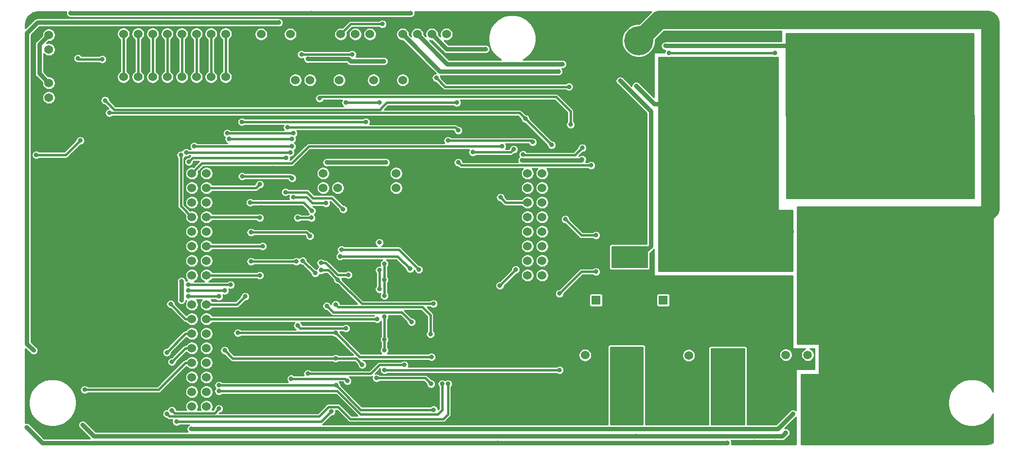
<source format=gbr>
G04 #@! TF.GenerationSoftware,KiCad,Pcbnew,(5.1.4)-1*
G04 #@! TF.CreationDate,2019-12-13T14:43:06-06:00*
G04 #@! TF.ProjectId,2020_BMSBOARD,32303230-5f42-44d5-9342-4f4152442e6b,rev?*
G04 #@! TF.SameCoordinates,Original*
G04 #@! TF.FileFunction,Copper,L2,Bot*
G04 #@! TF.FilePolarity,Positive*
%FSLAX46Y46*%
G04 Gerber Fmt 4.6, Leading zero omitted, Abs format (unit mm)*
G04 Created by KiCad (PCBNEW (5.1.4)-1) date 2019-12-13 14:43:06*
%MOMM*%
%LPD*%
G04 APERTURE LIST*
%ADD10C,1.524000*%
%ADD11C,18.288000*%
%ADD12C,1.501140*%
%ADD13O,9.144000X5.588000*%
%ADD14C,5.080000*%
%ADD15C,1.600000*%
%ADD16R,1.600000X1.600000*%
%ADD17C,0.800000*%
%ADD18C,0.762000*%
%ADD19C,0.381000*%
%ADD20C,3.175000*%
%ADD21C,0.254000*%
G04 APERTURE END LIST*
D10*
X144907000Y-12065000D03*
X144907000Y-9525000D03*
X157607000Y-12065000D03*
X157607000Y-9525000D03*
X142367000Y-12065000D03*
X142367000Y-9525000D03*
X155067000Y-12065000D03*
X180467000Y-27305000D03*
X180467000Y-24765000D03*
X180467000Y-22225000D03*
X180467000Y-19685000D03*
X180467000Y-17145000D03*
X180467000Y-14605000D03*
X180467000Y-12065000D03*
X180467000Y-9525000D03*
X177927000Y-27305000D03*
X177927000Y-24765000D03*
X177927000Y-22225000D03*
X177927000Y-19685000D03*
X177927000Y-17145000D03*
X177927000Y-14605000D03*
X177927000Y-12065000D03*
X155067000Y-9525000D03*
X177927000Y-9525000D03*
X122047000Y-50165000D03*
X122047000Y-47625000D03*
X122047000Y-45085000D03*
X122047000Y-42545000D03*
X122047000Y-40005000D03*
X122047000Y-37465000D03*
X122047000Y-34925000D03*
X122047000Y-32385000D03*
X119507000Y-50165000D03*
X119507000Y-47625000D03*
X119507000Y-45085000D03*
X119507000Y-42545000D03*
X119507000Y-40005000D03*
X119507000Y-37465000D03*
X119507000Y-34925000D03*
X119507000Y-32385000D03*
X122047000Y-27305000D03*
X122047000Y-24765000D03*
X122047000Y-22225000D03*
X122047000Y-19685000D03*
X122047000Y-17145000D03*
X122047000Y-14605000D03*
X122047000Y-12065000D03*
X122047000Y-9525000D03*
X119507000Y-27305000D03*
X119507000Y-24765000D03*
X119507000Y-22225000D03*
X119507000Y-19685000D03*
X119507000Y-17145000D03*
X119507000Y-14605000D03*
X119507000Y-12065000D03*
X119507000Y-9525000D03*
X163830000Y14732000D03*
X161290000Y14732000D03*
X158750000Y14732000D03*
X156210000Y14732000D03*
X156210000Y14732000D03*
X136652000Y14732000D03*
X134112000Y14732000D03*
X131572000Y14732000D03*
X151130000Y6731000D03*
X153670000Y6731000D03*
X156210000Y6731000D03*
X137541000Y6731000D03*
X137541000Y6731000D03*
X140081000Y6731000D03*
X142621000Y6731000D03*
X145161000Y6731000D03*
X94615000Y3683000D03*
X94615000Y6223000D03*
X105079800Y7289800D03*
X107619800Y7289800D03*
X110159800Y7289800D03*
X112699800Y7289800D03*
X115239800Y7289800D03*
X117779800Y7289800D03*
X120319800Y7289800D03*
X122859800Y7289800D03*
X125399800Y7289800D03*
D11*
X242570000Y-28575000D03*
X242570000Y4000500D03*
D12*
X222879920Y-41181020D03*
X226700080Y-41181020D03*
X224790000Y-41181020D03*
D13*
X229870000Y-19685000D03*
X219710000Y-19685000D03*
D14*
X189370000Y13615000D03*
X197270000Y13615000D03*
D10*
X142875000Y14732000D03*
X142875000Y14732000D03*
X145415000Y14732000D03*
X147955000Y14732000D03*
X150495000Y14732000D03*
X94615000Y14605000D03*
X94615000Y12065000D03*
X125399800Y14782800D03*
X122859800Y14782800D03*
X120319800Y14782800D03*
X117779800Y14782800D03*
X115239800Y14782800D03*
X112699800Y14782800D03*
X110159800Y14782800D03*
X107619800Y14782800D03*
X105079800Y14782800D03*
X187960000Y-41211500D03*
X190500000Y-41211500D03*
X193040000Y-41211500D03*
X211074000Y-41275000D03*
X208534000Y-41275000D03*
X205994000Y-41275000D03*
D11*
X102235000Y-28575000D03*
D15*
X204049000Y-31623000D03*
D16*
X201549000Y-31623000D03*
D15*
X187365000Y-31623000D03*
D16*
X189865000Y-31623000D03*
D17*
X212725000Y-56515000D03*
X98399600Y18389600D03*
X214630000Y-52070000D03*
X157581600Y18389600D03*
X90776010Y-53819010D03*
X172720000Y-56515000D03*
X170624500Y12128500D03*
X168402000Y-5842000D03*
X175514000Y-5334000D03*
X140309600Y18389600D03*
X220980000Y7620000D03*
X218440000Y7620000D03*
X218440000Y5080000D03*
X220980000Y5080000D03*
X220980000Y2540000D03*
X218440000Y2540000D03*
X215900000Y2540000D03*
X215900000Y5080000D03*
X215900000Y7620000D03*
X213360000Y7620000D03*
X213360000Y5080000D03*
X213360000Y2540000D03*
X220980000Y0D03*
X218440000Y0D03*
X215900000Y0D03*
X213360000Y0D03*
X220980000Y-5080000D03*
X218440000Y-5080000D03*
X215900000Y-5080000D03*
X213360000Y-5080000D03*
X220980000Y-7620000D03*
X218440000Y-7620000D03*
X215900000Y-7620000D03*
X213360000Y-7620000D03*
X220980000Y-10160000D03*
X218440000Y-10160000D03*
X215900000Y-10160000D03*
X213360000Y-10160000D03*
X220980000Y-12700000D03*
X218440000Y-12700000D03*
X215900000Y-12700000D03*
X213360000Y-12700000D03*
X201295000Y7620000D03*
X203200000Y-25400000D03*
X205740000Y-25400000D03*
X208280000Y-25400000D03*
X210820000Y-25400000D03*
X213360000Y-25400000D03*
X215900000Y-25400000D03*
X213360000Y-22860000D03*
X213360000Y-20320000D03*
X213360000Y-17780000D03*
X210820000Y-15240000D03*
X210820000Y-17780000D03*
X210820000Y-20320000D03*
X210820000Y-22860000D03*
X208280000Y-22860000D03*
X208280000Y-20320000D03*
X208280000Y-17780000D03*
X208280000Y-15240000D03*
X208280000Y-12700000D03*
X208280000Y-10160000D03*
X208280000Y-7620000D03*
X208280000Y-5080000D03*
X208280000Y-2540000D03*
X208280000Y0D03*
X208280000Y2540000D03*
X208280000Y5080000D03*
X208280000Y7620000D03*
X208280000Y10160000D03*
X205740000Y10160000D03*
X203200000Y10160000D03*
X203200000Y7620000D03*
X205740000Y7620000D03*
X205740000Y5080000D03*
X203200000Y5080000D03*
X203200000Y2540000D03*
X205740000Y2540000D03*
X205740000Y0D03*
X203200000Y0D03*
X203200000Y-2540000D03*
X205740000Y-2540000D03*
X205740000Y-5080000D03*
X205740000Y-7620000D03*
X203200000Y-5080000D03*
X203200000Y-7620000D03*
X203200000Y-12700000D03*
X205740000Y-12700000D03*
X203200000Y-15240000D03*
X205740000Y-15240000D03*
X205740000Y-17780000D03*
X203200000Y-17780000D03*
X203200000Y-20320000D03*
X205740000Y-20320000D03*
X205740000Y-22860000D03*
X203200000Y-22860000D03*
X205740000Y-10160000D03*
X203200000Y-10160000D03*
X210820000Y-12700000D03*
X210820000Y-10160000D03*
X210820000Y-7620000D03*
X210820000Y-5080000D03*
X210820000Y-2540000D03*
X210820000Y0D03*
X210820000Y2540000D03*
X210820000Y5080000D03*
X210820000Y7620000D03*
X210820000Y10160000D03*
X213360000Y-15240000D03*
X215900000Y-15240000D03*
X218440000Y-15240000D03*
X218440000Y-25400000D03*
X220980000Y-25400000D03*
X220980000Y-15240000D03*
X213360000Y-2540000D03*
X215900000Y-2540000D03*
X218440000Y-2540000D03*
X220980000Y-2540000D03*
X213360000Y10160000D03*
X215900000Y10160000D03*
X220980000Y10160000D03*
X218440000Y10160000D03*
X201295000Y5080000D03*
X196850000Y5715000D03*
X201295000Y2540000D03*
X184023000Y9525000D03*
X215900000Y-22860000D03*
X144780000Y-25400000D03*
X147320000Y-25400000D03*
X149860000Y-25400000D03*
X154940000Y-35560000D03*
X160020000Y-35560000D03*
X142240000Y-43180000D03*
X144780000Y-43180000D03*
X129540000Y-50800000D03*
X139700000Y-50800000D03*
X134620000Y-50800000D03*
X160020000Y-22860000D03*
X160020000Y-17780000D03*
X160020000Y-12700000D03*
X160020000Y-7620000D03*
X149860000Y-15240000D03*
X149860000Y-10160000D03*
X132080000Y-30480000D03*
X134620000Y-33020000D03*
X134620000Y-30480000D03*
X129540000Y-33020000D03*
X132080000Y-33020000D03*
X134620000Y-12700000D03*
X132080000Y-12700000D03*
X135128000Y-15748000D03*
X137160000Y-18796000D03*
X131572000Y-20828000D03*
X131572000Y-18796000D03*
X128524000Y-16256000D03*
X129032000Y-11176000D03*
X133604000Y-8636000D03*
X137668000Y-9144000D03*
X128524000Y-26416000D03*
X127508000Y-28956000D03*
X127508000Y-30480000D03*
X130556000Y-28956000D03*
X140208000Y-32004000D03*
X141224000Y-33528000D03*
X142748000Y-27940000D03*
X153416000Y-16764000D03*
X154940000Y-25400000D03*
X162052000Y-42672000D03*
X152908000Y-48260000D03*
X162052000Y-45212000D03*
X144780000Y-52832000D03*
X127000000Y-44196000D03*
X133096000Y-44196000D03*
X129540000Y-36068000D03*
X134620000Y-36068000D03*
X134620000Y-39624000D03*
X129540000Y-39624000D03*
X137668000Y-39624000D03*
X140208000Y-39624000D03*
X149860000Y-36068000D03*
X220980000Y-56388000D03*
X217424000Y-56388000D03*
X185928000Y7112000D03*
X190500000Y7112000D03*
X181864000Y17780000D03*
X181864000Y13716000D03*
X169164000Y17780000D03*
X169164000Y13716000D03*
X169672000Y10922000D03*
X166878000Y10922000D03*
X145796000Y-18288000D03*
X159258000Y-27940000D03*
X114808000Y-34798000D03*
X114808000Y-38100000D03*
X102616000Y1270000D03*
X102616000Y4572000D03*
X128016000Y5334000D03*
X128016000Y2540000D03*
X138684000Y16764000D03*
X135382000Y12192000D03*
X143256000Y12446000D03*
X151384000Y12446000D03*
X155194000Y16510000D03*
X156718000Y9906000D03*
X161798000Y18288000D03*
X164592000Y-254000D03*
X137414000Y-23622000D03*
X98044000Y-40894000D03*
X103124000Y-40894000D03*
X107950000Y-40894000D03*
X111760000Y-40894000D03*
X91440000Y17018000D03*
X174498000Y-13208000D03*
X174498000Y-10414000D03*
X165608000Y-12700000D03*
X165862000Y-35560000D03*
X162052000Y-35560000D03*
X166370000Y-50800000D03*
X168910000Y-50800000D03*
X168910000Y-48260000D03*
X166370000Y-48260000D03*
X166370000Y-45720000D03*
X168910000Y-45720000D03*
X175260000Y-50800000D03*
X177800000Y-50800000D03*
X177800000Y-48260000D03*
X175260000Y-48260000D03*
X177800000Y-45720000D03*
X175260000Y-45720000D03*
X180340000Y-50800000D03*
X182880000Y-50800000D03*
X180340000Y-48260000D03*
X182880000Y-48260000D03*
X182880000Y-45720000D03*
X180340000Y-45720000D03*
X175260000Y-41910000D03*
X177800000Y-41910000D03*
X180340000Y-41910000D03*
X180340000Y-39370000D03*
X177800000Y-39370000D03*
X175260000Y-39370000D03*
X180340000Y-36830000D03*
X177800000Y-36830000D03*
X175260000Y-36830000D03*
X175260000Y-34290000D03*
X177800000Y-34290000D03*
X180340000Y-34290000D03*
X180340000Y-31750000D03*
X177800000Y-31750000D03*
X175260000Y-31750000D03*
X167640000Y-35560000D03*
X165354000Y6858000D03*
X170688000Y6858000D03*
X177800000Y6858000D03*
X194310000Y2286000D03*
X192532000Y3810000D03*
X190754000Y5334000D03*
X190246000Y-6604000D03*
X191262000Y-5080000D03*
X192024000Y-6604000D03*
X180340000Y0D03*
X187452000Y-9906000D03*
X187452000Y-11430000D03*
X187452000Y-12954000D03*
X189992000Y-9906000D03*
X192532000Y-9906000D03*
X194818000Y-9906000D03*
X197104000Y-9906000D03*
X197104000Y-19304000D03*
X194056000Y-19304000D03*
X187198000Y-22098000D03*
X187198000Y-24638000D03*
X183896000Y-22098000D03*
X183896000Y-24638000D03*
X187960000Y-28448000D03*
X187960000Y-29718000D03*
X184912000Y-33020000D03*
X184912000Y-35052000D03*
X184912000Y-37084000D03*
X184912000Y-39116000D03*
X186436000Y-38100000D03*
X186436000Y-36322000D03*
X186436000Y-34036000D03*
X185928000Y-45720000D03*
X188468000Y-45720000D03*
X190754000Y-45720000D03*
X190754000Y-50800000D03*
X185928000Y-50800000D03*
X188468000Y-50800000D03*
X188468000Y-48260000D03*
X185928000Y-48260000D03*
X190754000Y-48260000D03*
X150622000Y-42672000D03*
X159512000Y-46228000D03*
X152908000Y-49530000D03*
X147066000Y-51054000D03*
X142494000Y-49022000D03*
X129540000Y-49022000D03*
X131572000Y-49022000D03*
X131572000Y-50800000D03*
X134620000Y-49022000D03*
X127254000Y-49022000D03*
X127254000Y-50800000D03*
X130048000Y-44196000D03*
X132080000Y-39624000D03*
X142494000Y-39624000D03*
X132080000Y-23622000D03*
X135128000Y-23622000D03*
X135382000Y-25908000D03*
X131826000Y-25908000D03*
X135382000Y-20828000D03*
X137414000Y-20828000D03*
X135382000Y-18796000D03*
X137160000Y-15748000D03*
X131572000Y-15494000D03*
X135636000Y-8890000D03*
X132842000Y-1524000D03*
X125984000Y-1016000D03*
X125730000Y-8890000D03*
X127762000Y-13208000D03*
X125984000Y-13208000D03*
X127000000Y-16256000D03*
X127000000Y-18542000D03*
X125222000Y-18542000D03*
X128524000Y-23622000D03*
X126746000Y-23622000D03*
X126746000Y-26416000D03*
X142748000Y-29210000D03*
X137668000Y-50800000D03*
X137668000Y-49022000D03*
X139700000Y-49022000D03*
X190754000Y-34798000D03*
X190754000Y-37592000D03*
X198882000Y-34798000D03*
X194818000Y-34798000D03*
X194818000Y-37592000D03*
X198882000Y-37592000D03*
X204978000Y-37592000D03*
X204978000Y-34798000D03*
X204470000Y-29210000D03*
X208280000Y-29210000D03*
X212090000Y-29210000D03*
X215900000Y-29210000D03*
X219710000Y-29210000D03*
X223520000Y-29210000D03*
X223520000Y-31750000D03*
X219710000Y-31750000D03*
X215900000Y-31750000D03*
X212090000Y-31750000D03*
X208280000Y-31750000D03*
X208280000Y-34290000D03*
X212090000Y-34290000D03*
X215900000Y-34290000D03*
X219710000Y-34290000D03*
X223520000Y-34290000D03*
X223520000Y-36830000D03*
X219710000Y-36830000D03*
X215900000Y-36830000D03*
X212090000Y-36830000D03*
X208280000Y-36830000D03*
X221488000Y-42672000D03*
X221488000Y-44958000D03*
X221488000Y-49022000D03*
X221488000Y-46990000D03*
X221488000Y-50800000D03*
X217424000Y-51054000D03*
X199136000Y-52578000D03*
X202438000Y-52578000D03*
X202438000Y-50292000D03*
X199136000Y-50292000D03*
X202184000Y-39624000D03*
X191262000Y-26162000D03*
X191262000Y-22352000D03*
X188468000Y-2794000D03*
X190500000Y-1524000D03*
X186436000Y-2794000D03*
X183642000Y-5334000D03*
X180340000Y-5334000D03*
X183642000Y1270000D03*
X184150000Y4318000D03*
X161290000Y5334000D03*
X160020000Y6858000D03*
X154686000Y12446000D03*
X169164000Y15748000D03*
X148336000Y7620000D03*
X152400000Y4826000D03*
X148336000Y5080000D03*
X138684000Y9652000D03*
X143764000Y7874000D03*
X144018000Y4826000D03*
X144018000Y2794000D03*
X138176000Y2794000D03*
X132080000Y3048000D03*
X131318000Y10922000D03*
X128778000Y15494000D03*
X124460000Y11430000D03*
X121920000Y11430000D03*
X119380000Y11430000D03*
X116840000Y11430000D03*
X114300000Y11430000D03*
X111760000Y11430000D03*
X109220000Y11430000D03*
X92710000Y0D03*
X92710000Y-3810000D03*
X96520000Y-3810000D03*
X96520000Y0D03*
X112014000Y-8382000D03*
X112268000Y-6096000D03*
X114554000Y-8382000D03*
X116332000Y-5080000D03*
X114554000Y-53848000D03*
X103632000Y-53594000D03*
X103632000Y-49276000D03*
X113792000Y-49276000D03*
X108966000Y-49276000D03*
X108966000Y-53848000D03*
X112014000Y-45212000D03*
X107950000Y-45212000D03*
X103124000Y-44958000D03*
X137922000Y-11430000D03*
X105918000Y5334000D03*
X108966000Y5334000D03*
X111506000Y5334000D03*
X114046000Y5334000D03*
X116586000Y5334000D03*
X119126000Y5334000D03*
X121666000Y5334000D03*
X124206000Y5334000D03*
X105918000Y11430000D03*
X151892000Y15494000D03*
X197104000Y7874000D03*
X187960000Y-19050000D03*
X171704000Y-12700000D03*
X171704000Y-17272000D03*
X165608000Y-17526000D03*
X171704000Y-22860000D03*
X165354000Y-22860000D03*
X165354000Y-27178000D03*
X171704000Y-27432000D03*
X159258000Y-254000D03*
X154178000Y-254000D03*
X154178000Y-3048000D03*
X159258000Y-3302000D03*
X164592000Y-2540000D03*
X153416000Y-5842000D03*
X148336000Y-5842000D03*
X148336000Y-2794000D03*
X145796000Y-2794000D03*
X150876000Y0D03*
X129286000Y-1524000D03*
X139446000Y-2794000D03*
X142240000Y-2794000D03*
X142494000Y-5842000D03*
X145288000Y-5842000D03*
X150876000Y-5842000D03*
X150876000Y-2794000D03*
X138684000Y14732000D03*
X93218000Y18288000D03*
X96774000Y13462000D03*
X98044000Y9652000D03*
X96266000Y5080000D03*
X102362000Y8890000D03*
X92202000Y-42418000D03*
X92202000Y-44958000D03*
X94488000Y-44958000D03*
X99060000Y-12700000D03*
X101600000Y-12700000D03*
X104140000Y-12700000D03*
X106680000Y-12700000D03*
X105410000Y-10160000D03*
X102870000Y-10160000D03*
X100330000Y-10160000D03*
X101600000Y-7620000D03*
X104140000Y-7620000D03*
X102870000Y-5080000D03*
X102870000Y-2540000D03*
X96520000Y-15240000D03*
X99060000Y-15240000D03*
X101600000Y-15240000D03*
X104140000Y-15240000D03*
X106680000Y-15240000D03*
X109220000Y-15240000D03*
X111760000Y-17780000D03*
X111760000Y-22860000D03*
X109220000Y-17780000D03*
X106680000Y-17780000D03*
X104140000Y-17780000D03*
X101600000Y-17780000D03*
X99060000Y-17780000D03*
X96520000Y-17780000D03*
X93980000Y-17780000D03*
X111760000Y-25400000D03*
X111760000Y-33020000D03*
X111760000Y-35560000D03*
X111760000Y-38100000D03*
X107950000Y-38100000D03*
X97790000Y-38100000D03*
X95250000Y-38100000D03*
X143764000Y-51054000D03*
X116840000Y-52832000D03*
X161607500Y-50736500D03*
X144653000Y-46482000D03*
X124206000Y-46482000D03*
X118872000Y-30988000D03*
X124206000Y-30988000D03*
X161163000Y-46228000D03*
X149161500Y-42862500D03*
X144526000Y-41783000D03*
X118872000Y-29972000D03*
X151638000Y-45212000D03*
X125222000Y-29972000D03*
X125222000Y-40386000D03*
X161202000Y-41529000D03*
X144526000Y-37338000D03*
X118872000Y-28956000D03*
X126238000Y-28956000D03*
X127508000Y-37338000D03*
X161036000Y-37553000D03*
X144526000Y-32385000D03*
X118527501Y-5870501D03*
X138811000Y-24765000D03*
X140970000Y-26924000D03*
X136680501Y-5870501D03*
X161544000Y-32258000D03*
X144907000Y-28067000D03*
X119935500Y-4778500D03*
X141986000Y-26416000D03*
X136906000Y-4826000D03*
X145542000Y-22832000D03*
X159004000Y-26289000D03*
X125984000Y-3556000D03*
X136906000Y-3556000D03*
X125682000Y-2540000D03*
X137160000Y-2540000D03*
X189865000Y-20320000D03*
X189865000Y-26670000D03*
X153035000Y-43815000D03*
X153035000Y-38481000D03*
X153035000Y-30861000D03*
X153035000Y-25273000D03*
X184531000Y-17526000D03*
X183515000Y-30480000D03*
X183515000Y-43815000D03*
X153035000Y-28067000D03*
X153035000Y-34544000D03*
X153035000Y-40386000D03*
X196850000Y-52705000D03*
X153289000Y-7620000D03*
X143002000Y-7620000D03*
X139700000Y10414000D03*
X100520500Y-53403500D03*
X134620000Y16764000D03*
X222879920Y-54742080D03*
X196850000Y-55372000D03*
X91948000Y-40386000D03*
X152926999Y10014001D03*
X152654000Y16510000D03*
X162052000Y7112000D03*
X185156499Y5578499D03*
X151765000Y-34925000D03*
X152146000Y2794000D03*
X146304000Y2794000D03*
X152146000Y-21590000D03*
X152146000Y-26416000D03*
X152146000Y-29718000D03*
X128778000Y-30988000D03*
X149796500Y-571500D03*
X128206500Y-571500D03*
X117602000Y-6350000D03*
X142847000Y-14732000D03*
X128270000Y-10033000D03*
X136969500Y-10350500D03*
X137160000Y-13716000D03*
X131318000Y-17272000D03*
X131318000Y-11430000D03*
X131318000Y-27305000D03*
X131826000Y-22225000D03*
X115824000Y-32319630D03*
X105156000Y1016000D03*
X182118000Y-4572000D03*
X177546000Y0D03*
X115158185Y-40736185D03*
X164084000Y-3810000D03*
X178816000Y-4063996D03*
X115158185Y-51465815D03*
X164084000Y-46228000D03*
X224155000Y12700000D03*
X201930000Y12700000D03*
X176983118Y-7239000D03*
X187424559Y-7084559D03*
X229870000Y-12700000D03*
X229870000Y-10160000D03*
X229870000Y-7620000D03*
X229870000Y-5080000D03*
X229870000Y-2540000D03*
X229870000Y0D03*
X229870000Y2540000D03*
X229870000Y5080000D03*
X229870000Y7620000D03*
X229870000Y10160000D03*
X229870000Y12700000D03*
X227330000Y12700000D03*
X227330000Y10160000D03*
X232410000Y-12700000D03*
X234950000Y-12700000D03*
X237490000Y-12700000D03*
X232410000Y-10160000D03*
X232410000Y-7620000D03*
X232410000Y-5080000D03*
X232410000Y-2540000D03*
X232410000Y0D03*
X232410000Y2540000D03*
X232410000Y5080000D03*
X232410000Y7620000D03*
X232410000Y10160000D03*
X232410000Y12700000D03*
X240030000Y-12700000D03*
X242570000Y-12700000D03*
X245110000Y-12700000D03*
X247650000Y-12700000D03*
X250190000Y-12700000D03*
X252730000Y-12700000D03*
X255270000Y-12700000D03*
X234950000Y-10160000D03*
X237490000Y-10160000D03*
X240030000Y-10160000D03*
X242570000Y-10160000D03*
X245110000Y-10160000D03*
X247650000Y-10160000D03*
X250190000Y-10160000D03*
X252730000Y-10160000D03*
X255270000Y-10160000D03*
X255270000Y-7620000D03*
X252730000Y-7620000D03*
X252730000Y-5080000D03*
X255270000Y-5080000D03*
X252730000Y-2540000D03*
X250190000Y-7620000D03*
X255270000Y-2540000D03*
X255270000Y0D03*
X255270000Y2540000D03*
X255270000Y5080000D03*
X255270000Y7620000D03*
X255270000Y10160000D03*
X255270000Y12700000D03*
X234950000Y12700000D03*
X252730000Y12700000D03*
X252730000Y0D03*
X252730000Y2540000D03*
X252730000Y5080000D03*
X252730000Y7620000D03*
X252730000Y10160000D03*
X250190000Y12700000D03*
X234950000Y-7620000D03*
X234950000Y-5080000D03*
X250190000Y-5080000D03*
X240030000Y-7620000D03*
X237490000Y-7620000D03*
X242570000Y-7620000D03*
X245110000Y-7620000D03*
X247650000Y-7620000D03*
X247650000Y-5080000D03*
X237490000Y-5080000D03*
X234950000Y-2540000D03*
X250190000Y-2540000D03*
X177165000Y-6223000D03*
X173482000Y-4826000D03*
X187452000Y-5080000D03*
X135890000Y-6858000D03*
X136144000Y-1524000D03*
X165862000Y-2032000D03*
X165862000Y-7620000D03*
X118999000Y-7493000D03*
X188976000Y-8128000D03*
X193675000Y-22860000D03*
X195580000Y-22860000D03*
X197485000Y-22860000D03*
X183330315Y8255000D03*
X194056000Y6604000D03*
X116047185Y-42387185D03*
X124206000Y-47498000D03*
X124206000Y-50546000D03*
X116047185Y-50830815D03*
X163068000Y-46228000D03*
X202565000Y11430000D03*
X220980000Y11430000D03*
X175895000Y-26289000D03*
X173124000Y-29106000D03*
X100838000Y-47244000D03*
X92436980Y-6330980D03*
X100076000Y-3810000D03*
X224141529Y-51448471D03*
X117729000Y-31623000D03*
X117729000Y-28321000D03*
X119380000Y-54102000D03*
X227330000Y-45720000D03*
X229870000Y-45720000D03*
X232410000Y-45720000D03*
X234950000Y-45720000D03*
X237490000Y-45720000D03*
X227330000Y-48260000D03*
X229870000Y-48260000D03*
X232410000Y-48260000D03*
X234950000Y-48260000D03*
X237490000Y-48260000D03*
X227330000Y-50800000D03*
X229870000Y-50800000D03*
X232410000Y-50800000D03*
X234950000Y-50800000D03*
X237490000Y-50800000D03*
X227330000Y-53340000D03*
X229870000Y-53340000D03*
X232410000Y-53340000D03*
X234950000Y-53340000D03*
X237490000Y-53340000D03*
X227330000Y-55880000D03*
X229870000Y-55880000D03*
X232410000Y-55880000D03*
X234950000Y-55880000D03*
X237490000Y-55880000D03*
X240030000Y-45720000D03*
X242570000Y-45720000D03*
X245110000Y-45720000D03*
X247650000Y-45720000D03*
X250190000Y-45720000D03*
X240030000Y-48260000D03*
X242570000Y-48260000D03*
X245110000Y-48260000D03*
X247650000Y-48260000D03*
X250190000Y-48260000D03*
X240030000Y-50800000D03*
X242570000Y-50800000D03*
X245110000Y-50800000D03*
X247650000Y-50800000D03*
X250190000Y-50800000D03*
X240030000Y-53340000D03*
X242570000Y-53340000D03*
X245110000Y-53340000D03*
X247650000Y-53340000D03*
X250190000Y-53340000D03*
X240030000Y-55880000D03*
X242570000Y-55880000D03*
X245110000Y-55880000D03*
X247650000Y-55880000D03*
X250190000Y-55880000D03*
X252730000Y-55880000D03*
X255270000Y-55880000D03*
X257810000Y-55880000D03*
X252730000Y-53340000D03*
X257810000Y-53340000D03*
X252730000Y-45720000D03*
X257810000Y-45720000D03*
X229870000Y-38100000D03*
X232410000Y-38100000D03*
X234950000Y-38100000D03*
X237490000Y-38100000D03*
X240030000Y-38100000D03*
X229870000Y-40640000D03*
X232410000Y-40640000D03*
X234950000Y-40640000D03*
X237490000Y-40640000D03*
X240030000Y-40640000D03*
X229870000Y-43180000D03*
X232410000Y-43180000D03*
X234950000Y-43180000D03*
X237490000Y-43180000D03*
X240030000Y-43180000D03*
X245110000Y-38100000D03*
X242570000Y-40640000D03*
X242570000Y-43180000D03*
X247650000Y-38100000D03*
X250190000Y-38100000D03*
X252730000Y-38100000D03*
X255270000Y-38100000D03*
X245110000Y-40640000D03*
X247650000Y-40640000D03*
X250190000Y-40640000D03*
X252730000Y-40640000D03*
X255270000Y-40640000D03*
X245110000Y-43180000D03*
X247650000Y-43180000D03*
X250190000Y-43180000D03*
X252730000Y-43180000D03*
X255270000Y-43180000D03*
X257810000Y-43180000D03*
X257810000Y-40640000D03*
X257810000Y-38100000D03*
X252730000Y-25400000D03*
X255270000Y-25400000D03*
X257810000Y-25400000D03*
X252730000Y-27940000D03*
X255270000Y-27940000D03*
X257810000Y-27940000D03*
X252730000Y-30480000D03*
X255270000Y-30480000D03*
X257810000Y-30480000D03*
X252730000Y-33020000D03*
X255270000Y-33020000D03*
X257810000Y-33020000D03*
X252730000Y-35560000D03*
X255270000Y-35560000D03*
X257810000Y-35560000D03*
X252730000Y-22860000D03*
X255270000Y-22860000D03*
X257810000Y-22860000D03*
X257810000Y-20320000D03*
X255270000Y-20320000D03*
X252730000Y-20320000D03*
X250190000Y-20320000D03*
X232410000Y-35560000D03*
X232410000Y-33020000D03*
X227330000Y-38100000D03*
X227330000Y-35560000D03*
X229870000Y-35560000D03*
X227330000Y-33020000D03*
X229870000Y-33020000D03*
X227330000Y-30480000D03*
X229870000Y-30480000D03*
X232410000Y-30480000D03*
X232410000Y-27940000D03*
X229870000Y-27940000D03*
X227330000Y-27940000D03*
X227330000Y-25400000D03*
X229870000Y-25400000D03*
X232410000Y-25400000D03*
X233680000Y-22860000D03*
X234950000Y-21590000D03*
X226060000Y-24130000D03*
X228600000Y-24130000D03*
X231140000Y-24130000D03*
X226060000Y-26670000D03*
X228600000Y-26670000D03*
X231140000Y-26670000D03*
X231140000Y-29210000D03*
X228600000Y-29210000D03*
X226060000Y-29210000D03*
X226060000Y-31750000D03*
X228600000Y-31750000D03*
X231140000Y-31750000D03*
X231140000Y-34290000D03*
X228600000Y-34290000D03*
X226060000Y-34290000D03*
X226060000Y-36830000D03*
X228600000Y-36830000D03*
X231140000Y-36830000D03*
X231140000Y-39370000D03*
X234950000Y-35560000D03*
X233680000Y-36830000D03*
X236220000Y-36830000D03*
X226060000Y-16510000D03*
X251460000Y-21590000D03*
X254000000Y-21590000D03*
X256540000Y-21590000D03*
X254000000Y-24130000D03*
X256540000Y-24130000D03*
X254000000Y-26670000D03*
X256540000Y-26670000D03*
X254000000Y-29210000D03*
X256540000Y-29210000D03*
X251460000Y-24130000D03*
X256540000Y-17780000D03*
X254000000Y-19050000D03*
X251460000Y-19050000D03*
X248920000Y-19050000D03*
X246380000Y-19050000D03*
X247650000Y-17780000D03*
X250190000Y-17780000D03*
X252730000Y-17780000D03*
X254000000Y-16510000D03*
X251460000Y-16510000D03*
X248920000Y-16510000D03*
X246380000Y-16510000D03*
X245110000Y-17780000D03*
X243840000Y-16510000D03*
X241300000Y-16510000D03*
X238760000Y-16510000D03*
X242570000Y-17780000D03*
X240030000Y-17780000D03*
X237490000Y-17780000D03*
X236220000Y-16510000D03*
X234950000Y-17780000D03*
X233680000Y-16510000D03*
X236220000Y-19050000D03*
X238760000Y-19050000D03*
X236220000Y-20320000D03*
X146558000Y-45720000D03*
X136797999Y-45320001D03*
X156464000Y-42926000D03*
X137668000Y-24892000D03*
X139700000Y-44450000D03*
X129794000Y-24892000D03*
X146332501Y-36547499D03*
X137922000Y-36068000D03*
X140081000Y-20447000D03*
X157734000Y-35433000D03*
X143002000Y-32639000D03*
X129794000Y-19812000D03*
X140335000Y-17272000D03*
X146748500Y-27241500D03*
X137922000Y-17272000D03*
X141986000Y-25146000D03*
X145299858Y-24003000D03*
X157480000Y-26162000D03*
X140398500Y-16065500D03*
X129667000Y-14605000D03*
X145859500Y-15811500D03*
X135791000Y-12799000D03*
X173228000Y-13716000D03*
X165608000Y2794000D03*
X104394000Y3205060D03*
X103927299Y10372701D03*
X99695000Y10541000D03*
X147418499Y11204501D03*
X138585501Y11204501D03*
X185420000Y-1016000D03*
X141732000Y3556000D03*
D18*
X182880000Y-56515000D02*
X182880000Y-56515000D01*
D19*
X157632400Y18389600D02*
X157581600Y18389600D01*
D18*
X212725000Y-56515000D02*
X182499000Y-56515000D01*
X182499000Y-56515000D02*
X172720000Y-56515000D01*
D19*
X157581600Y18389600D02*
X157581600Y18389600D01*
D18*
X93472000Y-56515000D02*
X90776010Y-53819010D01*
X172085000Y-56515000D02*
X93472000Y-56515000D01*
X90776010Y-53819010D02*
X90776010Y-53819010D01*
X172720000Y-56515000D02*
X172085000Y-56515000D01*
D19*
X168402000Y-5842000D02*
X175006000Y-5842000D01*
X175006000Y-5842000D02*
X175514000Y-5334000D01*
X175514000Y-5334000D02*
X175514000Y-5334000D01*
D18*
X92964000Y12954000D02*
X94615000Y14605000D01*
X94615000Y6223000D02*
X92964000Y7874000D01*
X92964000Y7874000D02*
X92964000Y12954000D01*
X98399600Y18389600D02*
X140309600Y18389600D01*
X167123382Y12128500D02*
X170624500Y12128500D01*
X161290000Y14732000D02*
X163893500Y12128500D01*
X163893500Y12128500D02*
X167123382Y12128500D01*
X140563600Y18389600D02*
X157581600Y18389600D01*
X140309600Y18389600D02*
X140309600Y18389600D01*
X163957000Y9525000D02*
X158750000Y14732000D01*
X200025000Y2540000D02*
X196850000Y5715000D01*
X201295000Y2540000D02*
X200025000Y2540000D01*
X182245000Y9525000D02*
X163957000Y9525000D01*
X182245000Y9525000D02*
X184023000Y9525000D01*
D19*
X107619800Y14782800D02*
X107619800Y7289800D01*
X143764000Y-51054000D02*
X143764000Y-51054000D01*
X141986000Y-52832000D02*
X116840000Y-52832000D01*
X143764000Y-51054000D02*
X141986000Y-52832000D01*
X110159800Y7289800D02*
X110159800Y14782800D01*
X161607500Y-50736500D02*
X148907500Y-50736500D01*
X148907500Y-50736500D02*
X144653000Y-46482000D01*
X144653000Y-46482000D02*
X144653000Y-46482000D01*
X138938000Y-46482000D02*
X144653000Y-46482000D01*
X138938000Y-46482000D02*
X124206000Y-46482000D01*
X124206000Y-46482000D02*
X124206000Y-46482000D01*
X124206000Y-30988000D02*
X118872000Y-30988000D01*
X112699800Y14782800D02*
X112699800Y7289800D01*
X148082000Y-41783000D02*
X144526000Y-41783000D01*
X149161500Y-42862500D02*
X148082000Y-41783000D01*
X144526000Y-41783000D02*
X144526000Y-41783000D01*
X161163000Y-46228000D02*
X160147000Y-45212000D01*
X160147000Y-45212000D02*
X151638000Y-45212000D01*
X118872000Y-29972000D02*
X119437685Y-29972000D01*
X119437685Y-29972000D02*
X125222000Y-29972000D01*
X125222000Y-29972000D02*
X125222000Y-29972000D01*
X126619000Y-41783000D02*
X125222000Y-40386000D01*
X144526000Y-41783000D02*
X126619000Y-41783000D01*
X115239800Y14782800D02*
X115239800Y7289800D01*
X161202000Y-41529000D02*
X148717000Y-41529000D01*
X148717000Y-41529000D02*
X144526000Y-37338000D01*
X144526000Y-37338000D02*
X144526000Y-37338000D01*
X118872000Y-28956000D02*
X126238000Y-28956000D01*
X144526000Y-37338000D02*
X135636000Y-37338000D01*
X135636000Y-37338000D02*
X127508000Y-37338000D01*
X117779800Y7289800D02*
X117779800Y14782800D01*
X161036000Y-37553000D02*
X161036000Y-34236010D01*
X159639000Y-32839010D02*
X144980010Y-32839010D01*
X161036000Y-34236010D02*
X159639000Y-32839010D01*
X144980010Y-32839010D02*
X144526000Y-32385000D01*
X144526000Y-32385000D02*
X144526000Y-32385000D01*
X127733499Y-5870501D02*
X130654499Y-5870501D01*
X127733499Y-5870501D02*
X118527501Y-5870501D01*
X135664501Y-5870501D02*
X130654499Y-5870501D01*
X135664501Y-5870501D02*
X136680501Y-5870501D01*
X138811000Y-24765000D02*
X140970000Y-26924000D01*
X136680501Y-5870501D02*
X136680501Y-5870501D01*
X120319800Y14782800D02*
X120319800Y7289800D01*
X161544000Y-32258000D02*
X149098000Y-32258000D01*
X149098000Y-32258000D02*
X144907000Y-28067000D01*
X144907000Y-28067000D02*
X144907000Y-28067000D01*
X143256000Y-26416000D02*
X144907000Y-28067000D01*
X141986000Y-26416000D02*
X143256000Y-26416000D01*
X119983000Y-4826000D02*
X119935500Y-4778500D01*
X136906000Y-4826000D02*
X119983000Y-4826000D01*
X122859800Y14782800D02*
X122859800Y7289800D01*
X145542000Y-22832000D02*
X155547000Y-22832000D01*
X155547000Y-22832000D02*
X159004000Y-26289000D01*
X159004000Y-26289000D02*
X159004000Y-26289000D01*
X136906000Y-3556000D02*
X125984000Y-3556000D01*
X125399800Y14782800D02*
X125399800Y7289800D01*
X125682000Y-2540000D02*
X127762000Y-2540000D01*
X127762000Y-2540000D02*
X137160000Y-2540000D01*
X137160000Y-2540000D02*
X137160000Y-2540000D01*
X153035000Y-43815000D02*
X153035000Y-43815000D01*
X153035000Y-25273000D02*
X153035000Y-28067000D01*
X187325000Y-20320000D02*
X184848500Y-17843500D01*
X189865000Y-20320000D02*
X187325000Y-20320000D01*
X184848500Y-17843500D02*
X184658000Y-17653000D01*
X184658000Y-17653000D02*
X184658000Y-17653000D01*
X184658000Y-17653000D02*
X184531000Y-17526000D01*
X184531000Y-17526000D02*
X184531000Y-17526000D01*
X189865000Y-26670000D02*
X189299315Y-26670000D01*
X189299315Y-26670000D02*
X187325000Y-26670000D01*
X187325000Y-26670000D02*
X183515000Y-30480000D01*
X183515000Y-30480000D02*
X183515000Y-30480000D01*
X170942000Y-43815000D02*
X153035000Y-43815000D01*
X170942000Y-43815000D02*
X183515000Y-43815000D01*
X183515000Y-43815000D02*
X183515000Y-43815000D01*
X153035000Y-28067000D02*
X153035000Y-30861000D01*
X153035000Y-35814000D02*
X153035000Y-38481000D01*
X153035000Y-40386000D02*
X153035000Y-38481000D01*
X153035000Y-34544000D02*
X153035000Y-35814000D01*
X143002000Y-7620000D02*
X143002000Y-7620000D01*
X100520500Y-53403500D02*
X100457000Y-53340000D01*
D18*
X222879920Y-54742080D02*
X222504000Y-55118000D01*
X222504000Y-55118000D02*
X222250000Y-55372000D01*
X222250000Y-55372000D02*
X198882000Y-55372000D01*
X198882000Y-55372000D02*
X197612000Y-55372000D01*
X197612000Y-55372000D02*
X197612000Y-55372000D01*
X197612000Y-55372000D02*
X196850000Y-55372000D01*
X102489000Y-55372000D02*
X100520500Y-53403500D01*
X196850000Y-55372000D02*
X102489000Y-55372000D01*
X147157117Y10014001D02*
X152127001Y10014001D01*
X146757118Y10414000D02*
X147157117Y10014001D01*
X139700000Y10414000D02*
X146757118Y10414000D01*
X152127001Y10014001D02*
X152127001Y10014001D01*
X152127001Y10014001D02*
X152926999Y10014001D01*
X90776010Y-39214010D02*
X91948000Y-40386000D01*
X90776010Y14902128D02*
X90776010Y-39214010D01*
X134620000Y16764000D02*
X92637882Y16764000D01*
X92637882Y16764000D02*
X90776010Y14902128D01*
X153289000Y-7620000D02*
X143002000Y-7620000D01*
D19*
X147193000Y16510000D02*
X145415000Y14732000D01*
X152654000Y16510000D02*
X152654000Y16510000D01*
X163585501Y5578499D02*
X162052000Y7112000D01*
X152654000Y16510000D02*
X147193000Y16510000D01*
X185156499Y5578499D02*
X163585501Y5578499D01*
X122047000Y-34925000D02*
X123571000Y-34925000D01*
X123571000Y-34925000D02*
X151765000Y-34925000D01*
X151765000Y-34925000D02*
X151765000Y-34925000D01*
X152146000Y2794000D02*
X146304000Y2794000D01*
X152146000Y-29718000D02*
X152146000Y-26416000D01*
X122047000Y-32385000D02*
X124841000Y-32385000D01*
X124841000Y-32385000D02*
X125603000Y-32385000D01*
X125603000Y-32385000D02*
X127381000Y-32385000D01*
X127381000Y-32385000D02*
X128778000Y-30988000D01*
X128778000Y-30988000D02*
X128778000Y-30988000D01*
X149796500Y-571500D02*
X128206500Y-571500D01*
X117602000Y-15240000D02*
X119507000Y-17145000D01*
X117602000Y-6915685D02*
X117602000Y-15240000D01*
X117602000Y-6915685D02*
X117602000Y-6350000D01*
X142847000Y-14732000D02*
X141351000Y-14732000D01*
X136652000Y-10033000D02*
X128270000Y-10033000D01*
X128270000Y-10033000D02*
X128270000Y-10033000D01*
X136969500Y-10350500D02*
X136652000Y-10033000D01*
X137160000Y-13716000D02*
X139446000Y-13716000D01*
X140462000Y-14732000D02*
X141351000Y-14732000D01*
X139446000Y-13716000D02*
X140462000Y-14732000D01*
X129921000Y-17145000D02*
X130937000Y-17145000D01*
X122047000Y-17145000D02*
X129921000Y-17145000D01*
X131064000Y-17272000D02*
X130937000Y-17145000D01*
X131318000Y-17272000D02*
X131064000Y-17272000D01*
X130683000Y-12065000D02*
X131318000Y-11430000D01*
X122047000Y-12065000D02*
X130683000Y-12065000D01*
X130810000Y-27305000D02*
X131318000Y-27305000D01*
X122047000Y-27305000D02*
X130810000Y-27305000D01*
X130937000Y-22225000D02*
X131826000Y-22225000D01*
X122047000Y-22225000D02*
X130937000Y-22225000D01*
X118429370Y-34925000D02*
X115824000Y-32319630D01*
X119507000Y-34925000D02*
X118429370Y-34925000D01*
X115824000Y-32319630D02*
X115824000Y-32319630D01*
X105156000Y1016000D02*
X176530000Y1016000D01*
X176530000Y1016000D02*
X177546000Y0D01*
X182118000Y-4572000D02*
X182118000Y-4572000D01*
X177546000Y0D02*
X182118000Y-4572000D01*
X118429370Y-37465000D02*
X115158185Y-40736185D01*
X119507000Y-37465000D02*
X118429370Y-37465000D01*
X178816000Y-4064000D02*
X178816000Y-4064000D01*
X178562004Y-3810000D02*
X178816000Y-4063996D01*
X164084000Y-3810000D02*
X178562004Y-3810000D01*
X164084000Y-51562000D02*
X164084000Y-50800000D01*
X163293499Y-52352501D02*
X164084000Y-51562000D01*
X115590881Y-51898511D02*
X141649489Y-51898511D01*
X115158185Y-51465815D02*
X115590881Y-51898511D01*
X141649489Y-51898511D02*
X143284501Y-50263499D01*
X143284501Y-50263499D02*
X145005499Y-50263499D01*
X145005499Y-50263499D02*
X147094501Y-52352501D01*
X164084000Y-50800000D02*
X164084000Y-46228000D01*
X147094501Y-52352501D02*
X163293499Y-52352501D01*
D18*
X201930000Y12700000D02*
X224155000Y12700000D01*
X187270118Y-7239000D02*
X176983118Y-7239000D01*
X176983118Y-7239000D02*
X176983118Y-7239000D01*
X187424559Y-7084559D02*
X187270118Y-7239000D01*
D19*
X162052000Y-4826000D02*
X162052000Y-4826000D01*
X177292000Y-6350000D02*
X177165000Y-6223000D01*
X177165000Y-6223000D02*
X177038000Y-6096000D01*
X142494000Y-4826000D02*
X173482000Y-4826000D01*
X139853942Y-4826000D02*
X142494000Y-4826000D01*
X136929443Y-7750499D02*
X139853942Y-4826000D01*
X121281501Y-7750499D02*
X136929443Y-7750499D01*
X119507000Y-9525000D02*
X121281501Y-7750499D01*
X187452000Y-5080000D02*
X186182000Y-6350000D01*
X186182000Y-6350000D02*
X177292000Y-6350000D01*
X176702176Y-8128000D02*
X176022000Y-8128000D01*
X135890000Y-6858000D02*
X135890000Y-6858000D01*
X136144000Y-1524000D02*
X165354000Y-1524000D01*
X165354000Y-1524000D02*
X165862000Y-2032000D01*
X165862000Y-2032000D02*
X165862000Y-2032000D01*
X176022000Y-8128000D02*
X166370000Y-8128000D01*
X166370000Y-8128000D02*
X165862000Y-7620000D01*
X165862000Y-7620000D02*
X165862000Y-7620000D01*
X119634000Y-6858000D02*
X135890000Y-6858000D01*
X118999000Y-7493000D02*
X119634000Y-6858000D01*
X188976000Y-8128000D02*
X176702176Y-8128000D01*
D18*
X199390000Y1270000D02*
X194056000Y6604000D01*
X199390000Y-22225000D02*
X199390000Y1270000D01*
X193675000Y-22860000D02*
X197485000Y-22860000D01*
X197485000Y-22860000D02*
X198755000Y-22860000D01*
X198755000Y-22860000D02*
X199390000Y-22225000D01*
X162687000Y8255000D02*
X156210000Y14732000D01*
X183330315Y8255000D02*
X183330315Y8255000D01*
X183330315Y8255000D02*
X162687000Y8255000D01*
D19*
X118429370Y-40005000D02*
X116047185Y-42387185D01*
X119507000Y-40005000D02*
X118429370Y-40005000D01*
X144847328Y-47498000D02*
X148911328Y-51562000D01*
X131260998Y-47498000D02*
X144847328Y-47498000D01*
X131260998Y-47498000D02*
X124206000Y-47498000D01*
X124206000Y-47498000D02*
X124206000Y-47498000D01*
X116533871Y-51317501D02*
X116047185Y-50830815D01*
X124206000Y-50546000D02*
X123434499Y-51317501D01*
X123434499Y-51317501D02*
X116533871Y-51317501D01*
X163068000Y-50800000D02*
X162306000Y-51562000D01*
X148911328Y-51562000D02*
X162306000Y-51562000D01*
X163068000Y-46228000D02*
X163068000Y-50800000D01*
X202565000Y11430000D02*
X220980000Y11430000D01*
X220980000Y11430000D02*
X220980000Y11430000D01*
X175895000Y-26335000D02*
X175895000Y-26289000D01*
X173124000Y-29106000D02*
X175895000Y-26335000D01*
X118429370Y-42545000D02*
X113730370Y-47244000D01*
X119507000Y-42545000D02*
X118429370Y-42545000D01*
X113730370Y-47244000D02*
X100838000Y-47244000D01*
X100838000Y-47244000D02*
X100838000Y-47244000D01*
X92436980Y-6330980D02*
X97555020Y-6330980D01*
X97555020Y-6330980D02*
X100076000Y-3810000D01*
X100076000Y-3810000D02*
X100076000Y-3810000D01*
D18*
X117729000Y-28321000D02*
X117729000Y-28321000D01*
X117729000Y-31623000D02*
X117729000Y-28321000D01*
X221488000Y-54102000D02*
X224141529Y-51448471D01*
X119380000Y-54102000D02*
X221488000Y-54102000D01*
D20*
X197270000Y13615000D02*
X200892490Y17237490D01*
X258282235Y17062926D02*
X258303595Y17043945D01*
X258237398Y17098272D02*
X258260178Y17081028D01*
X258260178Y17081028D02*
X258282235Y17062926D01*
X258213994Y17114584D02*
X258237398Y17098272D01*
X257923769Y17228184D02*
X257951869Y17223166D01*
X257895461Y17232100D02*
X257923769Y17228184D01*
X257867080Y17234896D02*
X257895461Y17232100D01*
X257838546Y17236579D02*
X257867080Y17234896D01*
X200892490Y17237490D02*
X257792216Y17237490D01*
X257792216Y17237490D02*
X257838546Y17236579D01*
X258061696Y17192189D02*
X258088257Y17181793D01*
X257951869Y17223166D02*
X257979765Y17217045D01*
X257979765Y17217045D02*
X258007376Y17209840D01*
X258007376Y17209840D02*
X258034697Y17201552D01*
X258165294Y17144428D02*
X258189934Y17129986D01*
X258034697Y17201552D02*
X258061696Y17192189D01*
X258088257Y17181793D02*
X258114447Y17170337D01*
X258303595Y17043945D02*
X258324164Y17024169D01*
X258114447Y17170337D02*
X258140111Y17157889D01*
X258140111Y17157889D02*
X258165294Y17144428D01*
X258189934Y17129986D02*
X258213994Y17114584D01*
X258534898Y16567075D02*
X258536580Y16538554D01*
X258532102Y16595457D02*
X258534898Y16567075D01*
X258528187Y16623758D02*
X258532102Y16595457D01*
X258414590Y16913986D02*
X258429987Y16889934D01*
X258398267Y16937406D02*
X258414590Y16913986D01*
X258381029Y16960178D02*
X258398267Y16937406D01*
X258362922Y16982241D02*
X258381029Y16960178D01*
X258517044Y16679772D02*
X258523169Y16651856D01*
X258324164Y17024169D02*
X258343951Y17003589D01*
X258343951Y17003589D02*
X258362922Y16982241D01*
X258429987Y16889934D02*
X258444428Y16865294D01*
X258444428Y16865294D02*
X258457894Y16840101D01*
X258523169Y16651856D02*
X258528187Y16623758D01*
X258457894Y16840101D02*
X258470342Y16814437D01*
X258481797Y16788249D02*
X258492192Y16761690D01*
X258536580Y16538554D02*
X258537490Y16492231D01*
X258501552Y16734700D02*
X258509840Y16707379D01*
X258509840Y16707379D02*
X258517044Y16679772D01*
X258470342Y16814437D02*
X258481797Y16788249D01*
X258492192Y16761690D02*
X258501552Y16734700D01*
X258537490Y16492231D02*
X258537490Y-15782510D01*
X258537490Y-15782510D02*
X256540000Y-17780000D01*
D19*
X146158001Y-45320001D02*
X136797999Y-45320001D01*
X146558000Y-45720000D02*
X146158001Y-45320001D01*
X130048000Y-24892000D02*
X137668000Y-24892000D01*
X141224000Y-44450000D02*
X150622000Y-44450000D01*
X152146000Y-42926000D02*
X156464000Y-42926000D01*
X150622000Y-44450000D02*
X152146000Y-42926000D01*
X141224000Y-44450000D02*
X139700000Y-44450000D01*
X129794000Y-24892000D02*
X130048000Y-24892000D01*
X146332501Y-36547499D02*
X146402499Y-36547499D01*
X144751499Y-36547499D02*
X146332501Y-36547499D01*
X144751499Y-36547499D02*
X139417499Y-36547499D01*
X139417499Y-36547499D02*
X138401499Y-36547499D01*
X138401499Y-36547499D02*
X137922000Y-36068000D01*
X140081000Y-20447000D02*
X140081000Y-20447000D01*
X152655559Y-33753499D02*
X156054499Y-33753499D01*
X156054499Y-33753499D02*
X157734000Y-35433000D01*
X157734000Y-35433000D02*
X157734000Y-35433000D01*
X152655559Y-33753499D02*
X144878499Y-33753499D01*
X144878499Y-33753499D02*
X144116499Y-33753499D01*
X144116499Y-33753499D02*
X143002000Y-32639000D01*
X143002000Y-32639000D02*
X143002000Y-32639000D01*
X139446000Y-19812000D02*
X140081000Y-20447000D01*
X129794000Y-19812000D02*
X139446000Y-19812000D01*
X137922000Y-17272000D02*
X140335000Y-17272000D01*
X142807672Y-25146000D02*
X141986000Y-25146000D01*
X146748500Y-27241500D02*
X144903172Y-27241500D01*
X144903172Y-27241500D02*
X142807672Y-25146000D01*
X138938000Y-14605000D02*
X138938000Y-14605000D01*
X145299858Y-24003000D02*
X155321000Y-24003000D01*
X155321000Y-24003000D02*
X157480000Y-26162000D01*
X157480000Y-26162000D02*
X157480000Y-26162000D01*
X139954000Y-15621000D02*
X140398500Y-16065500D01*
X129667000Y-14605000D02*
X138938000Y-14605000D01*
X138938000Y-14605000D02*
X139954000Y-15621000D01*
X139545000Y-12799000D02*
X135791000Y-12799000D01*
X140589000Y-13843000D02*
X139545000Y-12799000D01*
X145859500Y-15811500D02*
X143891000Y-13843000D01*
X143891000Y-13843000D02*
X140589000Y-13843000D01*
X177927000Y-14605000D02*
X174117000Y-14605000D01*
X174117000Y-14605000D02*
X173228000Y-13716000D01*
X173228000Y-13716000D02*
X173228000Y-13716000D01*
X165608000Y2794000D02*
X165042315Y2794000D01*
X165042315Y2794000D02*
X153416000Y2794000D01*
X153416000Y2794000D02*
X152654000Y2032000D01*
X152654000Y2032000D02*
X152219010Y1597010D01*
X106002050Y1597010D02*
X104394000Y3205060D01*
X152219010Y1597010D02*
X106002050Y1597010D01*
X104394000Y3205060D02*
X104394000Y3205060D01*
X103927299Y10372701D02*
X99863299Y10372701D01*
X99863299Y10372701D02*
X99695000Y10541000D01*
X99695000Y10541000D02*
X99568000Y10668000D01*
X147418499Y11204501D02*
X147418499Y11204501D01*
X147418499Y11204501D02*
X138585501Y11204501D01*
X138585501Y11204501D02*
X138585501Y11204501D01*
X185420000Y1270000D02*
X185420000Y-1016000D01*
X148590000Y3810000D02*
X182880000Y3810000D01*
X182880000Y3810000D02*
X185420000Y1270000D01*
X148590000Y3810000D02*
X141986000Y3810000D01*
X141986000Y3810000D02*
X141732000Y3556000D01*
X141732000Y3556000D02*
X141732000Y3556000D01*
D21*
G36*
X255651000Y-13335285D02*
G01*
X255651000Y-13843000D01*
X223011722Y-13843000D01*
X222948779Y14859000D01*
X255587784Y14859000D01*
X255651000Y-13335285D01*
X255651000Y-13335285D01*
G37*
X255651000Y-13335285D02*
X255651000Y-13843000D01*
X223011722Y-13843000D01*
X222948779Y14859000D01*
X255587784Y14859000D01*
X255651000Y-13335285D01*
G36*
X215646000Y-53340000D02*
G01*
X209931000Y-53340000D01*
X209931000Y-40132000D01*
X215646000Y-40132000D01*
X215646000Y-53340000D01*
X215646000Y-53340000D01*
G37*
X215646000Y-53340000D02*
X209931000Y-53340000D01*
X209931000Y-40132000D01*
X215646000Y-40132000D01*
X215646000Y-53340000D01*
G36*
X197993000Y-53340000D02*
G01*
X192405000Y-53340000D01*
X192405000Y-39878000D01*
X197993000Y-39878000D01*
X197993000Y-53340000D01*
X197993000Y-53340000D01*
G37*
X197993000Y-53340000D02*
X192405000Y-53340000D01*
X192405000Y-39878000D01*
X197993000Y-39878000D01*
X197993000Y-53340000D01*
G36*
X198755000Y-25908000D02*
G01*
X192659000Y-25908000D01*
X192659000Y-22352000D01*
X198755000Y-22352000D01*
X198755000Y-25908000D01*
X198755000Y-25908000D01*
G37*
X198755000Y-25908000D02*
X192659000Y-25908000D01*
X192659000Y-22352000D01*
X198755000Y-22352000D01*
X198755000Y-25908000D01*
G36*
X202488078Y10649000D02*
G01*
X202641922Y10649000D01*
X202737442Y10668000D01*
X220807558Y10668000D01*
X220903078Y10649000D01*
X221056922Y10649000D01*
X221152442Y10668000D01*
X221488000Y10668000D01*
X221488000Y-15875000D01*
X221490440Y-15899776D01*
X221497667Y-15923601D01*
X221509403Y-15945557D01*
X221525197Y-15964803D01*
X221544443Y-15980597D01*
X221566399Y-15992333D01*
X221590224Y-15999560D01*
X221615000Y-16002000D01*
X224028000Y-16002000D01*
X224028000Y-26543000D01*
X200787000Y-26543000D01*
X200787000Y10668000D01*
X202392558Y10668000D01*
X202488078Y10649000D01*
X202488078Y10649000D01*
G37*
X202488078Y10649000D02*
X202641922Y10649000D01*
X202737442Y10668000D01*
X220807558Y10668000D01*
X220903078Y10649000D01*
X221056922Y10649000D01*
X221152442Y10668000D01*
X221488000Y10668000D01*
X221488000Y-15875000D01*
X221490440Y-15899776D01*
X221497667Y-15923601D01*
X221509403Y-15945557D01*
X221525197Y-15964803D01*
X221544443Y-15980597D01*
X221566399Y-15992333D01*
X221590224Y-15999560D01*
X221615000Y-16002000D01*
X224028000Y-16002000D01*
X224028000Y-26543000D01*
X200787000Y-26543000D01*
X200787000Y10668000D01*
X202392558Y10668000D01*
X202488078Y10649000D01*
G36*
X224663000Y-56744000D02*
G01*
X213475494Y-56744000D01*
X213475987Y-56742809D01*
X213506000Y-56591922D01*
X213506000Y-56438078D01*
X213475987Y-56287191D01*
X213417113Y-56145058D01*
X213409724Y-56134000D01*
X222212577Y-56134000D01*
X222250000Y-56137686D01*
X222287423Y-56134000D01*
X222287426Y-56134000D01*
X222399378Y-56122974D01*
X222543015Y-56079402D01*
X222675392Y-56008645D01*
X222791422Y-55913422D01*
X222815284Y-55884346D01*
X223296799Y-55402831D01*
X223377779Y-55348722D01*
X223486562Y-55239939D01*
X223572033Y-55112022D01*
X223630907Y-54969889D01*
X223660920Y-54819002D01*
X223660920Y-54665158D01*
X223630907Y-54514271D01*
X223572033Y-54372138D01*
X223486562Y-54244221D01*
X223377779Y-54135438D01*
X223249862Y-54049967D01*
X223107729Y-53991093D01*
X222956842Y-53961080D01*
X222802998Y-53961080D01*
X222682602Y-53985028D01*
X224558408Y-52109222D01*
X224639388Y-52055113D01*
X224663000Y-52031501D01*
X224663000Y-56744000D01*
X224663000Y-56744000D01*
G37*
X224663000Y-56744000D02*
X213475494Y-56744000D01*
X213475987Y-56742809D01*
X213506000Y-56591922D01*
X213506000Y-56438078D01*
X213475987Y-56287191D01*
X213417113Y-56145058D01*
X213409724Y-56134000D01*
X222212577Y-56134000D01*
X222250000Y-56137686D01*
X222287423Y-56134000D01*
X222287426Y-56134000D01*
X222399378Y-56122974D01*
X222543015Y-56079402D01*
X222675392Y-56008645D01*
X222791422Y-55913422D01*
X222815284Y-55884346D01*
X223296799Y-55402831D01*
X223377779Y-55348722D01*
X223486562Y-55239939D01*
X223572033Y-55112022D01*
X223630907Y-54969889D01*
X223660920Y-54819002D01*
X223660920Y-54665158D01*
X223630907Y-54514271D01*
X223572033Y-54372138D01*
X223486562Y-54244221D01*
X223377779Y-54135438D01*
X223249862Y-54049967D01*
X223107729Y-53991093D01*
X222956842Y-53961080D01*
X222802998Y-53961080D01*
X222682602Y-53985028D01*
X224558408Y-52109222D01*
X224639388Y-52055113D01*
X224663000Y-52031501D01*
X224663000Y-56744000D01*
G36*
X97648613Y18617409D02*
G01*
X97618600Y18466522D01*
X97618600Y18312678D01*
X97648613Y18161791D01*
X97707487Y18019658D01*
X97792958Y17891741D01*
X97901741Y17782958D01*
X98029658Y17697487D01*
X98171791Y17638613D01*
X98322678Y17608600D01*
X98476522Y17608600D01*
X98572042Y17627600D01*
X140137158Y17627600D01*
X140232678Y17608600D01*
X140386522Y17608600D01*
X140496657Y17630507D01*
X140526174Y17627600D01*
X157409158Y17627600D01*
X157504678Y17608600D01*
X157658522Y17608600D01*
X157809409Y17638613D01*
X157951542Y17697487D01*
X158079459Y17782958D01*
X158188242Y17891741D01*
X158273713Y18019658D01*
X158332587Y18161791D01*
X158362600Y18312678D01*
X158362600Y18466522D01*
X158332587Y18617409D01*
X158321573Y18644000D01*
X199503364Y18644000D01*
X199493816Y18636164D01*
X199432174Y18561053D01*
X197407121Y16536000D01*
X196982307Y16536000D01*
X196417976Y16423747D01*
X195886388Y16203556D01*
X195407971Y15883888D01*
X195001112Y15477029D01*
X194681444Y14998612D01*
X194461253Y14467024D01*
X194349000Y13902693D01*
X194349000Y13327307D01*
X194461253Y12762976D01*
X194681444Y12231388D01*
X195001112Y11752971D01*
X195407971Y11346112D01*
X195886388Y11026444D01*
X196417976Y10806253D01*
X196982307Y10694000D01*
X197557693Y10694000D01*
X198122024Y10806253D01*
X198653612Y11026444D01*
X199132029Y11346112D01*
X199538888Y11752971D01*
X199858556Y12231388D01*
X200078747Y12762976D01*
X200191000Y13327307D01*
X200191000Y13752121D01*
X201707869Y15268990D01*
X222126939Y15268990D01*
X222128821Y13462000D01*
X202102442Y13462000D01*
X202006922Y13481000D01*
X201853078Y13481000D01*
X201702191Y13450987D01*
X201560058Y13392113D01*
X201432141Y13306642D01*
X201323358Y13197859D01*
X201237887Y13069942D01*
X201179013Y12927809D01*
X201149000Y12776922D01*
X201149000Y12623078D01*
X201179013Y12472191D01*
X201237887Y12330058D01*
X201323358Y12202141D01*
X201432141Y12093358D01*
X201560058Y12007887D01*
X201702191Y11949013D01*
X201853078Y11919000D01*
X201952439Y11919000D01*
X201872887Y11799942D01*
X201814013Y11657809D01*
X201793961Y11557000D01*
X200017063Y11557000D01*
X199992287Y11554560D01*
X199968462Y11547333D01*
X199946506Y11535597D01*
X199927260Y11519803D01*
X199911466Y11500557D01*
X199899730Y11478601D01*
X199892503Y11454776D01*
X199890063Y11429922D01*
X199894785Y3747845D01*
X197510750Y6131880D01*
X197456642Y6212859D01*
X197347859Y6321642D01*
X197219942Y6407113D01*
X197077809Y6465987D01*
X196926922Y6496000D01*
X196773078Y6496000D01*
X196622191Y6465987D01*
X196480058Y6407113D01*
X196352141Y6321642D01*
X196243358Y6212859D01*
X196157887Y6084942D01*
X196099013Y5942809D01*
X196069000Y5791922D01*
X196069000Y5668630D01*
X194716750Y7020880D01*
X194662642Y7101859D01*
X194553859Y7210642D01*
X194425942Y7296113D01*
X194283809Y7354987D01*
X194132922Y7385000D01*
X193979078Y7385000D01*
X193828191Y7354987D01*
X193686058Y7296113D01*
X193558141Y7210642D01*
X193449358Y7101859D01*
X193363887Y6973942D01*
X193305013Y6831809D01*
X193275000Y6680922D01*
X193275000Y6527078D01*
X193305013Y6376191D01*
X193363887Y6234058D01*
X193449358Y6106141D01*
X193558141Y5997358D01*
X193639120Y5943250D01*
X198628001Y954368D01*
X198628000Y-21844000D01*
X192532000Y-21844000D01*
X192457671Y-21851321D01*
X192386198Y-21873002D01*
X192320328Y-21908210D01*
X192262592Y-21955592D01*
X192215210Y-22013328D01*
X192180002Y-22079198D01*
X192158321Y-22150671D01*
X192151000Y-22225000D01*
X192151000Y-26035000D01*
X192158321Y-26109329D01*
X192180002Y-26180802D01*
X192215210Y-26246672D01*
X192262592Y-26304408D01*
X192320328Y-26351790D01*
X192386198Y-26386998D01*
X192457671Y-26408679D01*
X192532000Y-26416000D01*
X198882000Y-26416000D01*
X198956329Y-26408679D01*
X199027802Y-26386998D01*
X199093672Y-26351790D01*
X199151408Y-26304408D01*
X199198790Y-26246672D01*
X199233998Y-26180802D01*
X199255679Y-26109329D01*
X199263000Y-26035000D01*
X199263000Y-23428851D01*
X199296422Y-23401422D01*
X199320284Y-23372346D01*
X199902347Y-22790283D01*
X199911095Y-22783104D01*
X199913875Y-27305078D01*
X199916331Y-27329853D01*
X199923572Y-27353673D01*
X199935322Y-27375622D01*
X199951128Y-27394858D01*
X199970383Y-27410640D01*
X199992346Y-27422363D01*
X200016175Y-27429575D01*
X200040875Y-27432000D01*
X224028000Y-27432000D01*
X224028000Y-40005000D01*
X224030440Y-40029776D01*
X224037667Y-40053601D01*
X224049403Y-40075557D01*
X224065197Y-40094803D01*
X224084443Y-40110597D01*
X224106399Y-40122333D01*
X224130224Y-40129560D01*
X224155000Y-40132000D01*
X226275704Y-40132000D01*
X226164081Y-40178236D01*
X225978746Y-40302072D01*
X225821132Y-40459686D01*
X225697296Y-40645021D01*
X225611996Y-40850953D01*
X225568510Y-41069570D01*
X225568510Y-41292470D01*
X225611996Y-41511087D01*
X225697296Y-41717019D01*
X225821132Y-41902354D01*
X225978746Y-42059968D01*
X226164081Y-42183804D01*
X226370013Y-42269104D01*
X226588630Y-42312590D01*
X226811530Y-42312590D01*
X227030147Y-42269104D01*
X227236079Y-42183804D01*
X227421414Y-42059968D01*
X227579028Y-41902354D01*
X227702864Y-41717019D01*
X227788164Y-41511087D01*
X227831650Y-41292470D01*
X227831650Y-41069570D01*
X227788164Y-40850953D01*
X227702864Y-40645021D01*
X227579028Y-40459686D01*
X227421414Y-40302072D01*
X227236079Y-40178236D01*
X227124456Y-40132000D01*
X227838000Y-40132000D01*
X227838000Y-43688000D01*
X224790000Y-43688000D01*
X224765224Y-43690440D01*
X224741399Y-43697667D01*
X224719443Y-43709403D01*
X224700197Y-43725197D01*
X224684403Y-43744443D01*
X224672667Y-43766399D01*
X224665440Y-43790224D01*
X224663000Y-43815000D01*
X224663000Y-50865441D01*
X224639388Y-50841829D01*
X224511471Y-50756358D01*
X224369338Y-50697484D01*
X224218451Y-50667471D01*
X224064607Y-50667471D01*
X223913720Y-50697484D01*
X223771587Y-50756358D01*
X223643670Y-50841829D01*
X223534887Y-50950612D01*
X223480778Y-51031592D01*
X221172370Y-53340000D01*
X216154000Y-53340000D01*
X216154000Y-41069570D01*
X221748350Y-41069570D01*
X221748350Y-41292470D01*
X221791836Y-41511087D01*
X221877136Y-41717019D01*
X222000972Y-41902354D01*
X222158586Y-42059968D01*
X222343921Y-42183804D01*
X222549853Y-42269104D01*
X222768470Y-42312590D01*
X222991370Y-42312590D01*
X223209987Y-42269104D01*
X223415919Y-42183804D01*
X223601254Y-42059968D01*
X223758868Y-41902354D01*
X223882704Y-41717019D01*
X223968004Y-41511087D01*
X224011490Y-41292470D01*
X224011490Y-41069570D01*
X223968004Y-40850953D01*
X223882704Y-40645021D01*
X223758868Y-40459686D01*
X223601254Y-40302072D01*
X223415919Y-40178236D01*
X223209987Y-40092936D01*
X222991370Y-40049450D01*
X222768470Y-40049450D01*
X222549853Y-40092936D01*
X222343921Y-40178236D01*
X222158586Y-40302072D01*
X222000972Y-40459686D01*
X221877136Y-40645021D01*
X221791836Y-40850953D01*
X221748350Y-41069570D01*
X216154000Y-41069570D01*
X216154000Y-40005000D01*
X216146679Y-39930671D01*
X216124998Y-39859198D01*
X216089790Y-39793328D01*
X216042408Y-39735592D01*
X215984672Y-39688210D01*
X215918802Y-39653002D01*
X215847329Y-39631321D01*
X215773000Y-39624000D01*
X209804000Y-39624000D01*
X209729671Y-39631321D01*
X209658198Y-39653002D01*
X209592328Y-39688210D01*
X209534592Y-39735592D01*
X209487210Y-39793328D01*
X209452002Y-39859198D01*
X209430321Y-39930671D01*
X209423000Y-40005000D01*
X209423000Y-53340000D01*
X198501000Y-53340000D01*
X198501000Y-41162424D01*
X204851000Y-41162424D01*
X204851000Y-41387576D01*
X204894925Y-41608401D01*
X204981087Y-41816413D01*
X205106174Y-42003620D01*
X205265380Y-42162826D01*
X205452587Y-42287913D01*
X205660599Y-42374075D01*
X205881424Y-42418000D01*
X206106576Y-42418000D01*
X206327401Y-42374075D01*
X206535413Y-42287913D01*
X206722620Y-42162826D01*
X206881826Y-42003620D01*
X207006913Y-41816413D01*
X207093075Y-41608401D01*
X207137000Y-41387576D01*
X207137000Y-41162424D01*
X207093075Y-40941599D01*
X207006913Y-40733587D01*
X206881826Y-40546380D01*
X206722620Y-40387174D01*
X206535413Y-40262087D01*
X206327401Y-40175925D01*
X206106576Y-40132000D01*
X205881424Y-40132000D01*
X205660599Y-40175925D01*
X205452587Y-40262087D01*
X205265380Y-40387174D01*
X205106174Y-40546380D01*
X204981087Y-40733587D01*
X204894925Y-40941599D01*
X204851000Y-41162424D01*
X198501000Y-41162424D01*
X198501000Y-39751000D01*
X198493679Y-39676671D01*
X198471998Y-39605198D01*
X198436790Y-39539328D01*
X198389408Y-39481592D01*
X198331672Y-39434210D01*
X198265802Y-39399002D01*
X198194329Y-39377321D01*
X198120000Y-39370000D01*
X192278000Y-39370000D01*
X192203671Y-39377321D01*
X192132198Y-39399002D01*
X192066328Y-39434210D01*
X192008592Y-39481592D01*
X191961210Y-39539328D01*
X191926002Y-39605198D01*
X191904321Y-39676671D01*
X191897000Y-39751000D01*
X191897000Y-53340000D01*
X142247954Y-53340000D01*
X142305045Y-53309484D01*
X142392067Y-53238067D01*
X142409970Y-53216252D01*
X143791224Y-51835000D01*
X143840922Y-51835000D01*
X143991809Y-51804987D01*
X144133942Y-51746113D01*
X144261859Y-51660642D01*
X144370642Y-51551859D01*
X144456113Y-51423942D01*
X144514987Y-51281809D01*
X144545000Y-51130922D01*
X144545000Y-50977078D01*
X144516739Y-50834999D01*
X144768777Y-50834999D01*
X146670535Y-52736758D01*
X146688434Y-52758568D01*
X146735091Y-52796858D01*
X146775456Y-52829985D01*
X146874739Y-52883053D01*
X146982467Y-52915732D01*
X147094501Y-52926766D01*
X147122575Y-52924001D01*
X163265425Y-52924001D01*
X163293499Y-52926766D01*
X163321573Y-52924001D01*
X163405533Y-52915732D01*
X163513261Y-52883053D01*
X163612544Y-52829985D01*
X163699566Y-52758568D01*
X163717469Y-52736753D01*
X164468258Y-51985965D01*
X164490067Y-51968067D01*
X164561484Y-51881045D01*
X164614552Y-51781762D01*
X164647231Y-51674034D01*
X164655500Y-51590074D01*
X164655500Y-51590073D01*
X164658265Y-51562001D01*
X164655500Y-51533929D01*
X164655500Y-46761001D01*
X164690642Y-46725859D01*
X164776113Y-46597942D01*
X164834987Y-46455809D01*
X164865000Y-46304922D01*
X164865000Y-46151078D01*
X164834987Y-46000191D01*
X164776113Y-45858058D01*
X164690642Y-45730141D01*
X164581859Y-45621358D01*
X164453942Y-45535887D01*
X164311809Y-45477013D01*
X164160922Y-45447000D01*
X164007078Y-45447000D01*
X163856191Y-45477013D01*
X163714058Y-45535887D01*
X163586141Y-45621358D01*
X163576000Y-45631499D01*
X163565859Y-45621358D01*
X163437942Y-45535887D01*
X163295809Y-45477013D01*
X163144922Y-45447000D01*
X162991078Y-45447000D01*
X162840191Y-45477013D01*
X162698058Y-45535887D01*
X162570141Y-45621358D01*
X162461358Y-45730141D01*
X162375887Y-45858058D01*
X162317013Y-46000191D01*
X162287000Y-46151078D01*
X162287000Y-46304922D01*
X162317013Y-46455809D01*
X162375887Y-46597942D01*
X162461358Y-46725859D01*
X162496500Y-46761001D01*
X162496501Y-50563276D01*
X162388500Y-50671277D01*
X162388500Y-50659578D01*
X162358487Y-50508691D01*
X162299613Y-50366558D01*
X162214142Y-50238641D01*
X162105359Y-50129858D01*
X161977442Y-50044387D01*
X161835309Y-49985513D01*
X161684422Y-49955500D01*
X161530578Y-49955500D01*
X161379691Y-49985513D01*
X161237558Y-50044387D01*
X161109641Y-50129858D01*
X161074499Y-50165000D01*
X149144223Y-50165000D01*
X145434000Y-46454778D01*
X145434000Y-46405078D01*
X145403987Y-46254191D01*
X145345113Y-46112058D01*
X145259642Y-45984141D01*
X145167002Y-45891501D01*
X145795813Y-45891501D01*
X145807013Y-45947809D01*
X145865887Y-46089942D01*
X145951358Y-46217859D01*
X146060141Y-46326642D01*
X146188058Y-46412113D01*
X146330191Y-46470987D01*
X146481078Y-46501000D01*
X146634922Y-46501000D01*
X146785809Y-46470987D01*
X146927942Y-46412113D01*
X147055859Y-46326642D01*
X147164642Y-46217859D01*
X147250113Y-46089942D01*
X147308987Y-45947809D01*
X147339000Y-45796922D01*
X147339000Y-45643078D01*
X147308987Y-45492191D01*
X147250113Y-45350058D01*
X147164642Y-45222141D01*
X147055859Y-45113358D01*
X146927942Y-45027887D01*
X146912523Y-45021500D01*
X150593926Y-45021500D01*
X150622000Y-45024265D01*
X150650074Y-45021500D01*
X150734034Y-45013231D01*
X150841762Y-44980552D01*
X150901817Y-44948452D01*
X150887013Y-44984191D01*
X150857000Y-45135078D01*
X150857000Y-45288922D01*
X150887013Y-45439809D01*
X150945887Y-45581942D01*
X151031358Y-45709859D01*
X151140141Y-45818642D01*
X151268058Y-45904113D01*
X151410191Y-45962987D01*
X151561078Y-45993000D01*
X151714922Y-45993000D01*
X151865809Y-45962987D01*
X152007942Y-45904113D01*
X152135859Y-45818642D01*
X152171001Y-45783500D01*
X159910278Y-45783500D01*
X160382000Y-46255223D01*
X160382000Y-46304922D01*
X160412013Y-46455809D01*
X160470887Y-46597942D01*
X160556358Y-46725859D01*
X160665141Y-46834642D01*
X160793058Y-46920113D01*
X160935191Y-46978987D01*
X161086078Y-47009000D01*
X161239922Y-47009000D01*
X161390809Y-46978987D01*
X161532942Y-46920113D01*
X161660859Y-46834642D01*
X161769642Y-46725859D01*
X161855113Y-46597942D01*
X161913987Y-46455809D01*
X161944000Y-46304922D01*
X161944000Y-46151078D01*
X161913987Y-46000191D01*
X161855113Y-45858058D01*
X161769642Y-45730141D01*
X161660859Y-45621358D01*
X161532942Y-45535887D01*
X161390809Y-45477013D01*
X161239922Y-45447000D01*
X161190223Y-45447000D01*
X160570970Y-44827748D01*
X160553067Y-44805933D01*
X160466045Y-44734516D01*
X160366762Y-44681448D01*
X160259034Y-44648769D01*
X160175074Y-44640500D01*
X160147000Y-44637735D01*
X160118926Y-44640500D01*
X152171001Y-44640500D01*
X152135859Y-44605358D01*
X152007942Y-44519887D01*
X151865809Y-44461013D01*
X151714922Y-44431000D01*
X151561078Y-44431000D01*
X151421448Y-44458774D01*
X152281774Y-43598449D01*
X152254000Y-43738078D01*
X152254000Y-43891922D01*
X152284013Y-44042809D01*
X152342887Y-44184942D01*
X152428358Y-44312859D01*
X152537141Y-44421642D01*
X152665058Y-44507113D01*
X152807191Y-44565987D01*
X152958078Y-44596000D01*
X153111922Y-44596000D01*
X153262809Y-44565987D01*
X153404942Y-44507113D01*
X153532859Y-44421642D01*
X153568001Y-44386500D01*
X182981999Y-44386500D01*
X183017141Y-44421642D01*
X183145058Y-44507113D01*
X183287191Y-44565987D01*
X183438078Y-44596000D01*
X183591922Y-44596000D01*
X183742809Y-44565987D01*
X183884942Y-44507113D01*
X184012859Y-44421642D01*
X184121642Y-44312859D01*
X184207113Y-44184942D01*
X184265987Y-44042809D01*
X184296000Y-43891922D01*
X184296000Y-43738078D01*
X184265987Y-43587191D01*
X184207113Y-43445058D01*
X184121642Y-43317141D01*
X184012859Y-43208358D01*
X183884942Y-43122887D01*
X183742809Y-43064013D01*
X183591922Y-43034000D01*
X183438078Y-43034000D01*
X183287191Y-43064013D01*
X183145058Y-43122887D01*
X183017141Y-43208358D01*
X182981999Y-43243500D01*
X157177835Y-43243500D01*
X157214987Y-43153809D01*
X157245000Y-43002922D01*
X157245000Y-42849078D01*
X157214987Y-42698191D01*
X157156113Y-42556058D01*
X157070642Y-42428141D01*
X156961859Y-42319358D01*
X156833942Y-42233887D01*
X156691809Y-42175013D01*
X156540922Y-42145000D01*
X156387078Y-42145000D01*
X156236191Y-42175013D01*
X156094058Y-42233887D01*
X155966141Y-42319358D01*
X155930999Y-42354500D01*
X152174071Y-42354500D01*
X152145999Y-42351735D01*
X152117927Y-42354500D01*
X152117926Y-42354500D01*
X152033966Y-42362769D01*
X151926238Y-42395448D01*
X151826955Y-42448516D01*
X151739933Y-42519933D01*
X151722034Y-42541743D01*
X150385278Y-43878500D01*
X140233001Y-43878500D01*
X140197859Y-43843358D01*
X140069942Y-43757887D01*
X139927809Y-43699013D01*
X139776922Y-43669000D01*
X139623078Y-43669000D01*
X139472191Y-43699013D01*
X139330058Y-43757887D01*
X139202141Y-43843358D01*
X139093358Y-43952141D01*
X139007887Y-44080058D01*
X138949013Y-44222191D01*
X138919000Y-44373078D01*
X138919000Y-44526922D01*
X138949013Y-44677809D01*
X138978295Y-44748501D01*
X137331000Y-44748501D01*
X137295858Y-44713359D01*
X137167941Y-44627888D01*
X137025808Y-44569014D01*
X136874921Y-44539001D01*
X136721077Y-44539001D01*
X136570190Y-44569014D01*
X136428057Y-44627888D01*
X136300140Y-44713359D01*
X136191357Y-44822142D01*
X136105886Y-44950059D01*
X136047012Y-45092192D01*
X136016999Y-45243079D01*
X136016999Y-45396923D01*
X136047012Y-45547810D01*
X136105886Y-45689943D01*
X136191357Y-45817860D01*
X136283997Y-45910500D01*
X124739001Y-45910500D01*
X124703859Y-45875358D01*
X124575942Y-45789887D01*
X124433809Y-45731013D01*
X124282922Y-45701000D01*
X124129078Y-45701000D01*
X123978191Y-45731013D01*
X123836058Y-45789887D01*
X123708141Y-45875358D01*
X123599358Y-45984141D01*
X123513887Y-46112058D01*
X123455013Y-46254191D01*
X123425000Y-46405078D01*
X123425000Y-46558922D01*
X123455013Y-46709809D01*
X123513887Y-46851942D01*
X123599358Y-46979859D01*
X123609499Y-46990000D01*
X123599358Y-47000141D01*
X123513887Y-47128058D01*
X123455013Y-47270191D01*
X123425000Y-47421078D01*
X123425000Y-47574922D01*
X123455013Y-47725809D01*
X123513887Y-47867942D01*
X123599358Y-47995859D01*
X123708141Y-48104642D01*
X123836058Y-48190113D01*
X123978191Y-48248987D01*
X124129078Y-48279000D01*
X124282922Y-48279000D01*
X124433809Y-48248987D01*
X124575942Y-48190113D01*
X124703859Y-48104642D01*
X124739001Y-48069500D01*
X144610606Y-48069500D01*
X148322106Y-51781001D01*
X147331224Y-51781001D01*
X145429469Y-49879247D01*
X145411566Y-49857432D01*
X145324544Y-49786015D01*
X145225261Y-49732947D01*
X145117533Y-49700268D01*
X145033573Y-49691999D01*
X145005499Y-49689234D01*
X144977425Y-49691999D01*
X143312572Y-49691999D01*
X143284500Y-49689234D01*
X143256428Y-49691999D01*
X143256427Y-49691999D01*
X143172467Y-49700268D01*
X143064739Y-49732947D01*
X142965456Y-49786015D01*
X142878434Y-49857432D01*
X142860535Y-49879242D01*
X141412767Y-51327011D01*
X124233212Y-51327011D01*
X124233223Y-51327000D01*
X124282922Y-51327000D01*
X124433809Y-51296987D01*
X124575942Y-51238113D01*
X124703859Y-51152642D01*
X124812642Y-51043859D01*
X124898113Y-50915942D01*
X124956987Y-50773809D01*
X124987000Y-50622922D01*
X124987000Y-50469078D01*
X124956987Y-50318191D01*
X124898113Y-50176058D01*
X124812642Y-50048141D01*
X124703859Y-49939358D01*
X124575942Y-49853887D01*
X124433809Y-49795013D01*
X124282922Y-49765000D01*
X124129078Y-49765000D01*
X123978191Y-49795013D01*
X123836058Y-49853887D01*
X123708141Y-49939358D01*
X123599358Y-50048141D01*
X123513887Y-50176058D01*
X123455013Y-50318191D01*
X123425000Y-50469078D01*
X123425000Y-50518777D01*
X123197777Y-50746001D01*
X123033461Y-50746001D01*
X123059913Y-50706413D01*
X123146075Y-50498401D01*
X123190000Y-50277576D01*
X123190000Y-50052424D01*
X123146075Y-49831599D01*
X123059913Y-49623587D01*
X122934826Y-49436380D01*
X122775620Y-49277174D01*
X122588413Y-49152087D01*
X122380401Y-49065925D01*
X122159576Y-49022000D01*
X121934424Y-49022000D01*
X121713599Y-49065925D01*
X121505587Y-49152087D01*
X121318380Y-49277174D01*
X121159174Y-49436380D01*
X121034087Y-49623587D01*
X120947925Y-49831599D01*
X120904000Y-50052424D01*
X120904000Y-50277576D01*
X120947925Y-50498401D01*
X121034087Y-50706413D01*
X121060539Y-50746001D01*
X120493461Y-50746001D01*
X120519913Y-50706413D01*
X120606075Y-50498401D01*
X120650000Y-50277576D01*
X120650000Y-50052424D01*
X120606075Y-49831599D01*
X120519913Y-49623587D01*
X120394826Y-49436380D01*
X120235620Y-49277174D01*
X120048413Y-49152087D01*
X119840401Y-49065925D01*
X119619576Y-49022000D01*
X119394424Y-49022000D01*
X119173599Y-49065925D01*
X118965587Y-49152087D01*
X118778380Y-49277174D01*
X118619174Y-49436380D01*
X118494087Y-49623587D01*
X118407925Y-49831599D01*
X118364000Y-50052424D01*
X118364000Y-50277576D01*
X118407925Y-50498401D01*
X118494087Y-50706413D01*
X118520539Y-50746001D01*
X116826615Y-50746001D01*
X116798172Y-50603006D01*
X116739298Y-50460873D01*
X116653827Y-50332956D01*
X116545044Y-50224173D01*
X116417127Y-50138702D01*
X116274994Y-50079828D01*
X116124107Y-50049815D01*
X115970263Y-50049815D01*
X115819376Y-50079828D01*
X115677243Y-50138702D01*
X115549326Y-50224173D01*
X115440543Y-50332956D01*
X115355072Y-50460873D01*
X115296198Y-50603006D01*
X115278220Y-50693391D01*
X115235107Y-50684815D01*
X115081263Y-50684815D01*
X114930376Y-50714828D01*
X114788243Y-50773702D01*
X114660326Y-50859173D01*
X114551543Y-50967956D01*
X114466072Y-51095873D01*
X114407198Y-51238006D01*
X114377185Y-51388893D01*
X114377185Y-51542737D01*
X114407198Y-51693624D01*
X114466072Y-51835757D01*
X114551543Y-51963674D01*
X114660326Y-52072457D01*
X114788243Y-52157928D01*
X114930376Y-52216802D01*
X115081263Y-52246815D01*
X115130962Y-52246815D01*
X115166915Y-52282768D01*
X115184814Y-52304578D01*
X115271836Y-52375995D01*
X115371119Y-52429063D01*
X115478847Y-52461742D01*
X115562807Y-52470011D01*
X115590881Y-52472776D01*
X115618955Y-52470011D01*
X116144593Y-52470011D01*
X116089013Y-52604191D01*
X116059000Y-52755078D01*
X116059000Y-52908922D01*
X116089013Y-53059809D01*
X116147887Y-53201942D01*
X116233358Y-53329859D01*
X116342141Y-53438642D01*
X116470058Y-53524113D01*
X116612191Y-53582987D01*
X116763078Y-53613000D01*
X116916922Y-53613000D01*
X117067809Y-53582987D01*
X117209942Y-53524113D01*
X117337859Y-53438642D01*
X117373001Y-53403500D01*
X119025477Y-53403500D01*
X119010058Y-53409887D01*
X118882141Y-53495358D01*
X118773358Y-53604141D01*
X118687887Y-53732058D01*
X118629013Y-53874191D01*
X118599000Y-54025078D01*
X118599000Y-54178922D01*
X118629013Y-54329809D01*
X118687887Y-54471942D01*
X118773358Y-54599859D01*
X118783499Y-54610000D01*
X102804631Y-54610000D01*
X101181250Y-52986620D01*
X101127142Y-52905641D01*
X101018359Y-52796858D01*
X100890442Y-52711387D01*
X100748309Y-52652513D01*
X100597422Y-52622500D01*
X100443578Y-52622500D01*
X100292691Y-52652513D01*
X100150558Y-52711387D01*
X100022641Y-52796858D01*
X99913858Y-52905641D01*
X99828387Y-53033558D01*
X99769513Y-53175691D01*
X99739500Y-53326578D01*
X99739500Y-53480422D01*
X99769513Y-53631309D01*
X99828387Y-53773442D01*
X99913858Y-53901359D01*
X100022641Y-54010142D01*
X100103620Y-54064250D01*
X101792369Y-55753000D01*
X93787630Y-55753000D01*
X91436761Y-53402131D01*
X91382652Y-53321151D01*
X91273869Y-53212368D01*
X91145952Y-53126897D01*
X91003819Y-53068023D01*
X90852932Y-53038010D01*
X90699088Y-53038010D01*
X90576000Y-53062493D01*
X90576000Y-49122226D01*
X91109800Y-49122226D01*
X91109800Y-49937774D01*
X91268905Y-50737652D01*
X91581002Y-51491120D01*
X92034096Y-52169224D01*
X92610776Y-52745904D01*
X93288880Y-53198998D01*
X94042348Y-53511095D01*
X94842226Y-53670200D01*
X95657774Y-53670200D01*
X96457652Y-53511095D01*
X97211120Y-53198998D01*
X97889224Y-52745904D01*
X98465904Y-52169224D01*
X98918998Y-51491120D01*
X99231095Y-50737652D01*
X99390200Y-49937774D01*
X99390200Y-49122226D01*
X99231095Y-48322348D01*
X98918998Y-47568880D01*
X98650523Y-47167078D01*
X100057000Y-47167078D01*
X100057000Y-47320922D01*
X100087013Y-47471809D01*
X100145887Y-47613942D01*
X100231358Y-47741859D01*
X100340141Y-47850642D01*
X100468058Y-47936113D01*
X100610191Y-47994987D01*
X100761078Y-48025000D01*
X100914922Y-48025000D01*
X101065809Y-47994987D01*
X101207942Y-47936113D01*
X101335859Y-47850642D01*
X101371001Y-47815500D01*
X113702296Y-47815500D01*
X113730370Y-47818265D01*
X113758444Y-47815500D01*
X113842404Y-47807231D01*
X113950132Y-47774552D01*
X114049415Y-47721484D01*
X114136437Y-47650067D01*
X114154340Y-47628252D01*
X114270168Y-47512424D01*
X118364000Y-47512424D01*
X118364000Y-47737576D01*
X118407925Y-47958401D01*
X118494087Y-48166413D01*
X118619174Y-48353620D01*
X118778380Y-48512826D01*
X118965587Y-48637913D01*
X119173599Y-48724075D01*
X119394424Y-48768000D01*
X119619576Y-48768000D01*
X119840401Y-48724075D01*
X120048413Y-48637913D01*
X120235620Y-48512826D01*
X120394826Y-48353620D01*
X120519913Y-48166413D01*
X120606075Y-47958401D01*
X120650000Y-47737576D01*
X120650000Y-47512424D01*
X120904000Y-47512424D01*
X120904000Y-47737576D01*
X120947925Y-47958401D01*
X121034087Y-48166413D01*
X121159174Y-48353620D01*
X121318380Y-48512826D01*
X121505587Y-48637913D01*
X121713599Y-48724075D01*
X121934424Y-48768000D01*
X122159576Y-48768000D01*
X122380401Y-48724075D01*
X122588413Y-48637913D01*
X122775620Y-48512826D01*
X122934826Y-48353620D01*
X123059913Y-48166413D01*
X123146075Y-47958401D01*
X123190000Y-47737576D01*
X123190000Y-47512424D01*
X123146075Y-47291599D01*
X123059913Y-47083587D01*
X122934826Y-46896380D01*
X122775620Y-46737174D01*
X122588413Y-46612087D01*
X122380401Y-46525925D01*
X122159576Y-46482000D01*
X121934424Y-46482000D01*
X121713599Y-46525925D01*
X121505587Y-46612087D01*
X121318380Y-46737174D01*
X121159174Y-46896380D01*
X121034087Y-47083587D01*
X120947925Y-47291599D01*
X120904000Y-47512424D01*
X120650000Y-47512424D01*
X120606075Y-47291599D01*
X120519913Y-47083587D01*
X120394826Y-46896380D01*
X120235620Y-46737174D01*
X120048413Y-46612087D01*
X119840401Y-46525925D01*
X119619576Y-46482000D01*
X119394424Y-46482000D01*
X119173599Y-46525925D01*
X118965587Y-46612087D01*
X118778380Y-46737174D01*
X118619174Y-46896380D01*
X118494087Y-47083587D01*
X118407925Y-47291599D01*
X118364000Y-47512424D01*
X114270168Y-47512424D01*
X116810168Y-44972424D01*
X118364000Y-44972424D01*
X118364000Y-45197576D01*
X118407925Y-45418401D01*
X118494087Y-45626413D01*
X118619174Y-45813620D01*
X118778380Y-45972826D01*
X118965587Y-46097913D01*
X119173599Y-46184075D01*
X119394424Y-46228000D01*
X119619576Y-46228000D01*
X119840401Y-46184075D01*
X120048413Y-46097913D01*
X120235620Y-45972826D01*
X120394826Y-45813620D01*
X120519913Y-45626413D01*
X120606075Y-45418401D01*
X120650000Y-45197576D01*
X120650000Y-44972424D01*
X120904000Y-44972424D01*
X120904000Y-45197576D01*
X120947925Y-45418401D01*
X121034087Y-45626413D01*
X121159174Y-45813620D01*
X121318380Y-45972826D01*
X121505587Y-46097913D01*
X121713599Y-46184075D01*
X121934424Y-46228000D01*
X122159576Y-46228000D01*
X122380401Y-46184075D01*
X122588413Y-46097913D01*
X122775620Y-45972826D01*
X122934826Y-45813620D01*
X123059913Y-45626413D01*
X123146075Y-45418401D01*
X123190000Y-45197576D01*
X123190000Y-44972424D01*
X123146075Y-44751599D01*
X123059913Y-44543587D01*
X122934826Y-44356380D01*
X122775620Y-44197174D01*
X122588413Y-44072087D01*
X122380401Y-43985925D01*
X122159576Y-43942000D01*
X121934424Y-43942000D01*
X121713599Y-43985925D01*
X121505587Y-44072087D01*
X121318380Y-44197174D01*
X121159174Y-44356380D01*
X121034087Y-44543587D01*
X120947925Y-44751599D01*
X120904000Y-44972424D01*
X120650000Y-44972424D01*
X120606075Y-44751599D01*
X120519913Y-44543587D01*
X120394826Y-44356380D01*
X120235620Y-44197174D01*
X120048413Y-44072087D01*
X119840401Y-43985925D01*
X119619576Y-43942000D01*
X119394424Y-43942000D01*
X119173599Y-43985925D01*
X118965587Y-44072087D01*
X118778380Y-44197174D01*
X118619174Y-44356380D01*
X118494087Y-44543587D01*
X118407925Y-44751599D01*
X118364000Y-44972424D01*
X116810168Y-44972424D01*
X118575034Y-43207559D01*
X118619174Y-43273620D01*
X118778380Y-43432826D01*
X118965587Y-43557913D01*
X119173599Y-43644075D01*
X119394424Y-43688000D01*
X119619576Y-43688000D01*
X119840401Y-43644075D01*
X120048413Y-43557913D01*
X120235620Y-43432826D01*
X120394826Y-43273620D01*
X120519913Y-43086413D01*
X120606075Y-42878401D01*
X120650000Y-42657576D01*
X120650000Y-42432424D01*
X120904000Y-42432424D01*
X120904000Y-42657576D01*
X120947925Y-42878401D01*
X121034087Y-43086413D01*
X121159174Y-43273620D01*
X121318380Y-43432826D01*
X121505587Y-43557913D01*
X121713599Y-43644075D01*
X121934424Y-43688000D01*
X122159576Y-43688000D01*
X122380401Y-43644075D01*
X122588413Y-43557913D01*
X122775620Y-43432826D01*
X122934826Y-43273620D01*
X123059913Y-43086413D01*
X123146075Y-42878401D01*
X123190000Y-42657576D01*
X123190000Y-42432424D01*
X123146075Y-42211599D01*
X123059913Y-42003587D01*
X122934826Y-41816380D01*
X122775620Y-41657174D01*
X122588413Y-41532087D01*
X122380401Y-41445925D01*
X122159576Y-41402000D01*
X121934424Y-41402000D01*
X121713599Y-41445925D01*
X121505587Y-41532087D01*
X121318380Y-41657174D01*
X121159174Y-41816380D01*
X121034087Y-42003587D01*
X120947925Y-42211599D01*
X120904000Y-42432424D01*
X120650000Y-42432424D01*
X120606075Y-42211599D01*
X120519913Y-42003587D01*
X120394826Y-41816380D01*
X120235620Y-41657174D01*
X120048413Y-41532087D01*
X119840401Y-41445925D01*
X119619576Y-41402000D01*
X119394424Y-41402000D01*
X119173599Y-41445925D01*
X118965587Y-41532087D01*
X118778380Y-41657174D01*
X118619174Y-41816380D01*
X118514190Y-41973500D01*
X118457444Y-41973500D01*
X118429370Y-41970735D01*
X118401296Y-41973500D01*
X118317336Y-41981769D01*
X118209608Y-42014448D01*
X118110325Y-42067516D01*
X118023303Y-42138933D01*
X118005404Y-42160743D01*
X113493648Y-46672500D01*
X101371001Y-46672500D01*
X101335859Y-46637358D01*
X101207942Y-46551887D01*
X101065809Y-46493013D01*
X100914922Y-46463000D01*
X100761078Y-46463000D01*
X100610191Y-46493013D01*
X100468058Y-46551887D01*
X100340141Y-46637358D01*
X100231358Y-46746141D01*
X100145887Y-46874058D01*
X100087013Y-47016191D01*
X100057000Y-47167078D01*
X98650523Y-47167078D01*
X98465904Y-46890776D01*
X97889224Y-46314096D01*
X97211120Y-45861002D01*
X96457652Y-45548905D01*
X95657774Y-45389800D01*
X94842226Y-45389800D01*
X94042348Y-45548905D01*
X93288880Y-45861002D01*
X92610776Y-46314096D01*
X92034096Y-46890776D01*
X91581002Y-47568880D01*
X91268905Y-48322348D01*
X91109800Y-49122226D01*
X90576000Y-49122226D01*
X90576000Y-42310263D01*
X115266185Y-42310263D01*
X115266185Y-42464107D01*
X115296198Y-42614994D01*
X115355072Y-42757127D01*
X115440543Y-42885044D01*
X115549326Y-42993827D01*
X115677243Y-43079298D01*
X115819376Y-43138172D01*
X115970263Y-43168185D01*
X116124107Y-43168185D01*
X116274994Y-43138172D01*
X116417127Y-43079298D01*
X116545044Y-42993827D01*
X116653827Y-42885044D01*
X116739298Y-42757127D01*
X116798172Y-42614994D01*
X116828185Y-42464107D01*
X116828185Y-42414407D01*
X118575034Y-40667559D01*
X118619174Y-40733620D01*
X118778380Y-40892826D01*
X118965587Y-41017913D01*
X119173599Y-41104075D01*
X119394424Y-41148000D01*
X119619576Y-41148000D01*
X119840401Y-41104075D01*
X120048413Y-41017913D01*
X120235620Y-40892826D01*
X120394826Y-40733620D01*
X120519913Y-40546413D01*
X120606075Y-40338401D01*
X120650000Y-40117576D01*
X120650000Y-39892424D01*
X120904000Y-39892424D01*
X120904000Y-40117576D01*
X120947925Y-40338401D01*
X121034087Y-40546413D01*
X121159174Y-40733620D01*
X121318380Y-40892826D01*
X121505587Y-41017913D01*
X121713599Y-41104075D01*
X121934424Y-41148000D01*
X122159576Y-41148000D01*
X122380401Y-41104075D01*
X122588413Y-41017913D01*
X122775620Y-40892826D01*
X122934826Y-40733620D01*
X123059913Y-40546413D01*
X123146075Y-40338401D01*
X123190000Y-40117576D01*
X123190000Y-39892424D01*
X123146075Y-39671599D01*
X123059913Y-39463587D01*
X122934826Y-39276380D01*
X122775620Y-39117174D01*
X122588413Y-38992087D01*
X122380401Y-38905925D01*
X122159576Y-38862000D01*
X121934424Y-38862000D01*
X121713599Y-38905925D01*
X121505587Y-38992087D01*
X121318380Y-39117174D01*
X121159174Y-39276380D01*
X121034087Y-39463587D01*
X120947925Y-39671599D01*
X120904000Y-39892424D01*
X120650000Y-39892424D01*
X120606075Y-39671599D01*
X120519913Y-39463587D01*
X120394826Y-39276380D01*
X120235620Y-39117174D01*
X120048413Y-38992087D01*
X119840401Y-38905925D01*
X119619576Y-38862000D01*
X119394424Y-38862000D01*
X119173599Y-38905925D01*
X118965587Y-38992087D01*
X118778380Y-39117174D01*
X118619174Y-39276380D01*
X118514190Y-39433500D01*
X118457441Y-39433500D01*
X118429369Y-39430735D01*
X118401297Y-39433500D01*
X118401296Y-39433500D01*
X118317336Y-39441769D01*
X118209608Y-39474448D01*
X118110325Y-39527516D01*
X118023303Y-39598933D01*
X118005404Y-39620743D01*
X116019963Y-41606185D01*
X115970263Y-41606185D01*
X115819376Y-41636198D01*
X115677243Y-41695072D01*
X115549326Y-41780543D01*
X115440543Y-41889326D01*
X115355072Y-42017243D01*
X115296198Y-42159376D01*
X115266185Y-42310263D01*
X90576000Y-42310263D01*
X90576000Y-40091630D01*
X91287251Y-40802882D01*
X91341358Y-40883859D01*
X91450141Y-40992642D01*
X91578058Y-41078113D01*
X91720191Y-41136987D01*
X91871078Y-41167000D01*
X92024922Y-41167000D01*
X92175809Y-41136987D01*
X92317942Y-41078113D01*
X92445859Y-40992642D01*
X92554642Y-40883859D01*
X92640113Y-40755942D01*
X92680159Y-40659263D01*
X114377185Y-40659263D01*
X114377185Y-40813107D01*
X114407198Y-40963994D01*
X114466072Y-41106127D01*
X114551543Y-41234044D01*
X114660326Y-41342827D01*
X114788243Y-41428298D01*
X114930376Y-41487172D01*
X115081263Y-41517185D01*
X115235107Y-41517185D01*
X115385994Y-41487172D01*
X115528127Y-41428298D01*
X115656044Y-41342827D01*
X115764827Y-41234044D01*
X115850298Y-41106127D01*
X115909172Y-40963994D01*
X115939185Y-40813107D01*
X115939185Y-40763407D01*
X118575034Y-38127559D01*
X118619174Y-38193620D01*
X118778380Y-38352826D01*
X118965587Y-38477913D01*
X119173599Y-38564075D01*
X119394424Y-38608000D01*
X119619576Y-38608000D01*
X119840401Y-38564075D01*
X120048413Y-38477913D01*
X120235620Y-38352826D01*
X120394826Y-38193620D01*
X120519913Y-38006413D01*
X120606075Y-37798401D01*
X120650000Y-37577576D01*
X120650000Y-37352424D01*
X120904000Y-37352424D01*
X120904000Y-37577576D01*
X120947925Y-37798401D01*
X121034087Y-38006413D01*
X121159174Y-38193620D01*
X121318380Y-38352826D01*
X121505587Y-38477913D01*
X121713599Y-38564075D01*
X121934424Y-38608000D01*
X122159576Y-38608000D01*
X122380401Y-38564075D01*
X122588413Y-38477913D01*
X122775620Y-38352826D01*
X122934826Y-38193620D01*
X123059913Y-38006413D01*
X123146075Y-37798401D01*
X123190000Y-37577576D01*
X123190000Y-37352424D01*
X123146075Y-37131599D01*
X123059913Y-36923587D01*
X122934826Y-36736380D01*
X122775620Y-36577174D01*
X122588413Y-36452087D01*
X122380401Y-36365925D01*
X122159576Y-36322000D01*
X121934424Y-36322000D01*
X121713599Y-36365925D01*
X121505587Y-36452087D01*
X121318380Y-36577174D01*
X121159174Y-36736380D01*
X121034087Y-36923587D01*
X120947925Y-37131599D01*
X120904000Y-37352424D01*
X120650000Y-37352424D01*
X120606075Y-37131599D01*
X120519913Y-36923587D01*
X120394826Y-36736380D01*
X120235620Y-36577174D01*
X120048413Y-36452087D01*
X119840401Y-36365925D01*
X119619576Y-36322000D01*
X119394424Y-36322000D01*
X119173599Y-36365925D01*
X118965587Y-36452087D01*
X118778380Y-36577174D01*
X118619174Y-36736380D01*
X118514190Y-36893500D01*
X118457441Y-36893500D01*
X118429369Y-36890735D01*
X118401297Y-36893500D01*
X118401296Y-36893500D01*
X118317336Y-36901769D01*
X118209608Y-36934448D01*
X118110325Y-36987516D01*
X118023303Y-37058933D01*
X118005404Y-37080743D01*
X115130963Y-39955185D01*
X115081263Y-39955185D01*
X114930376Y-39985198D01*
X114788243Y-40044072D01*
X114660326Y-40129543D01*
X114551543Y-40238326D01*
X114466072Y-40366243D01*
X114407198Y-40508376D01*
X114377185Y-40659263D01*
X92680159Y-40659263D01*
X92698987Y-40613809D01*
X92729000Y-40462922D01*
X92729000Y-40309078D01*
X92698987Y-40158191D01*
X92640113Y-40016058D01*
X92554642Y-39888141D01*
X92445859Y-39779358D01*
X92364882Y-39725251D01*
X91538010Y-38898380D01*
X91538010Y-32242708D01*
X115043000Y-32242708D01*
X115043000Y-32396552D01*
X115073013Y-32547439D01*
X115131887Y-32689572D01*
X115217358Y-32817489D01*
X115326141Y-32926272D01*
X115454058Y-33011743D01*
X115596191Y-33070617D01*
X115747078Y-33100630D01*
X115796778Y-33100630D01*
X118005404Y-35309257D01*
X118023303Y-35331067D01*
X118110325Y-35402484D01*
X118209608Y-35455552D01*
X118317336Y-35488231D01*
X118429370Y-35499265D01*
X118457444Y-35496500D01*
X118514190Y-35496500D01*
X118619174Y-35653620D01*
X118778380Y-35812826D01*
X118965587Y-35937913D01*
X119173599Y-36024075D01*
X119394424Y-36068000D01*
X119619576Y-36068000D01*
X119840401Y-36024075D01*
X120048413Y-35937913D01*
X120235620Y-35812826D01*
X120394826Y-35653620D01*
X120519913Y-35466413D01*
X120606075Y-35258401D01*
X120650000Y-35037576D01*
X120650000Y-34812424D01*
X120904000Y-34812424D01*
X120904000Y-35037576D01*
X120947925Y-35258401D01*
X121034087Y-35466413D01*
X121159174Y-35653620D01*
X121318380Y-35812826D01*
X121505587Y-35937913D01*
X121713599Y-36024075D01*
X121934424Y-36068000D01*
X122159576Y-36068000D01*
X122380401Y-36024075D01*
X122588413Y-35937913D01*
X122775620Y-35812826D01*
X122934826Y-35653620D01*
X123039810Y-35496500D01*
X137388999Y-35496500D01*
X137315358Y-35570141D01*
X137229887Y-35698058D01*
X137171013Y-35840191D01*
X137141000Y-35991078D01*
X137141000Y-36144922D01*
X137171013Y-36295809D01*
X137229887Y-36437942D01*
X137315358Y-36565859D01*
X137424141Y-36674642D01*
X137552058Y-36760113D01*
X137567477Y-36766500D01*
X128041001Y-36766500D01*
X128005859Y-36731358D01*
X127877942Y-36645887D01*
X127735809Y-36587013D01*
X127584922Y-36557000D01*
X127431078Y-36557000D01*
X127280191Y-36587013D01*
X127138058Y-36645887D01*
X127010141Y-36731358D01*
X126901358Y-36840141D01*
X126815887Y-36968058D01*
X126757013Y-37110191D01*
X126727000Y-37261078D01*
X126727000Y-37414922D01*
X126757013Y-37565809D01*
X126815887Y-37707942D01*
X126901358Y-37835859D01*
X127010141Y-37944642D01*
X127138058Y-38030113D01*
X127280191Y-38088987D01*
X127431078Y-38119000D01*
X127584922Y-38119000D01*
X127735809Y-38088987D01*
X127877942Y-38030113D01*
X128005859Y-37944642D01*
X128041001Y-37909500D01*
X143992999Y-37909500D01*
X144028141Y-37944642D01*
X144156058Y-38030113D01*
X144298191Y-38088987D01*
X144449078Y-38119000D01*
X144498778Y-38119000D01*
X147591277Y-41211500D01*
X145059001Y-41211500D01*
X145023859Y-41176358D01*
X144895942Y-41090887D01*
X144753809Y-41032013D01*
X144602922Y-41002000D01*
X144449078Y-41002000D01*
X144298191Y-41032013D01*
X144156058Y-41090887D01*
X144028141Y-41176358D01*
X143992999Y-41211500D01*
X126855723Y-41211500D01*
X126003000Y-40358778D01*
X126003000Y-40309078D01*
X125972987Y-40158191D01*
X125914113Y-40016058D01*
X125828642Y-39888141D01*
X125719859Y-39779358D01*
X125591942Y-39693887D01*
X125449809Y-39635013D01*
X125298922Y-39605000D01*
X125145078Y-39605000D01*
X124994191Y-39635013D01*
X124852058Y-39693887D01*
X124724141Y-39779358D01*
X124615358Y-39888141D01*
X124529887Y-40016058D01*
X124471013Y-40158191D01*
X124441000Y-40309078D01*
X124441000Y-40462922D01*
X124471013Y-40613809D01*
X124529887Y-40755942D01*
X124615358Y-40883859D01*
X124724141Y-40992642D01*
X124852058Y-41078113D01*
X124994191Y-41136987D01*
X125145078Y-41167000D01*
X125194778Y-41167000D01*
X126195034Y-42167257D01*
X126212933Y-42189067D01*
X126299955Y-42260484D01*
X126399238Y-42313552D01*
X126506966Y-42346231D01*
X126590926Y-42354500D01*
X126590927Y-42354500D01*
X126618999Y-42357265D01*
X126647071Y-42354500D01*
X143992999Y-42354500D01*
X144028141Y-42389642D01*
X144156058Y-42475113D01*
X144298191Y-42533987D01*
X144449078Y-42564000D01*
X144602922Y-42564000D01*
X144753809Y-42533987D01*
X144895942Y-42475113D01*
X145023859Y-42389642D01*
X145059001Y-42354500D01*
X147845278Y-42354500D01*
X148380500Y-42889723D01*
X148380500Y-42939422D01*
X148410513Y-43090309D01*
X148469387Y-43232442D01*
X148554858Y-43360359D01*
X148663641Y-43469142D01*
X148791558Y-43554613D01*
X148933691Y-43613487D01*
X149084578Y-43643500D01*
X149238422Y-43643500D01*
X149389309Y-43613487D01*
X149531442Y-43554613D01*
X149659359Y-43469142D01*
X149768142Y-43360359D01*
X149853613Y-43232442D01*
X149912487Y-43090309D01*
X149942500Y-42939422D01*
X149942500Y-42785578D01*
X149912487Y-42634691D01*
X149853613Y-42492558D01*
X149768142Y-42364641D01*
X149659359Y-42255858D01*
X149531442Y-42170387D01*
X149389309Y-42111513D01*
X149333942Y-42100500D01*
X160668999Y-42100500D01*
X160704141Y-42135642D01*
X160832058Y-42221113D01*
X160974191Y-42279987D01*
X161125078Y-42310000D01*
X161278922Y-42310000D01*
X161429809Y-42279987D01*
X161571942Y-42221113D01*
X161699859Y-42135642D01*
X161808642Y-42026859D01*
X161894113Y-41898942D01*
X161952987Y-41756809D01*
X161983000Y-41605922D01*
X161983000Y-41452078D01*
X161952987Y-41301191D01*
X161894113Y-41159058D01*
X161853933Y-41098924D01*
X186817000Y-41098924D01*
X186817000Y-41324076D01*
X186860925Y-41544901D01*
X186947087Y-41752913D01*
X187072174Y-41940120D01*
X187231380Y-42099326D01*
X187418587Y-42224413D01*
X187626599Y-42310575D01*
X187847424Y-42354500D01*
X188072576Y-42354500D01*
X188293401Y-42310575D01*
X188501413Y-42224413D01*
X188688620Y-42099326D01*
X188847826Y-41940120D01*
X188972913Y-41752913D01*
X189059075Y-41544901D01*
X189103000Y-41324076D01*
X189103000Y-41098924D01*
X189059075Y-40878099D01*
X188972913Y-40670087D01*
X188847826Y-40482880D01*
X188688620Y-40323674D01*
X188501413Y-40198587D01*
X188293401Y-40112425D01*
X188072576Y-40068500D01*
X187847424Y-40068500D01*
X187626599Y-40112425D01*
X187418587Y-40198587D01*
X187231380Y-40323674D01*
X187072174Y-40482880D01*
X186947087Y-40670087D01*
X186860925Y-40878099D01*
X186817000Y-41098924D01*
X161853933Y-41098924D01*
X161808642Y-41031141D01*
X161699859Y-40922358D01*
X161571942Y-40836887D01*
X161429809Y-40778013D01*
X161278922Y-40748000D01*
X161125078Y-40748000D01*
X160974191Y-40778013D01*
X160832058Y-40836887D01*
X160704141Y-40922358D01*
X160668999Y-40957500D01*
X153568001Y-40957500D01*
X153641642Y-40883859D01*
X153727113Y-40755942D01*
X153785987Y-40613809D01*
X153816000Y-40462922D01*
X153816000Y-40309078D01*
X153785987Y-40158191D01*
X153727113Y-40016058D01*
X153641642Y-39888141D01*
X153606500Y-39852999D01*
X153606500Y-39014001D01*
X153641642Y-38978859D01*
X153727113Y-38850942D01*
X153785987Y-38708809D01*
X153816000Y-38557922D01*
X153816000Y-38404078D01*
X153785987Y-38253191D01*
X153727113Y-38111058D01*
X153641642Y-37983141D01*
X153606500Y-37947999D01*
X153606500Y-35077001D01*
X153641642Y-35041859D01*
X153727113Y-34913942D01*
X153785987Y-34771809D01*
X153816000Y-34620922D01*
X153816000Y-34467078D01*
X153787739Y-34324999D01*
X155817777Y-34324999D01*
X156953000Y-35460223D01*
X156953000Y-35509922D01*
X156983013Y-35660809D01*
X157041887Y-35802942D01*
X157127358Y-35930859D01*
X157236141Y-36039642D01*
X157364058Y-36125113D01*
X157506191Y-36183987D01*
X157657078Y-36214000D01*
X157810922Y-36214000D01*
X157961809Y-36183987D01*
X158103942Y-36125113D01*
X158231859Y-36039642D01*
X158340642Y-35930859D01*
X158426113Y-35802942D01*
X158484987Y-35660809D01*
X158515000Y-35509922D01*
X158515000Y-35356078D01*
X158484987Y-35205191D01*
X158426113Y-35063058D01*
X158340642Y-34935141D01*
X158231859Y-34826358D01*
X158103942Y-34740887D01*
X157961809Y-34682013D01*
X157810922Y-34652000D01*
X157761223Y-34652000D01*
X156519732Y-33410510D01*
X159402278Y-33410510D01*
X160464501Y-34472734D01*
X160464500Y-37019999D01*
X160429358Y-37055141D01*
X160343887Y-37183058D01*
X160285013Y-37325191D01*
X160255000Y-37476078D01*
X160255000Y-37629922D01*
X160285013Y-37780809D01*
X160343887Y-37922942D01*
X160429358Y-38050859D01*
X160538141Y-38159642D01*
X160666058Y-38245113D01*
X160808191Y-38303987D01*
X160959078Y-38334000D01*
X161112922Y-38334000D01*
X161263809Y-38303987D01*
X161405942Y-38245113D01*
X161533859Y-38159642D01*
X161642642Y-38050859D01*
X161728113Y-37922942D01*
X161786987Y-37780809D01*
X161817000Y-37629922D01*
X161817000Y-37476078D01*
X161786987Y-37325191D01*
X161728113Y-37183058D01*
X161642642Y-37055141D01*
X161607500Y-37019999D01*
X161607500Y-34264081D01*
X161610265Y-34236009D01*
X161606362Y-34196380D01*
X161599231Y-34123976D01*
X161566552Y-34016248D01*
X161513484Y-33916965D01*
X161442067Y-33829943D01*
X161420257Y-33812044D01*
X160437712Y-32829500D01*
X161010999Y-32829500D01*
X161046141Y-32864642D01*
X161174058Y-32950113D01*
X161316191Y-33008987D01*
X161467078Y-33039000D01*
X161620922Y-33039000D01*
X161771809Y-33008987D01*
X161913942Y-32950113D01*
X162041859Y-32864642D01*
X162150642Y-32755859D01*
X162236113Y-32627942D01*
X162294987Y-32485809D01*
X162325000Y-32334922D01*
X162325000Y-32181078D01*
X162294987Y-32030191D01*
X162236113Y-31888058D01*
X162150642Y-31760141D01*
X162041859Y-31651358D01*
X161913942Y-31565887D01*
X161771809Y-31507013D01*
X161620922Y-31477000D01*
X161467078Y-31477000D01*
X161316191Y-31507013D01*
X161174058Y-31565887D01*
X161046141Y-31651358D01*
X161010999Y-31686500D01*
X149334723Y-31686500D01*
X145688000Y-28039778D01*
X145688000Y-27990078D01*
X145657987Y-27839191D01*
X145647138Y-27813000D01*
X146215499Y-27813000D01*
X146250641Y-27848142D01*
X146378558Y-27933613D01*
X146520691Y-27992487D01*
X146671578Y-28022500D01*
X146825422Y-28022500D01*
X146976309Y-27992487D01*
X147118442Y-27933613D01*
X147246359Y-27848142D01*
X147355142Y-27739359D01*
X147440613Y-27611442D01*
X147499487Y-27469309D01*
X147529500Y-27318422D01*
X147529500Y-27164578D01*
X147499487Y-27013691D01*
X147440613Y-26871558D01*
X147355142Y-26743641D01*
X147246359Y-26634858D01*
X147118442Y-26549387D01*
X146976309Y-26490513D01*
X146825422Y-26460500D01*
X146671578Y-26460500D01*
X146520691Y-26490513D01*
X146378558Y-26549387D01*
X146250641Y-26634858D01*
X146215499Y-26670000D01*
X145139895Y-26670000D01*
X143231642Y-24761748D01*
X143213739Y-24739933D01*
X143126717Y-24668516D01*
X143027434Y-24615448D01*
X142919706Y-24582769D01*
X142835746Y-24574500D01*
X142807672Y-24571735D01*
X142779598Y-24574500D01*
X142519001Y-24574500D01*
X142483859Y-24539358D01*
X142355942Y-24453887D01*
X142213809Y-24395013D01*
X142062922Y-24365000D01*
X141909078Y-24365000D01*
X141758191Y-24395013D01*
X141616058Y-24453887D01*
X141488141Y-24539358D01*
X141379358Y-24648141D01*
X141293887Y-24776058D01*
X141235013Y-24918191D01*
X141205000Y-25069078D01*
X141205000Y-25222922D01*
X141235013Y-25373809D01*
X141293887Y-25515942D01*
X141379358Y-25643859D01*
X141488141Y-25752642D01*
X141530582Y-25781000D01*
X141488141Y-25809358D01*
X141379358Y-25918141D01*
X141293887Y-26046058D01*
X141235013Y-26188191D01*
X141234970Y-26188406D01*
X141197809Y-26173013D01*
X141046922Y-26143000D01*
X140997223Y-26143000D01*
X139592000Y-24737778D01*
X139592000Y-24688078D01*
X139561987Y-24537191D01*
X139503113Y-24395058D01*
X139417642Y-24267141D01*
X139308859Y-24158358D01*
X139180942Y-24072887D01*
X139038809Y-24014013D01*
X138887922Y-23984000D01*
X138734078Y-23984000D01*
X138583191Y-24014013D01*
X138441058Y-24072887D01*
X138313141Y-24158358D01*
X138204358Y-24267141D01*
X138181641Y-24301140D01*
X138165859Y-24285358D01*
X138037942Y-24199887D01*
X137895809Y-24141013D01*
X137744922Y-24111000D01*
X137591078Y-24111000D01*
X137440191Y-24141013D01*
X137298058Y-24199887D01*
X137170141Y-24285358D01*
X137134999Y-24320500D01*
X130327001Y-24320500D01*
X130291859Y-24285358D01*
X130163942Y-24199887D01*
X130021809Y-24141013D01*
X129870922Y-24111000D01*
X129717078Y-24111000D01*
X129566191Y-24141013D01*
X129424058Y-24199887D01*
X129296141Y-24285358D01*
X129187358Y-24394141D01*
X129101887Y-24522058D01*
X129043013Y-24664191D01*
X129013000Y-24815078D01*
X129013000Y-24968922D01*
X129043013Y-25119809D01*
X129101887Y-25261942D01*
X129187358Y-25389859D01*
X129296141Y-25498642D01*
X129424058Y-25584113D01*
X129566191Y-25642987D01*
X129717078Y-25673000D01*
X129870922Y-25673000D01*
X130021809Y-25642987D01*
X130163942Y-25584113D01*
X130291859Y-25498642D01*
X130327001Y-25463500D01*
X137134999Y-25463500D01*
X137170141Y-25498642D01*
X137298058Y-25584113D01*
X137440191Y-25642987D01*
X137591078Y-25673000D01*
X137744922Y-25673000D01*
X137895809Y-25642987D01*
X138037942Y-25584113D01*
X138165859Y-25498642D01*
X138274642Y-25389859D01*
X138297359Y-25355860D01*
X138313141Y-25371642D01*
X138441058Y-25457113D01*
X138583191Y-25515987D01*
X138734078Y-25546000D01*
X138783778Y-25546000D01*
X140189000Y-26951223D01*
X140189000Y-27000922D01*
X140219013Y-27151809D01*
X140277887Y-27293942D01*
X140363358Y-27421859D01*
X140472141Y-27530642D01*
X140600058Y-27616113D01*
X140742191Y-27674987D01*
X140893078Y-27705000D01*
X141046922Y-27705000D01*
X141197809Y-27674987D01*
X141339942Y-27616113D01*
X141467859Y-27530642D01*
X141576642Y-27421859D01*
X141662113Y-27293942D01*
X141720987Y-27151809D01*
X141721030Y-27151594D01*
X141758191Y-27166987D01*
X141909078Y-27197000D01*
X142062922Y-27197000D01*
X142213809Y-27166987D01*
X142355942Y-27108113D01*
X142483859Y-27022642D01*
X142519001Y-26987500D01*
X143019278Y-26987500D01*
X144126000Y-28094223D01*
X144126000Y-28143922D01*
X144156013Y-28294809D01*
X144214887Y-28436942D01*
X144300358Y-28564859D01*
X144409141Y-28673642D01*
X144537058Y-28759113D01*
X144679191Y-28817987D01*
X144830078Y-28848000D01*
X144879778Y-28848000D01*
X148299287Y-32267510D01*
X145298931Y-32267510D01*
X145276987Y-32157191D01*
X145218113Y-32015058D01*
X145132642Y-31887141D01*
X145023859Y-31778358D01*
X144895942Y-31692887D01*
X144753809Y-31634013D01*
X144602922Y-31604000D01*
X144449078Y-31604000D01*
X144298191Y-31634013D01*
X144156058Y-31692887D01*
X144028141Y-31778358D01*
X143919358Y-31887141D01*
X143833887Y-32015058D01*
X143775013Y-32157191D01*
X143745000Y-32308078D01*
X143745000Y-32391909D01*
X143694113Y-32269058D01*
X143608642Y-32141141D01*
X143499859Y-32032358D01*
X143371942Y-31946887D01*
X143229809Y-31888013D01*
X143078922Y-31858000D01*
X142925078Y-31858000D01*
X142774191Y-31888013D01*
X142632058Y-31946887D01*
X142504141Y-32032358D01*
X142395358Y-32141141D01*
X142309887Y-32269058D01*
X142251013Y-32411191D01*
X142221000Y-32562078D01*
X142221000Y-32715922D01*
X142251013Y-32866809D01*
X142309887Y-33008942D01*
X142395358Y-33136859D01*
X142504141Y-33245642D01*
X142632058Y-33331113D01*
X142774191Y-33389987D01*
X142925078Y-33420000D01*
X142974778Y-33420000D01*
X143692533Y-34137756D01*
X143710432Y-34159566D01*
X143755290Y-34196380D01*
X143797454Y-34230983D01*
X143896737Y-34284051D01*
X144004465Y-34316730D01*
X144116499Y-34327764D01*
X144144573Y-34324999D01*
X151260500Y-34324999D01*
X151231999Y-34353500D01*
X123039810Y-34353500D01*
X122934826Y-34196380D01*
X122775620Y-34037174D01*
X122588413Y-33912087D01*
X122380401Y-33825925D01*
X122159576Y-33782000D01*
X121934424Y-33782000D01*
X121713599Y-33825925D01*
X121505587Y-33912087D01*
X121318380Y-34037174D01*
X121159174Y-34196380D01*
X121034087Y-34383587D01*
X120947925Y-34591599D01*
X120904000Y-34812424D01*
X120650000Y-34812424D01*
X120606075Y-34591599D01*
X120519913Y-34383587D01*
X120394826Y-34196380D01*
X120235620Y-34037174D01*
X120048413Y-33912087D01*
X119840401Y-33825925D01*
X119619576Y-33782000D01*
X119394424Y-33782000D01*
X119173599Y-33825925D01*
X118965587Y-33912087D01*
X118778380Y-34037174D01*
X118619174Y-34196380D01*
X118575034Y-34262441D01*
X116605000Y-32292408D01*
X116605000Y-32242708D01*
X116574987Y-32091821D01*
X116516113Y-31949688D01*
X116430642Y-31821771D01*
X116321859Y-31712988D01*
X116193942Y-31627517D01*
X116051809Y-31568643D01*
X115900922Y-31538630D01*
X115747078Y-31538630D01*
X115596191Y-31568643D01*
X115454058Y-31627517D01*
X115326141Y-31712988D01*
X115217358Y-31821771D01*
X115131887Y-31949688D01*
X115073013Y-32091821D01*
X115043000Y-32242708D01*
X91538010Y-32242708D01*
X91538010Y-28244078D01*
X116948000Y-28244078D01*
X116948000Y-28397922D01*
X116967001Y-28493447D01*
X116967000Y-31450557D01*
X116948000Y-31546078D01*
X116948000Y-31699922D01*
X116978013Y-31850809D01*
X117036887Y-31992942D01*
X117122358Y-32120859D01*
X117231141Y-32229642D01*
X117359058Y-32315113D01*
X117501191Y-32373987D01*
X117652078Y-32404000D01*
X117805922Y-32404000D01*
X117956809Y-32373987D01*
X118098942Y-32315113D01*
X118226859Y-32229642D01*
X118335642Y-32120859D01*
X118421113Y-31992942D01*
X118479987Y-31850809D01*
X118510000Y-31699922D01*
X118510000Y-31683403D01*
X118581366Y-31712964D01*
X118494087Y-31843587D01*
X118407925Y-32051599D01*
X118364000Y-32272424D01*
X118364000Y-32497576D01*
X118407925Y-32718401D01*
X118494087Y-32926413D01*
X118619174Y-33113620D01*
X118778380Y-33272826D01*
X118965587Y-33397913D01*
X119173599Y-33484075D01*
X119394424Y-33528000D01*
X119619576Y-33528000D01*
X119840401Y-33484075D01*
X120048413Y-33397913D01*
X120235620Y-33272826D01*
X120394826Y-33113620D01*
X120519913Y-32926413D01*
X120606075Y-32718401D01*
X120650000Y-32497576D01*
X120650000Y-32272424D01*
X120606075Y-32051599D01*
X120519913Y-31843587D01*
X120394826Y-31656380D01*
X120297946Y-31559500D01*
X121256054Y-31559500D01*
X121159174Y-31656380D01*
X121034087Y-31843587D01*
X120947925Y-32051599D01*
X120904000Y-32272424D01*
X120904000Y-32497576D01*
X120947925Y-32718401D01*
X121034087Y-32926413D01*
X121159174Y-33113620D01*
X121318380Y-33272826D01*
X121505587Y-33397913D01*
X121713599Y-33484075D01*
X121934424Y-33528000D01*
X122159576Y-33528000D01*
X122380401Y-33484075D01*
X122588413Y-33397913D01*
X122775620Y-33272826D01*
X122934826Y-33113620D01*
X123039810Y-32956500D01*
X127352926Y-32956500D01*
X127381000Y-32959265D01*
X127409074Y-32956500D01*
X127493034Y-32948231D01*
X127600762Y-32915552D01*
X127700045Y-32862484D01*
X127787067Y-32791067D01*
X127804970Y-32769252D01*
X128805223Y-31769000D01*
X128854922Y-31769000D01*
X129005809Y-31738987D01*
X129147942Y-31680113D01*
X129275859Y-31594642D01*
X129384642Y-31485859D01*
X129470113Y-31357942D01*
X129528987Y-31215809D01*
X129559000Y-31064922D01*
X129559000Y-30911078D01*
X129528987Y-30760191D01*
X129470113Y-30618058D01*
X129384642Y-30490141D01*
X129275859Y-30381358D01*
X129147942Y-30295887D01*
X129005809Y-30237013D01*
X128854922Y-30207000D01*
X128701078Y-30207000D01*
X128550191Y-30237013D01*
X128408058Y-30295887D01*
X128280141Y-30381358D01*
X128171358Y-30490141D01*
X128085887Y-30618058D01*
X128027013Y-30760191D01*
X127997000Y-30911078D01*
X127997000Y-30960777D01*
X127144278Y-31813500D01*
X123039810Y-31813500D01*
X122934826Y-31656380D01*
X122837946Y-31559500D01*
X123672999Y-31559500D01*
X123708141Y-31594642D01*
X123836058Y-31680113D01*
X123978191Y-31738987D01*
X124129078Y-31769000D01*
X124282922Y-31769000D01*
X124433809Y-31738987D01*
X124575942Y-31680113D01*
X124703859Y-31594642D01*
X124812642Y-31485859D01*
X124898113Y-31357942D01*
X124956987Y-31215809D01*
X124987000Y-31064922D01*
X124987000Y-30911078D01*
X124956987Y-30760191D01*
X124930679Y-30696679D01*
X124994191Y-30722987D01*
X125145078Y-30753000D01*
X125298922Y-30753000D01*
X125449809Y-30722987D01*
X125591942Y-30664113D01*
X125719859Y-30578642D01*
X125828642Y-30469859D01*
X125914113Y-30341942D01*
X125972987Y-30199809D01*
X126003000Y-30048922D01*
X126003000Y-29895078D01*
X125972987Y-29744191D01*
X125946679Y-29680679D01*
X126010191Y-29706987D01*
X126161078Y-29737000D01*
X126314922Y-29737000D01*
X126465809Y-29706987D01*
X126607942Y-29648113D01*
X126735859Y-29562642D01*
X126844642Y-29453859D01*
X126930113Y-29325942D01*
X126988987Y-29183809D01*
X127019000Y-29032922D01*
X127019000Y-28879078D01*
X126988987Y-28728191D01*
X126930113Y-28586058D01*
X126844642Y-28458141D01*
X126735859Y-28349358D01*
X126607942Y-28263887D01*
X126465809Y-28205013D01*
X126314922Y-28175000D01*
X126161078Y-28175000D01*
X126010191Y-28205013D01*
X125868058Y-28263887D01*
X125740141Y-28349358D01*
X125704999Y-28384500D01*
X122427659Y-28384500D01*
X122588413Y-28317913D01*
X122775620Y-28192826D01*
X122934826Y-28033620D01*
X123039810Y-27876500D01*
X130784999Y-27876500D01*
X130820141Y-27911642D01*
X130948058Y-27997113D01*
X131090191Y-28055987D01*
X131241078Y-28086000D01*
X131394922Y-28086000D01*
X131545809Y-28055987D01*
X131687942Y-27997113D01*
X131815859Y-27911642D01*
X131924642Y-27802859D01*
X132010113Y-27674942D01*
X132068987Y-27532809D01*
X132099000Y-27381922D01*
X132099000Y-27228078D01*
X132068987Y-27077191D01*
X132010113Y-26935058D01*
X131924642Y-26807141D01*
X131815859Y-26698358D01*
X131687942Y-26612887D01*
X131545809Y-26554013D01*
X131394922Y-26524000D01*
X131241078Y-26524000D01*
X131090191Y-26554013D01*
X130948058Y-26612887D01*
X130820141Y-26698358D01*
X130784999Y-26733500D01*
X123039810Y-26733500D01*
X122934826Y-26576380D01*
X122775620Y-26417174D01*
X122588413Y-26292087D01*
X122380401Y-26205925D01*
X122159576Y-26162000D01*
X121934424Y-26162000D01*
X121713599Y-26205925D01*
X121505587Y-26292087D01*
X121318380Y-26417174D01*
X121159174Y-26576380D01*
X121034087Y-26763587D01*
X120947925Y-26971599D01*
X120904000Y-27192424D01*
X120904000Y-27417576D01*
X120947925Y-27638401D01*
X121034087Y-27846413D01*
X121159174Y-28033620D01*
X121318380Y-28192826D01*
X121505587Y-28317913D01*
X121666341Y-28384500D01*
X119887659Y-28384500D01*
X120048413Y-28317913D01*
X120235620Y-28192826D01*
X120394826Y-28033620D01*
X120519913Y-27846413D01*
X120606075Y-27638401D01*
X120650000Y-27417576D01*
X120650000Y-27192424D01*
X120606075Y-26971599D01*
X120519913Y-26763587D01*
X120394826Y-26576380D01*
X120235620Y-26417174D01*
X120048413Y-26292087D01*
X119840401Y-26205925D01*
X119619576Y-26162000D01*
X119394424Y-26162000D01*
X119173599Y-26205925D01*
X118965587Y-26292087D01*
X118778380Y-26417174D01*
X118619174Y-26576380D01*
X118494087Y-26763587D01*
X118407925Y-26971599D01*
X118364000Y-27192424D01*
X118364000Y-27417576D01*
X118407925Y-27638401D01*
X118494087Y-27846413D01*
X118619174Y-28033620D01*
X118766282Y-28180728D01*
X118644191Y-28205013D01*
X118510000Y-28260597D01*
X118510000Y-28244078D01*
X118479987Y-28093191D01*
X118421113Y-27951058D01*
X118335642Y-27823141D01*
X118226859Y-27714358D01*
X118098942Y-27628887D01*
X117956809Y-27570013D01*
X117805922Y-27540000D01*
X117652078Y-27540000D01*
X117501191Y-27570013D01*
X117359058Y-27628887D01*
X117231141Y-27714358D01*
X117122358Y-27823141D01*
X117036887Y-27951058D01*
X116978013Y-28093191D01*
X116948000Y-28244078D01*
X91538010Y-28244078D01*
X91538010Y-24652424D01*
X118364000Y-24652424D01*
X118364000Y-24877576D01*
X118407925Y-25098401D01*
X118494087Y-25306413D01*
X118619174Y-25493620D01*
X118778380Y-25652826D01*
X118965587Y-25777913D01*
X119173599Y-25864075D01*
X119394424Y-25908000D01*
X119619576Y-25908000D01*
X119840401Y-25864075D01*
X120048413Y-25777913D01*
X120235620Y-25652826D01*
X120394826Y-25493620D01*
X120519913Y-25306413D01*
X120606075Y-25098401D01*
X120650000Y-24877576D01*
X120650000Y-24652424D01*
X120904000Y-24652424D01*
X120904000Y-24877576D01*
X120947925Y-25098401D01*
X121034087Y-25306413D01*
X121159174Y-25493620D01*
X121318380Y-25652826D01*
X121505587Y-25777913D01*
X121713599Y-25864075D01*
X121934424Y-25908000D01*
X122159576Y-25908000D01*
X122380401Y-25864075D01*
X122588413Y-25777913D01*
X122775620Y-25652826D01*
X122934826Y-25493620D01*
X123059913Y-25306413D01*
X123146075Y-25098401D01*
X123190000Y-24877576D01*
X123190000Y-24652424D01*
X123146075Y-24431599D01*
X123059913Y-24223587D01*
X122934826Y-24036380D01*
X122824524Y-23926078D01*
X144518858Y-23926078D01*
X144518858Y-24079922D01*
X144548871Y-24230809D01*
X144607745Y-24372942D01*
X144693216Y-24500859D01*
X144801999Y-24609642D01*
X144929916Y-24695113D01*
X145072049Y-24753987D01*
X145222936Y-24784000D01*
X145376780Y-24784000D01*
X145527667Y-24753987D01*
X145669800Y-24695113D01*
X145797717Y-24609642D01*
X145832859Y-24574500D01*
X152680477Y-24574500D01*
X152665058Y-24580887D01*
X152537141Y-24666358D01*
X152428358Y-24775141D01*
X152342887Y-24903058D01*
X152284013Y-25045191D01*
X152254000Y-25196078D01*
X152254000Y-25349922D01*
X152284013Y-25500809D01*
X152342887Y-25642942D01*
X152355155Y-25661303D01*
X152222922Y-25635000D01*
X152069078Y-25635000D01*
X151918191Y-25665013D01*
X151776058Y-25723887D01*
X151648141Y-25809358D01*
X151539358Y-25918141D01*
X151453887Y-26046058D01*
X151395013Y-26188191D01*
X151365000Y-26339078D01*
X151365000Y-26492922D01*
X151395013Y-26643809D01*
X151453887Y-26785942D01*
X151539358Y-26913859D01*
X151574501Y-26949002D01*
X151574500Y-29184999D01*
X151539358Y-29220141D01*
X151453887Y-29348058D01*
X151395013Y-29490191D01*
X151365000Y-29641078D01*
X151365000Y-29794922D01*
X151395013Y-29945809D01*
X151453887Y-30087942D01*
X151539358Y-30215859D01*
X151648141Y-30324642D01*
X151776058Y-30410113D01*
X151918191Y-30468987D01*
X152069078Y-30499000D01*
X152222922Y-30499000D01*
X152355155Y-30472697D01*
X152342887Y-30491058D01*
X152284013Y-30633191D01*
X152254000Y-30784078D01*
X152254000Y-30937922D01*
X152284013Y-31088809D01*
X152342887Y-31230942D01*
X152428358Y-31358859D01*
X152537141Y-31467642D01*
X152665058Y-31553113D01*
X152807191Y-31611987D01*
X152958078Y-31642000D01*
X153111922Y-31642000D01*
X153262809Y-31611987D01*
X153404942Y-31553113D01*
X153532859Y-31467642D01*
X153641642Y-31358859D01*
X153727113Y-31230942D01*
X153785987Y-31088809D01*
X153816000Y-30937922D01*
X153816000Y-30784078D01*
X153785987Y-30633191D01*
X153727113Y-30491058D01*
X153668327Y-30403078D01*
X182734000Y-30403078D01*
X182734000Y-30556922D01*
X182764013Y-30707809D01*
X182822887Y-30849942D01*
X182908358Y-30977859D01*
X183017141Y-31086642D01*
X183145058Y-31172113D01*
X183287191Y-31230987D01*
X183438078Y-31261000D01*
X183591922Y-31261000D01*
X183742809Y-31230987D01*
X183884942Y-31172113D01*
X184012859Y-31086642D01*
X184121642Y-30977859D01*
X184207113Y-30849942D01*
X184218272Y-30823000D01*
X188682157Y-30823000D01*
X188682157Y-32423000D01*
X188689513Y-32497689D01*
X188711299Y-32569508D01*
X188746678Y-32635696D01*
X188794289Y-32693711D01*
X188852304Y-32741322D01*
X188918492Y-32776701D01*
X188990311Y-32798487D01*
X189065000Y-32805843D01*
X190665000Y-32805843D01*
X190739689Y-32798487D01*
X190811508Y-32776701D01*
X190877696Y-32741322D01*
X190935711Y-32693711D01*
X190983322Y-32635696D01*
X191018701Y-32569508D01*
X191040487Y-32497689D01*
X191047843Y-32423000D01*
X191047843Y-30823000D01*
X200366157Y-30823000D01*
X200366157Y-32423000D01*
X200373513Y-32497689D01*
X200395299Y-32569508D01*
X200430678Y-32635696D01*
X200478289Y-32693711D01*
X200536304Y-32741322D01*
X200602492Y-32776701D01*
X200674311Y-32798487D01*
X200749000Y-32805843D01*
X202349000Y-32805843D01*
X202423689Y-32798487D01*
X202495508Y-32776701D01*
X202561696Y-32741322D01*
X202619711Y-32693711D01*
X202667322Y-32635696D01*
X202702701Y-32569508D01*
X202724487Y-32497689D01*
X202731843Y-32423000D01*
X202731843Y-30823000D01*
X202724487Y-30748311D01*
X202702701Y-30676492D01*
X202667322Y-30610304D01*
X202619711Y-30552289D01*
X202561696Y-30504678D01*
X202495508Y-30469299D01*
X202423689Y-30447513D01*
X202349000Y-30440157D01*
X200749000Y-30440157D01*
X200674311Y-30447513D01*
X200602492Y-30469299D01*
X200536304Y-30504678D01*
X200478289Y-30552289D01*
X200430678Y-30610304D01*
X200395299Y-30676492D01*
X200373513Y-30748311D01*
X200366157Y-30823000D01*
X191047843Y-30823000D01*
X191040487Y-30748311D01*
X191018701Y-30676492D01*
X190983322Y-30610304D01*
X190935711Y-30552289D01*
X190877696Y-30504678D01*
X190811508Y-30469299D01*
X190739689Y-30447513D01*
X190665000Y-30440157D01*
X189065000Y-30440157D01*
X188990311Y-30447513D01*
X188918492Y-30469299D01*
X188852304Y-30504678D01*
X188794289Y-30552289D01*
X188746678Y-30610304D01*
X188711299Y-30676492D01*
X188689513Y-30748311D01*
X188682157Y-30823000D01*
X184218272Y-30823000D01*
X184265987Y-30707809D01*
X184296000Y-30556922D01*
X184296000Y-30507222D01*
X187561723Y-27241500D01*
X189331999Y-27241500D01*
X189367141Y-27276642D01*
X189495058Y-27362113D01*
X189637191Y-27420987D01*
X189788078Y-27451000D01*
X189941922Y-27451000D01*
X190092809Y-27420987D01*
X190234942Y-27362113D01*
X190362859Y-27276642D01*
X190471642Y-27167859D01*
X190557113Y-27039942D01*
X190615987Y-26897809D01*
X190646000Y-26746922D01*
X190646000Y-26593078D01*
X190615987Y-26442191D01*
X190557113Y-26300058D01*
X190471642Y-26172141D01*
X190362859Y-26063358D01*
X190234942Y-25977887D01*
X190092809Y-25919013D01*
X189941922Y-25889000D01*
X189788078Y-25889000D01*
X189637191Y-25919013D01*
X189495058Y-25977887D01*
X189367141Y-26063358D01*
X189331999Y-26098500D01*
X187353074Y-26098500D01*
X187325000Y-26095735D01*
X187296926Y-26098500D01*
X187212966Y-26106769D01*
X187105238Y-26139448D01*
X187005955Y-26192516D01*
X186918933Y-26263933D01*
X186901034Y-26285743D01*
X183487778Y-29699000D01*
X183438078Y-29699000D01*
X183287191Y-29729013D01*
X183145058Y-29787887D01*
X183017141Y-29873358D01*
X182908358Y-29982141D01*
X182822887Y-30110058D01*
X182764013Y-30252191D01*
X182734000Y-30403078D01*
X153668327Y-30403078D01*
X153641642Y-30363141D01*
X153606500Y-30327999D01*
X153606500Y-29029078D01*
X172343000Y-29029078D01*
X172343000Y-29182922D01*
X172373013Y-29333809D01*
X172431887Y-29475942D01*
X172517358Y-29603859D01*
X172626141Y-29712642D01*
X172754058Y-29798113D01*
X172896191Y-29856987D01*
X173047078Y-29887000D01*
X173200922Y-29887000D01*
X173351809Y-29856987D01*
X173493942Y-29798113D01*
X173621859Y-29712642D01*
X173730642Y-29603859D01*
X173816113Y-29475942D01*
X173874987Y-29333809D01*
X173905000Y-29182922D01*
X173905000Y-29133222D01*
X175845798Y-27192424D01*
X176784000Y-27192424D01*
X176784000Y-27417576D01*
X176827925Y-27638401D01*
X176914087Y-27846413D01*
X177039174Y-28033620D01*
X177198380Y-28192826D01*
X177385587Y-28317913D01*
X177593599Y-28404075D01*
X177814424Y-28448000D01*
X178039576Y-28448000D01*
X178260401Y-28404075D01*
X178468413Y-28317913D01*
X178655620Y-28192826D01*
X178814826Y-28033620D01*
X178939913Y-27846413D01*
X179026075Y-27638401D01*
X179070000Y-27417576D01*
X179070000Y-27192424D01*
X179324000Y-27192424D01*
X179324000Y-27417576D01*
X179367925Y-27638401D01*
X179454087Y-27846413D01*
X179579174Y-28033620D01*
X179738380Y-28192826D01*
X179925587Y-28317913D01*
X180133599Y-28404075D01*
X180354424Y-28448000D01*
X180579576Y-28448000D01*
X180800401Y-28404075D01*
X181008413Y-28317913D01*
X181195620Y-28192826D01*
X181354826Y-28033620D01*
X181479913Y-27846413D01*
X181566075Y-27638401D01*
X181610000Y-27417576D01*
X181610000Y-27192424D01*
X181566075Y-26971599D01*
X181479913Y-26763587D01*
X181354826Y-26576380D01*
X181195620Y-26417174D01*
X181008413Y-26292087D01*
X180800401Y-26205925D01*
X180579576Y-26162000D01*
X180354424Y-26162000D01*
X180133599Y-26205925D01*
X179925587Y-26292087D01*
X179738380Y-26417174D01*
X179579174Y-26576380D01*
X179454087Y-26763587D01*
X179367925Y-26971599D01*
X179324000Y-27192424D01*
X179070000Y-27192424D01*
X179026075Y-26971599D01*
X178939913Y-26763587D01*
X178814826Y-26576380D01*
X178655620Y-26417174D01*
X178468413Y-26292087D01*
X178260401Y-26205925D01*
X178039576Y-26162000D01*
X177814424Y-26162000D01*
X177593599Y-26205925D01*
X177385587Y-26292087D01*
X177198380Y-26417174D01*
X177039174Y-26576380D01*
X176914087Y-26763587D01*
X176827925Y-26971599D01*
X176784000Y-27192424D01*
X175845798Y-27192424D01*
X175968223Y-27070000D01*
X175971922Y-27070000D01*
X176122809Y-27039987D01*
X176264942Y-26981113D01*
X176392859Y-26895642D01*
X176501642Y-26786859D01*
X176587113Y-26658942D01*
X176645987Y-26516809D01*
X176676000Y-26365922D01*
X176676000Y-26212078D01*
X176645987Y-26061191D01*
X176587113Y-25919058D01*
X176501642Y-25791141D01*
X176392859Y-25682358D01*
X176264942Y-25596887D01*
X176122809Y-25538013D01*
X175971922Y-25508000D01*
X175818078Y-25508000D01*
X175667191Y-25538013D01*
X175525058Y-25596887D01*
X175397141Y-25682358D01*
X175288358Y-25791141D01*
X175202887Y-25919058D01*
X175144013Y-26061191D01*
X175114000Y-26212078D01*
X175114000Y-26307777D01*
X173096778Y-28325000D01*
X173047078Y-28325000D01*
X172896191Y-28355013D01*
X172754058Y-28413887D01*
X172626141Y-28499358D01*
X172517358Y-28608141D01*
X172431887Y-28736058D01*
X172373013Y-28878191D01*
X172343000Y-29029078D01*
X153606500Y-29029078D01*
X153606500Y-28600001D01*
X153641642Y-28564859D01*
X153727113Y-28436942D01*
X153785987Y-28294809D01*
X153816000Y-28143922D01*
X153816000Y-27990078D01*
X153785987Y-27839191D01*
X153727113Y-27697058D01*
X153641642Y-27569141D01*
X153606500Y-27533999D01*
X153606500Y-25806001D01*
X153641642Y-25770859D01*
X153727113Y-25642942D01*
X153785987Y-25500809D01*
X153816000Y-25349922D01*
X153816000Y-25196078D01*
X153785987Y-25045191D01*
X153727113Y-24903058D01*
X153641642Y-24775141D01*
X153532859Y-24666358D01*
X153404942Y-24580887D01*
X153389523Y-24574500D01*
X155084278Y-24574500D01*
X156699000Y-26189223D01*
X156699000Y-26238922D01*
X156729013Y-26389809D01*
X156787887Y-26531942D01*
X156873358Y-26659859D01*
X156982141Y-26768642D01*
X157110058Y-26854113D01*
X157252191Y-26912987D01*
X157403078Y-26943000D01*
X157556922Y-26943000D01*
X157707809Y-26912987D01*
X157849942Y-26854113D01*
X157977859Y-26768642D01*
X158086642Y-26659859D01*
X158172113Y-26531942D01*
X158228801Y-26395086D01*
X158253013Y-26516809D01*
X158311887Y-26658942D01*
X158397358Y-26786859D01*
X158506141Y-26895642D01*
X158634058Y-26981113D01*
X158776191Y-27039987D01*
X158927078Y-27070000D01*
X159080922Y-27070000D01*
X159231809Y-27039987D01*
X159373942Y-26981113D01*
X159501859Y-26895642D01*
X159610642Y-26786859D01*
X159696113Y-26658942D01*
X159754987Y-26516809D01*
X159785000Y-26365922D01*
X159785000Y-26212078D01*
X159754987Y-26061191D01*
X159696113Y-25919058D01*
X159610642Y-25791141D01*
X159501859Y-25682358D01*
X159373942Y-25596887D01*
X159231809Y-25538013D01*
X159080922Y-25508000D01*
X159031223Y-25508000D01*
X158175647Y-24652424D01*
X176784000Y-24652424D01*
X176784000Y-24877576D01*
X176827925Y-25098401D01*
X176914087Y-25306413D01*
X177039174Y-25493620D01*
X177198380Y-25652826D01*
X177385587Y-25777913D01*
X177593599Y-25864075D01*
X177814424Y-25908000D01*
X178039576Y-25908000D01*
X178260401Y-25864075D01*
X178468413Y-25777913D01*
X178655620Y-25652826D01*
X178814826Y-25493620D01*
X178939913Y-25306413D01*
X179026075Y-25098401D01*
X179070000Y-24877576D01*
X179070000Y-24652424D01*
X179324000Y-24652424D01*
X179324000Y-24877576D01*
X179367925Y-25098401D01*
X179454087Y-25306413D01*
X179579174Y-25493620D01*
X179738380Y-25652826D01*
X179925587Y-25777913D01*
X180133599Y-25864075D01*
X180354424Y-25908000D01*
X180579576Y-25908000D01*
X180800401Y-25864075D01*
X181008413Y-25777913D01*
X181195620Y-25652826D01*
X181354826Y-25493620D01*
X181479913Y-25306413D01*
X181566075Y-25098401D01*
X181610000Y-24877576D01*
X181610000Y-24652424D01*
X181566075Y-24431599D01*
X181479913Y-24223587D01*
X181354826Y-24036380D01*
X181195620Y-23877174D01*
X181008413Y-23752087D01*
X180800401Y-23665925D01*
X180579576Y-23622000D01*
X180354424Y-23622000D01*
X180133599Y-23665925D01*
X179925587Y-23752087D01*
X179738380Y-23877174D01*
X179579174Y-24036380D01*
X179454087Y-24223587D01*
X179367925Y-24431599D01*
X179324000Y-24652424D01*
X179070000Y-24652424D01*
X179026075Y-24431599D01*
X178939913Y-24223587D01*
X178814826Y-24036380D01*
X178655620Y-23877174D01*
X178468413Y-23752087D01*
X178260401Y-23665925D01*
X178039576Y-23622000D01*
X177814424Y-23622000D01*
X177593599Y-23665925D01*
X177385587Y-23752087D01*
X177198380Y-23877174D01*
X177039174Y-24036380D01*
X176914087Y-24223587D01*
X176827925Y-24431599D01*
X176784000Y-24652424D01*
X158175647Y-24652424D01*
X155970970Y-22447748D01*
X155953067Y-22425933D01*
X155866045Y-22354516D01*
X155766762Y-22301448D01*
X155659034Y-22268769D01*
X155575074Y-22260500D01*
X155547000Y-22257735D01*
X155518926Y-22260500D01*
X152548288Y-22260500D01*
X152643859Y-22196642D01*
X152728077Y-22112424D01*
X176784000Y-22112424D01*
X176784000Y-22337576D01*
X176827925Y-22558401D01*
X176914087Y-22766413D01*
X177039174Y-22953620D01*
X177198380Y-23112826D01*
X177385587Y-23237913D01*
X177593599Y-23324075D01*
X177814424Y-23368000D01*
X178039576Y-23368000D01*
X178260401Y-23324075D01*
X178468413Y-23237913D01*
X178655620Y-23112826D01*
X178814826Y-22953620D01*
X178939913Y-22766413D01*
X179026075Y-22558401D01*
X179070000Y-22337576D01*
X179070000Y-22112424D01*
X179324000Y-22112424D01*
X179324000Y-22337576D01*
X179367925Y-22558401D01*
X179454087Y-22766413D01*
X179579174Y-22953620D01*
X179738380Y-23112826D01*
X179925587Y-23237913D01*
X180133599Y-23324075D01*
X180354424Y-23368000D01*
X180579576Y-23368000D01*
X180800401Y-23324075D01*
X181008413Y-23237913D01*
X181195620Y-23112826D01*
X181354826Y-22953620D01*
X181479913Y-22766413D01*
X181566075Y-22558401D01*
X181610000Y-22337576D01*
X181610000Y-22112424D01*
X181566075Y-21891599D01*
X181479913Y-21683587D01*
X181354826Y-21496380D01*
X181195620Y-21337174D01*
X181008413Y-21212087D01*
X180800401Y-21125925D01*
X180579576Y-21082000D01*
X180354424Y-21082000D01*
X180133599Y-21125925D01*
X179925587Y-21212087D01*
X179738380Y-21337174D01*
X179579174Y-21496380D01*
X179454087Y-21683587D01*
X179367925Y-21891599D01*
X179324000Y-22112424D01*
X179070000Y-22112424D01*
X179026075Y-21891599D01*
X178939913Y-21683587D01*
X178814826Y-21496380D01*
X178655620Y-21337174D01*
X178468413Y-21212087D01*
X178260401Y-21125925D01*
X178039576Y-21082000D01*
X177814424Y-21082000D01*
X177593599Y-21125925D01*
X177385587Y-21212087D01*
X177198380Y-21337174D01*
X177039174Y-21496380D01*
X176914087Y-21683587D01*
X176827925Y-21891599D01*
X176784000Y-22112424D01*
X152728077Y-22112424D01*
X152752642Y-22087859D01*
X152838113Y-21959942D01*
X152896987Y-21817809D01*
X152927000Y-21666922D01*
X152927000Y-21513078D01*
X152896987Y-21362191D01*
X152838113Y-21220058D01*
X152752642Y-21092141D01*
X152643859Y-20983358D01*
X152515942Y-20897887D01*
X152373809Y-20839013D01*
X152222922Y-20809000D01*
X152069078Y-20809000D01*
X151918191Y-20839013D01*
X151776058Y-20897887D01*
X151648141Y-20983358D01*
X151539358Y-21092141D01*
X151453887Y-21220058D01*
X151395013Y-21362191D01*
X151365000Y-21513078D01*
X151365000Y-21666922D01*
X151395013Y-21817809D01*
X151453887Y-21959942D01*
X151539358Y-22087859D01*
X151648141Y-22196642D01*
X151743712Y-22260500D01*
X146075001Y-22260500D01*
X146039859Y-22225358D01*
X145911942Y-22139887D01*
X145769809Y-22081013D01*
X145618922Y-22051000D01*
X145465078Y-22051000D01*
X145314191Y-22081013D01*
X145172058Y-22139887D01*
X145044141Y-22225358D01*
X144935358Y-22334141D01*
X144849887Y-22462058D01*
X144791013Y-22604191D01*
X144761000Y-22755078D01*
X144761000Y-22908922D01*
X144791013Y-23059809D01*
X144849887Y-23201942D01*
X144924914Y-23314229D01*
X144801999Y-23396358D01*
X144693216Y-23505141D01*
X144607745Y-23633058D01*
X144548871Y-23775191D01*
X144518858Y-23926078D01*
X122824524Y-23926078D01*
X122775620Y-23877174D01*
X122588413Y-23752087D01*
X122380401Y-23665925D01*
X122159576Y-23622000D01*
X121934424Y-23622000D01*
X121713599Y-23665925D01*
X121505587Y-23752087D01*
X121318380Y-23877174D01*
X121159174Y-24036380D01*
X121034087Y-24223587D01*
X120947925Y-24431599D01*
X120904000Y-24652424D01*
X120650000Y-24652424D01*
X120606075Y-24431599D01*
X120519913Y-24223587D01*
X120394826Y-24036380D01*
X120235620Y-23877174D01*
X120048413Y-23752087D01*
X119840401Y-23665925D01*
X119619576Y-23622000D01*
X119394424Y-23622000D01*
X119173599Y-23665925D01*
X118965587Y-23752087D01*
X118778380Y-23877174D01*
X118619174Y-24036380D01*
X118494087Y-24223587D01*
X118407925Y-24431599D01*
X118364000Y-24652424D01*
X91538010Y-24652424D01*
X91538010Y-22112424D01*
X118364000Y-22112424D01*
X118364000Y-22337576D01*
X118407925Y-22558401D01*
X118494087Y-22766413D01*
X118619174Y-22953620D01*
X118778380Y-23112826D01*
X118965587Y-23237913D01*
X119173599Y-23324075D01*
X119394424Y-23368000D01*
X119619576Y-23368000D01*
X119840401Y-23324075D01*
X120048413Y-23237913D01*
X120235620Y-23112826D01*
X120394826Y-22953620D01*
X120519913Y-22766413D01*
X120606075Y-22558401D01*
X120650000Y-22337576D01*
X120650000Y-22112424D01*
X120904000Y-22112424D01*
X120904000Y-22337576D01*
X120947925Y-22558401D01*
X121034087Y-22766413D01*
X121159174Y-22953620D01*
X121318380Y-23112826D01*
X121505587Y-23237913D01*
X121713599Y-23324075D01*
X121934424Y-23368000D01*
X122159576Y-23368000D01*
X122380401Y-23324075D01*
X122588413Y-23237913D01*
X122775620Y-23112826D01*
X122934826Y-22953620D01*
X123039810Y-22796500D01*
X131292999Y-22796500D01*
X131328141Y-22831642D01*
X131456058Y-22917113D01*
X131598191Y-22975987D01*
X131749078Y-23006000D01*
X131902922Y-23006000D01*
X132053809Y-22975987D01*
X132195942Y-22917113D01*
X132323859Y-22831642D01*
X132432642Y-22722859D01*
X132518113Y-22594942D01*
X132576987Y-22452809D01*
X132607000Y-22301922D01*
X132607000Y-22148078D01*
X132576987Y-21997191D01*
X132518113Y-21855058D01*
X132432642Y-21727141D01*
X132323859Y-21618358D01*
X132195942Y-21532887D01*
X132053809Y-21474013D01*
X131902922Y-21444000D01*
X131749078Y-21444000D01*
X131598191Y-21474013D01*
X131456058Y-21532887D01*
X131328141Y-21618358D01*
X131292999Y-21653500D01*
X123039810Y-21653500D01*
X122934826Y-21496380D01*
X122775620Y-21337174D01*
X122588413Y-21212087D01*
X122380401Y-21125925D01*
X122159576Y-21082000D01*
X121934424Y-21082000D01*
X121713599Y-21125925D01*
X121505587Y-21212087D01*
X121318380Y-21337174D01*
X121159174Y-21496380D01*
X121034087Y-21683587D01*
X120947925Y-21891599D01*
X120904000Y-22112424D01*
X120650000Y-22112424D01*
X120606075Y-21891599D01*
X120519913Y-21683587D01*
X120394826Y-21496380D01*
X120235620Y-21337174D01*
X120048413Y-21212087D01*
X119840401Y-21125925D01*
X119619576Y-21082000D01*
X119394424Y-21082000D01*
X119173599Y-21125925D01*
X118965587Y-21212087D01*
X118778380Y-21337174D01*
X118619174Y-21496380D01*
X118494087Y-21683587D01*
X118407925Y-21891599D01*
X118364000Y-22112424D01*
X91538010Y-22112424D01*
X91538010Y-19572424D01*
X118364000Y-19572424D01*
X118364000Y-19797576D01*
X118407925Y-20018401D01*
X118494087Y-20226413D01*
X118619174Y-20413620D01*
X118778380Y-20572826D01*
X118965587Y-20697913D01*
X119173599Y-20784075D01*
X119394424Y-20828000D01*
X119619576Y-20828000D01*
X119840401Y-20784075D01*
X120048413Y-20697913D01*
X120235620Y-20572826D01*
X120394826Y-20413620D01*
X120519913Y-20226413D01*
X120606075Y-20018401D01*
X120650000Y-19797576D01*
X120650000Y-19572424D01*
X120904000Y-19572424D01*
X120904000Y-19797576D01*
X120947925Y-20018401D01*
X121034087Y-20226413D01*
X121159174Y-20413620D01*
X121318380Y-20572826D01*
X121505587Y-20697913D01*
X121713599Y-20784075D01*
X121934424Y-20828000D01*
X122159576Y-20828000D01*
X122380401Y-20784075D01*
X122588413Y-20697913D01*
X122775620Y-20572826D01*
X122934826Y-20413620D01*
X123059913Y-20226413D01*
X123146075Y-20018401D01*
X123190000Y-19797576D01*
X123190000Y-19735078D01*
X129013000Y-19735078D01*
X129013000Y-19888922D01*
X129043013Y-20039809D01*
X129101887Y-20181942D01*
X129187358Y-20309859D01*
X129296141Y-20418642D01*
X129424058Y-20504113D01*
X129566191Y-20562987D01*
X129717078Y-20593000D01*
X129870922Y-20593000D01*
X130021809Y-20562987D01*
X130163942Y-20504113D01*
X130291859Y-20418642D01*
X130327001Y-20383500D01*
X139209278Y-20383500D01*
X139300000Y-20474222D01*
X139300000Y-20523922D01*
X139330013Y-20674809D01*
X139388887Y-20816942D01*
X139474358Y-20944859D01*
X139583141Y-21053642D01*
X139711058Y-21139113D01*
X139853191Y-21197987D01*
X140004078Y-21228000D01*
X140157922Y-21228000D01*
X140308809Y-21197987D01*
X140450942Y-21139113D01*
X140578859Y-21053642D01*
X140687642Y-20944859D01*
X140773113Y-20816942D01*
X140831987Y-20674809D01*
X140862000Y-20523922D01*
X140862000Y-20370078D01*
X140831987Y-20219191D01*
X140773113Y-20077058D01*
X140687642Y-19949141D01*
X140578859Y-19840358D01*
X140450942Y-19754887D01*
X140308809Y-19696013D01*
X140157922Y-19666000D01*
X140108222Y-19666000D01*
X140014646Y-19572424D01*
X176784000Y-19572424D01*
X176784000Y-19797576D01*
X176827925Y-20018401D01*
X176914087Y-20226413D01*
X177039174Y-20413620D01*
X177198380Y-20572826D01*
X177385587Y-20697913D01*
X177593599Y-20784075D01*
X177814424Y-20828000D01*
X178039576Y-20828000D01*
X178260401Y-20784075D01*
X178468413Y-20697913D01*
X178655620Y-20572826D01*
X178814826Y-20413620D01*
X178939913Y-20226413D01*
X179026075Y-20018401D01*
X179070000Y-19797576D01*
X179070000Y-19572424D01*
X179324000Y-19572424D01*
X179324000Y-19797576D01*
X179367925Y-20018401D01*
X179454087Y-20226413D01*
X179579174Y-20413620D01*
X179738380Y-20572826D01*
X179925587Y-20697913D01*
X180133599Y-20784075D01*
X180354424Y-20828000D01*
X180579576Y-20828000D01*
X180800401Y-20784075D01*
X181008413Y-20697913D01*
X181195620Y-20572826D01*
X181354826Y-20413620D01*
X181479913Y-20226413D01*
X181566075Y-20018401D01*
X181610000Y-19797576D01*
X181610000Y-19572424D01*
X181566075Y-19351599D01*
X181479913Y-19143587D01*
X181354826Y-18956380D01*
X181195620Y-18797174D01*
X181008413Y-18672087D01*
X180800401Y-18585925D01*
X180579576Y-18542000D01*
X180354424Y-18542000D01*
X180133599Y-18585925D01*
X179925587Y-18672087D01*
X179738380Y-18797174D01*
X179579174Y-18956380D01*
X179454087Y-19143587D01*
X179367925Y-19351599D01*
X179324000Y-19572424D01*
X179070000Y-19572424D01*
X179026075Y-19351599D01*
X178939913Y-19143587D01*
X178814826Y-18956380D01*
X178655620Y-18797174D01*
X178468413Y-18672087D01*
X178260401Y-18585925D01*
X178039576Y-18542000D01*
X177814424Y-18542000D01*
X177593599Y-18585925D01*
X177385587Y-18672087D01*
X177198380Y-18797174D01*
X177039174Y-18956380D01*
X176914087Y-19143587D01*
X176827925Y-19351599D01*
X176784000Y-19572424D01*
X140014646Y-19572424D01*
X139869970Y-19427748D01*
X139852067Y-19405933D01*
X139765045Y-19334516D01*
X139665762Y-19281448D01*
X139558034Y-19248769D01*
X139474074Y-19240500D01*
X139446000Y-19237735D01*
X139417926Y-19240500D01*
X130327001Y-19240500D01*
X130291859Y-19205358D01*
X130163942Y-19119887D01*
X130021809Y-19061013D01*
X129870922Y-19031000D01*
X129717078Y-19031000D01*
X129566191Y-19061013D01*
X129424058Y-19119887D01*
X129296141Y-19205358D01*
X129187358Y-19314141D01*
X129101887Y-19442058D01*
X129043013Y-19584191D01*
X129013000Y-19735078D01*
X123190000Y-19735078D01*
X123190000Y-19572424D01*
X123146075Y-19351599D01*
X123059913Y-19143587D01*
X122934826Y-18956380D01*
X122775620Y-18797174D01*
X122588413Y-18672087D01*
X122380401Y-18585925D01*
X122159576Y-18542000D01*
X121934424Y-18542000D01*
X121713599Y-18585925D01*
X121505587Y-18672087D01*
X121318380Y-18797174D01*
X121159174Y-18956380D01*
X121034087Y-19143587D01*
X120947925Y-19351599D01*
X120904000Y-19572424D01*
X120650000Y-19572424D01*
X120606075Y-19351599D01*
X120519913Y-19143587D01*
X120394826Y-18956380D01*
X120235620Y-18797174D01*
X120048413Y-18672087D01*
X119840401Y-18585925D01*
X119619576Y-18542000D01*
X119394424Y-18542000D01*
X119173599Y-18585925D01*
X118965587Y-18672087D01*
X118778380Y-18797174D01*
X118619174Y-18956380D01*
X118494087Y-19143587D01*
X118407925Y-19351599D01*
X118364000Y-19572424D01*
X91538010Y-19572424D01*
X91538010Y-6254058D01*
X91655980Y-6254058D01*
X91655980Y-6407902D01*
X91685993Y-6558789D01*
X91744867Y-6700922D01*
X91830338Y-6828839D01*
X91939121Y-6937622D01*
X92067038Y-7023093D01*
X92209171Y-7081967D01*
X92360058Y-7111980D01*
X92513902Y-7111980D01*
X92664789Y-7081967D01*
X92806922Y-7023093D01*
X92934839Y-6937622D01*
X92969981Y-6902480D01*
X97526946Y-6902480D01*
X97555020Y-6905245D01*
X97583094Y-6902480D01*
X97667054Y-6894211D01*
X97774782Y-6861532D01*
X97874065Y-6808464D01*
X97961087Y-6737047D01*
X97978990Y-6715232D01*
X98421144Y-6273078D01*
X116821000Y-6273078D01*
X116821000Y-6426922D01*
X116851013Y-6577809D01*
X116909887Y-6719942D01*
X116995358Y-6847859D01*
X117030500Y-6883001D01*
X117030500Y-6887612D01*
X117030501Y-15211916D01*
X117027735Y-15240000D01*
X117038769Y-15352033D01*
X117071448Y-15459761D01*
X117124516Y-15559044D01*
X117138341Y-15575890D01*
X117195934Y-15646067D01*
X117217744Y-15663966D01*
X118400866Y-16847088D01*
X118364000Y-17032424D01*
X118364000Y-17257576D01*
X118407925Y-17478401D01*
X118494087Y-17686413D01*
X118619174Y-17873620D01*
X118778380Y-18032826D01*
X118965587Y-18157913D01*
X119173599Y-18244075D01*
X119394424Y-18288000D01*
X119619576Y-18288000D01*
X119840401Y-18244075D01*
X120048413Y-18157913D01*
X120235620Y-18032826D01*
X120394826Y-17873620D01*
X120519913Y-17686413D01*
X120606075Y-17478401D01*
X120650000Y-17257576D01*
X120650000Y-17032424D01*
X120904000Y-17032424D01*
X120904000Y-17257576D01*
X120947925Y-17478401D01*
X121034087Y-17686413D01*
X121159174Y-17873620D01*
X121318380Y-18032826D01*
X121505587Y-18157913D01*
X121713599Y-18244075D01*
X121934424Y-18288000D01*
X122159576Y-18288000D01*
X122380401Y-18244075D01*
X122588413Y-18157913D01*
X122775620Y-18032826D01*
X122934826Y-17873620D01*
X123039810Y-17716500D01*
X130675705Y-17716500D01*
X130711358Y-17769859D01*
X130820141Y-17878642D01*
X130948058Y-17964113D01*
X131090191Y-18022987D01*
X131241078Y-18053000D01*
X131394922Y-18053000D01*
X131545809Y-18022987D01*
X131687942Y-17964113D01*
X131815859Y-17878642D01*
X131924642Y-17769859D01*
X132010113Y-17641942D01*
X132068987Y-17499809D01*
X132099000Y-17348922D01*
X132099000Y-17195078D01*
X132068987Y-17044191D01*
X132010113Y-16902058D01*
X131924642Y-16774141D01*
X131815859Y-16665358D01*
X131687942Y-16579887D01*
X131545809Y-16521013D01*
X131394922Y-16491000D01*
X131241078Y-16491000D01*
X131090191Y-16521013D01*
X130963784Y-16573373D01*
X130937000Y-16570735D01*
X130908926Y-16573500D01*
X123039810Y-16573500D01*
X122934826Y-16416380D01*
X122775620Y-16257174D01*
X122588413Y-16132087D01*
X122380401Y-16045925D01*
X122159576Y-16002000D01*
X121934424Y-16002000D01*
X121713599Y-16045925D01*
X121505587Y-16132087D01*
X121318380Y-16257174D01*
X121159174Y-16416380D01*
X121034087Y-16603587D01*
X120947925Y-16811599D01*
X120904000Y-17032424D01*
X120650000Y-17032424D01*
X120606075Y-16811599D01*
X120519913Y-16603587D01*
X120394826Y-16416380D01*
X120235620Y-16257174D01*
X120048413Y-16132087D01*
X119840401Y-16045925D01*
X119619576Y-16002000D01*
X119394424Y-16002000D01*
X119209088Y-16038866D01*
X118173500Y-15003278D01*
X118173500Y-14492424D01*
X118364000Y-14492424D01*
X118364000Y-14717576D01*
X118407925Y-14938401D01*
X118494087Y-15146413D01*
X118619174Y-15333620D01*
X118778380Y-15492826D01*
X118965587Y-15617913D01*
X119173599Y-15704075D01*
X119394424Y-15748000D01*
X119619576Y-15748000D01*
X119840401Y-15704075D01*
X120048413Y-15617913D01*
X120235620Y-15492826D01*
X120394826Y-15333620D01*
X120519913Y-15146413D01*
X120606075Y-14938401D01*
X120650000Y-14717576D01*
X120650000Y-14492424D01*
X120904000Y-14492424D01*
X120904000Y-14717576D01*
X120947925Y-14938401D01*
X121034087Y-15146413D01*
X121159174Y-15333620D01*
X121318380Y-15492826D01*
X121505587Y-15617913D01*
X121713599Y-15704075D01*
X121934424Y-15748000D01*
X122159576Y-15748000D01*
X122380401Y-15704075D01*
X122588413Y-15617913D01*
X122775620Y-15492826D01*
X122934826Y-15333620D01*
X123059913Y-15146413D01*
X123146075Y-14938401D01*
X123190000Y-14717576D01*
X123190000Y-14528078D01*
X128886000Y-14528078D01*
X128886000Y-14681922D01*
X128916013Y-14832809D01*
X128974887Y-14974942D01*
X129060358Y-15102859D01*
X129169141Y-15211642D01*
X129297058Y-15297113D01*
X129439191Y-15355987D01*
X129590078Y-15386000D01*
X129743922Y-15386000D01*
X129894809Y-15355987D01*
X130036942Y-15297113D01*
X130164859Y-15211642D01*
X130200001Y-15176500D01*
X138701278Y-15176500D01*
X139569739Y-16044962D01*
X139569744Y-16044966D01*
X139617500Y-16092722D01*
X139617500Y-16142422D01*
X139647513Y-16293309D01*
X139706387Y-16435442D01*
X139791858Y-16563359D01*
X139871140Y-16642641D01*
X139837141Y-16665358D01*
X139801999Y-16700500D01*
X138455001Y-16700500D01*
X138419859Y-16665358D01*
X138291942Y-16579887D01*
X138149809Y-16521013D01*
X137998922Y-16491000D01*
X137845078Y-16491000D01*
X137694191Y-16521013D01*
X137552058Y-16579887D01*
X137424141Y-16665358D01*
X137315358Y-16774141D01*
X137229887Y-16902058D01*
X137171013Y-17044191D01*
X137141000Y-17195078D01*
X137141000Y-17348922D01*
X137171013Y-17499809D01*
X137229887Y-17641942D01*
X137315358Y-17769859D01*
X137424141Y-17878642D01*
X137552058Y-17964113D01*
X137694191Y-18022987D01*
X137845078Y-18053000D01*
X137998922Y-18053000D01*
X138149809Y-18022987D01*
X138291942Y-17964113D01*
X138419859Y-17878642D01*
X138455001Y-17843500D01*
X139801999Y-17843500D01*
X139837141Y-17878642D01*
X139965058Y-17964113D01*
X140107191Y-18022987D01*
X140258078Y-18053000D01*
X140411922Y-18053000D01*
X140562809Y-18022987D01*
X140704942Y-17964113D01*
X140832859Y-17878642D01*
X140941642Y-17769859D01*
X141027113Y-17641942D01*
X141085987Y-17499809D01*
X141116000Y-17348922D01*
X141116000Y-17195078D01*
X141085987Y-17044191D01*
X141081113Y-17032424D01*
X176784000Y-17032424D01*
X176784000Y-17257576D01*
X176827925Y-17478401D01*
X176914087Y-17686413D01*
X177039174Y-17873620D01*
X177198380Y-18032826D01*
X177385587Y-18157913D01*
X177593599Y-18244075D01*
X177814424Y-18288000D01*
X178039576Y-18288000D01*
X178260401Y-18244075D01*
X178468413Y-18157913D01*
X178655620Y-18032826D01*
X178814826Y-17873620D01*
X178939913Y-17686413D01*
X179026075Y-17478401D01*
X179070000Y-17257576D01*
X179070000Y-17032424D01*
X179324000Y-17032424D01*
X179324000Y-17257576D01*
X179367925Y-17478401D01*
X179454087Y-17686413D01*
X179579174Y-17873620D01*
X179738380Y-18032826D01*
X179925587Y-18157913D01*
X180133599Y-18244075D01*
X180354424Y-18288000D01*
X180579576Y-18288000D01*
X180800401Y-18244075D01*
X181008413Y-18157913D01*
X181195620Y-18032826D01*
X181354826Y-17873620D01*
X181479913Y-17686413D01*
X181566075Y-17478401D01*
X181571907Y-17449078D01*
X183750000Y-17449078D01*
X183750000Y-17602922D01*
X183780013Y-17753809D01*
X183838887Y-17895942D01*
X183924358Y-18023859D01*
X184033141Y-18132642D01*
X184161058Y-18218113D01*
X184303191Y-18276987D01*
X184454078Y-18307000D01*
X184503778Y-18307000D01*
X186901034Y-20704257D01*
X186918933Y-20726067D01*
X186989616Y-20784075D01*
X187005955Y-20797484D01*
X187105238Y-20850552D01*
X187212966Y-20883231D01*
X187325000Y-20894265D01*
X187353074Y-20891500D01*
X189331999Y-20891500D01*
X189367141Y-20926642D01*
X189495058Y-21012113D01*
X189637191Y-21070987D01*
X189788078Y-21101000D01*
X189941922Y-21101000D01*
X190092809Y-21070987D01*
X190234942Y-21012113D01*
X190362859Y-20926642D01*
X190471642Y-20817859D01*
X190557113Y-20689942D01*
X190615987Y-20547809D01*
X190646000Y-20396922D01*
X190646000Y-20243078D01*
X190615987Y-20092191D01*
X190557113Y-19950058D01*
X190471642Y-19822141D01*
X190362859Y-19713358D01*
X190234942Y-19627887D01*
X190092809Y-19569013D01*
X189941922Y-19539000D01*
X189788078Y-19539000D01*
X189637191Y-19569013D01*
X189495058Y-19627887D01*
X189367141Y-19713358D01*
X189331999Y-19748500D01*
X187561723Y-19748500D01*
X185312000Y-17498778D01*
X185312000Y-17449078D01*
X185281987Y-17298191D01*
X185223113Y-17156058D01*
X185137642Y-17028141D01*
X185028859Y-16919358D01*
X184900942Y-16833887D01*
X184758809Y-16775013D01*
X184607922Y-16745000D01*
X184454078Y-16745000D01*
X184303191Y-16775013D01*
X184161058Y-16833887D01*
X184033141Y-16919358D01*
X183924358Y-17028141D01*
X183838887Y-17156058D01*
X183780013Y-17298191D01*
X183750000Y-17449078D01*
X181571907Y-17449078D01*
X181610000Y-17257576D01*
X181610000Y-17032424D01*
X181566075Y-16811599D01*
X181479913Y-16603587D01*
X181354826Y-16416380D01*
X181195620Y-16257174D01*
X181008413Y-16132087D01*
X180800401Y-16045925D01*
X180579576Y-16002000D01*
X180354424Y-16002000D01*
X180133599Y-16045925D01*
X179925587Y-16132087D01*
X179738380Y-16257174D01*
X179579174Y-16416380D01*
X179454087Y-16603587D01*
X179367925Y-16811599D01*
X179324000Y-17032424D01*
X179070000Y-17032424D01*
X179026075Y-16811599D01*
X178939913Y-16603587D01*
X178814826Y-16416380D01*
X178655620Y-16257174D01*
X178468413Y-16132087D01*
X178260401Y-16045925D01*
X178039576Y-16002000D01*
X177814424Y-16002000D01*
X177593599Y-16045925D01*
X177385587Y-16132087D01*
X177198380Y-16257174D01*
X177039174Y-16416380D01*
X176914087Y-16603587D01*
X176827925Y-16811599D01*
X176784000Y-17032424D01*
X141081113Y-17032424D01*
X141027113Y-16902058D01*
X140941642Y-16774141D01*
X140862360Y-16694859D01*
X140896359Y-16672142D01*
X141005142Y-16563359D01*
X141090613Y-16435442D01*
X141149487Y-16293309D01*
X141179500Y-16142422D01*
X141179500Y-15988578D01*
X141149487Y-15837691D01*
X141090613Y-15695558D01*
X141005142Y-15567641D01*
X140896359Y-15458858D01*
X140768442Y-15373387D01*
X140626309Y-15314513D01*
X140570942Y-15303500D01*
X142313999Y-15303500D01*
X142349141Y-15338642D01*
X142477058Y-15424113D01*
X142619191Y-15482987D01*
X142770078Y-15513000D01*
X142923922Y-15513000D01*
X143074809Y-15482987D01*
X143216942Y-15424113D01*
X143344859Y-15338642D01*
X143453642Y-15229859D01*
X143539113Y-15101942D01*
X143597987Y-14959809D01*
X143628000Y-14808922D01*
X143628000Y-14655078D01*
X143597987Y-14504191D01*
X143560835Y-14414500D01*
X143654278Y-14414500D01*
X145078500Y-15838723D01*
X145078500Y-15888422D01*
X145108513Y-16039309D01*
X145167387Y-16181442D01*
X145252858Y-16309359D01*
X145361641Y-16418142D01*
X145489558Y-16503613D01*
X145631691Y-16562487D01*
X145782578Y-16592500D01*
X145936422Y-16592500D01*
X146087309Y-16562487D01*
X146229442Y-16503613D01*
X146357359Y-16418142D01*
X146466142Y-16309359D01*
X146551613Y-16181442D01*
X146610487Y-16039309D01*
X146640500Y-15888422D01*
X146640500Y-15734578D01*
X146610487Y-15583691D01*
X146551613Y-15441558D01*
X146466142Y-15313641D01*
X146357359Y-15204858D01*
X146229442Y-15119387D01*
X146087309Y-15060513D01*
X145936422Y-15030500D01*
X145886723Y-15030500D01*
X144495301Y-13639078D01*
X172447000Y-13639078D01*
X172447000Y-13792922D01*
X172477013Y-13943809D01*
X172535887Y-14085942D01*
X172621358Y-14213859D01*
X172730141Y-14322642D01*
X172858058Y-14408113D01*
X173000191Y-14466987D01*
X173151078Y-14497000D01*
X173200778Y-14497000D01*
X173693034Y-14989257D01*
X173710933Y-15011067D01*
X173797955Y-15082484D01*
X173897238Y-15135552D01*
X174004966Y-15168231D01*
X174117000Y-15179265D01*
X174145074Y-15176500D01*
X176934190Y-15176500D01*
X177039174Y-15333620D01*
X177198380Y-15492826D01*
X177385587Y-15617913D01*
X177593599Y-15704075D01*
X177814424Y-15748000D01*
X178039576Y-15748000D01*
X178260401Y-15704075D01*
X178468413Y-15617913D01*
X178655620Y-15492826D01*
X178814826Y-15333620D01*
X178939913Y-15146413D01*
X179026075Y-14938401D01*
X179070000Y-14717576D01*
X179070000Y-14492424D01*
X179324000Y-14492424D01*
X179324000Y-14717576D01*
X179367925Y-14938401D01*
X179454087Y-15146413D01*
X179579174Y-15333620D01*
X179738380Y-15492826D01*
X179925587Y-15617913D01*
X180133599Y-15704075D01*
X180354424Y-15748000D01*
X180579576Y-15748000D01*
X180800401Y-15704075D01*
X181008413Y-15617913D01*
X181195620Y-15492826D01*
X181354826Y-15333620D01*
X181479913Y-15146413D01*
X181566075Y-14938401D01*
X181610000Y-14717576D01*
X181610000Y-14492424D01*
X181566075Y-14271599D01*
X181479913Y-14063587D01*
X181354826Y-13876380D01*
X181195620Y-13717174D01*
X181008413Y-13592087D01*
X180800401Y-13505925D01*
X180579576Y-13462000D01*
X180354424Y-13462000D01*
X180133599Y-13505925D01*
X179925587Y-13592087D01*
X179738380Y-13717174D01*
X179579174Y-13876380D01*
X179454087Y-14063587D01*
X179367925Y-14271599D01*
X179324000Y-14492424D01*
X179070000Y-14492424D01*
X179026075Y-14271599D01*
X178939913Y-14063587D01*
X178814826Y-13876380D01*
X178655620Y-13717174D01*
X178468413Y-13592087D01*
X178260401Y-13505925D01*
X178039576Y-13462000D01*
X177814424Y-13462000D01*
X177593599Y-13505925D01*
X177385587Y-13592087D01*
X177198380Y-13717174D01*
X177039174Y-13876380D01*
X176934190Y-14033500D01*
X174353723Y-14033500D01*
X174009000Y-13688778D01*
X174009000Y-13639078D01*
X173978987Y-13488191D01*
X173920113Y-13346058D01*
X173834642Y-13218141D01*
X173725859Y-13109358D01*
X173597942Y-13023887D01*
X173455809Y-12965013D01*
X173304922Y-12935000D01*
X173151078Y-12935000D01*
X173000191Y-12965013D01*
X172858058Y-13023887D01*
X172730141Y-13109358D01*
X172621358Y-13218141D01*
X172535887Y-13346058D01*
X172477013Y-13488191D01*
X172447000Y-13639078D01*
X144495301Y-13639078D01*
X144314970Y-13458748D01*
X144297067Y-13436933D01*
X144210045Y-13365516D01*
X144110762Y-13312448D01*
X144003034Y-13279769D01*
X143919074Y-13271500D01*
X143891000Y-13268735D01*
X143862926Y-13271500D01*
X140825723Y-13271500D01*
X139968970Y-12414748D01*
X139951067Y-12392933D01*
X139864045Y-12321516D01*
X139764762Y-12268448D01*
X139657034Y-12235769D01*
X139573074Y-12227500D01*
X139545000Y-12224735D01*
X139516926Y-12227500D01*
X136324001Y-12227500D01*
X136288859Y-12192358D01*
X136160942Y-12106887D01*
X136018809Y-12048013D01*
X135867922Y-12018000D01*
X135714078Y-12018000D01*
X135563191Y-12048013D01*
X135421058Y-12106887D01*
X135293141Y-12192358D01*
X135184358Y-12301141D01*
X135098887Y-12429058D01*
X135040013Y-12571191D01*
X135010000Y-12722078D01*
X135010000Y-12875922D01*
X135040013Y-13026809D01*
X135098887Y-13168942D01*
X135184358Y-13296859D01*
X135293141Y-13405642D01*
X135421058Y-13491113D01*
X135563191Y-13549987D01*
X135714078Y-13580000D01*
X135867922Y-13580000D01*
X136018809Y-13549987D01*
X136160942Y-13491113D01*
X136288859Y-13405642D01*
X136324001Y-13370500D01*
X136457763Y-13370500D01*
X136409013Y-13488191D01*
X136379000Y-13639078D01*
X136379000Y-13792922D01*
X136409013Y-13943809D01*
X136446165Y-14033500D01*
X130200001Y-14033500D01*
X130164859Y-13998358D01*
X130036942Y-13912887D01*
X129894809Y-13854013D01*
X129743922Y-13824000D01*
X129590078Y-13824000D01*
X129439191Y-13854013D01*
X129297058Y-13912887D01*
X129169141Y-13998358D01*
X129060358Y-14107141D01*
X128974887Y-14235058D01*
X128916013Y-14377191D01*
X128886000Y-14528078D01*
X123190000Y-14528078D01*
X123190000Y-14492424D01*
X123146075Y-14271599D01*
X123059913Y-14063587D01*
X122934826Y-13876380D01*
X122775620Y-13717174D01*
X122588413Y-13592087D01*
X122380401Y-13505925D01*
X122159576Y-13462000D01*
X121934424Y-13462000D01*
X121713599Y-13505925D01*
X121505587Y-13592087D01*
X121318380Y-13717174D01*
X121159174Y-13876380D01*
X121034087Y-14063587D01*
X120947925Y-14271599D01*
X120904000Y-14492424D01*
X120650000Y-14492424D01*
X120606075Y-14271599D01*
X120519913Y-14063587D01*
X120394826Y-13876380D01*
X120235620Y-13717174D01*
X120048413Y-13592087D01*
X119840401Y-13505925D01*
X119619576Y-13462000D01*
X119394424Y-13462000D01*
X119173599Y-13505925D01*
X118965587Y-13592087D01*
X118778380Y-13717174D01*
X118619174Y-13876380D01*
X118494087Y-14063587D01*
X118407925Y-14271599D01*
X118364000Y-14492424D01*
X118173500Y-14492424D01*
X118173500Y-11952424D01*
X118364000Y-11952424D01*
X118364000Y-12177576D01*
X118407925Y-12398401D01*
X118494087Y-12606413D01*
X118619174Y-12793620D01*
X118778380Y-12952826D01*
X118965587Y-13077913D01*
X119173599Y-13164075D01*
X119394424Y-13208000D01*
X119619576Y-13208000D01*
X119840401Y-13164075D01*
X120048413Y-13077913D01*
X120235620Y-12952826D01*
X120394826Y-12793620D01*
X120519913Y-12606413D01*
X120606075Y-12398401D01*
X120650000Y-12177576D01*
X120650000Y-11952424D01*
X120904000Y-11952424D01*
X120904000Y-12177576D01*
X120947925Y-12398401D01*
X121034087Y-12606413D01*
X121159174Y-12793620D01*
X121318380Y-12952826D01*
X121505587Y-13077913D01*
X121713599Y-13164075D01*
X121934424Y-13208000D01*
X122159576Y-13208000D01*
X122380401Y-13164075D01*
X122588413Y-13077913D01*
X122775620Y-12952826D01*
X122934826Y-12793620D01*
X123039810Y-12636500D01*
X130654926Y-12636500D01*
X130683000Y-12639265D01*
X130711074Y-12636500D01*
X130795034Y-12628231D01*
X130902762Y-12595552D01*
X131002045Y-12542484D01*
X131089067Y-12471067D01*
X131106970Y-12449252D01*
X131345222Y-12211000D01*
X131394922Y-12211000D01*
X131545809Y-12180987D01*
X131687942Y-12122113D01*
X131815859Y-12036642D01*
X131900077Y-11952424D01*
X141224000Y-11952424D01*
X141224000Y-12177576D01*
X141267925Y-12398401D01*
X141354087Y-12606413D01*
X141479174Y-12793620D01*
X141638380Y-12952826D01*
X141825587Y-13077913D01*
X142033599Y-13164075D01*
X142254424Y-13208000D01*
X142479576Y-13208000D01*
X142700401Y-13164075D01*
X142908413Y-13077913D01*
X143095620Y-12952826D01*
X143254826Y-12793620D01*
X143379913Y-12606413D01*
X143466075Y-12398401D01*
X143510000Y-12177576D01*
X143510000Y-11952424D01*
X143764000Y-11952424D01*
X143764000Y-12177576D01*
X143807925Y-12398401D01*
X143894087Y-12606413D01*
X144019174Y-12793620D01*
X144178380Y-12952826D01*
X144365587Y-13077913D01*
X144573599Y-13164075D01*
X144794424Y-13208000D01*
X145019576Y-13208000D01*
X145240401Y-13164075D01*
X145448413Y-13077913D01*
X145635620Y-12952826D01*
X145794826Y-12793620D01*
X145919913Y-12606413D01*
X146006075Y-12398401D01*
X146050000Y-12177576D01*
X146050000Y-11952424D01*
X153924000Y-11952424D01*
X153924000Y-12177576D01*
X153967925Y-12398401D01*
X154054087Y-12606413D01*
X154179174Y-12793620D01*
X154338380Y-12952826D01*
X154525587Y-13077913D01*
X154733599Y-13164075D01*
X154954424Y-13208000D01*
X155179576Y-13208000D01*
X155400401Y-13164075D01*
X155608413Y-13077913D01*
X155795620Y-12952826D01*
X155954826Y-12793620D01*
X156079913Y-12606413D01*
X156166075Y-12398401D01*
X156210000Y-12177576D01*
X156210000Y-11952424D01*
X176784000Y-11952424D01*
X176784000Y-12177576D01*
X176827925Y-12398401D01*
X176914087Y-12606413D01*
X177039174Y-12793620D01*
X177198380Y-12952826D01*
X177385587Y-13077913D01*
X177593599Y-13164075D01*
X177814424Y-13208000D01*
X178039576Y-13208000D01*
X178260401Y-13164075D01*
X178468413Y-13077913D01*
X178655620Y-12952826D01*
X178814826Y-12793620D01*
X178939913Y-12606413D01*
X179026075Y-12398401D01*
X179070000Y-12177576D01*
X179070000Y-11952424D01*
X179324000Y-11952424D01*
X179324000Y-12177576D01*
X179367925Y-12398401D01*
X179454087Y-12606413D01*
X179579174Y-12793620D01*
X179738380Y-12952826D01*
X179925587Y-13077913D01*
X180133599Y-13164075D01*
X180354424Y-13208000D01*
X180579576Y-13208000D01*
X180800401Y-13164075D01*
X181008413Y-13077913D01*
X181195620Y-12952826D01*
X181354826Y-12793620D01*
X181479913Y-12606413D01*
X181566075Y-12398401D01*
X181610000Y-12177576D01*
X181610000Y-11952424D01*
X181566075Y-11731599D01*
X181479913Y-11523587D01*
X181354826Y-11336380D01*
X181195620Y-11177174D01*
X181008413Y-11052087D01*
X180800401Y-10965925D01*
X180579576Y-10922000D01*
X180354424Y-10922000D01*
X180133599Y-10965925D01*
X179925587Y-11052087D01*
X179738380Y-11177174D01*
X179579174Y-11336380D01*
X179454087Y-11523587D01*
X179367925Y-11731599D01*
X179324000Y-11952424D01*
X179070000Y-11952424D01*
X179026075Y-11731599D01*
X178939913Y-11523587D01*
X178814826Y-11336380D01*
X178655620Y-11177174D01*
X178468413Y-11052087D01*
X178260401Y-10965925D01*
X178039576Y-10922000D01*
X177814424Y-10922000D01*
X177593599Y-10965925D01*
X177385587Y-11052087D01*
X177198380Y-11177174D01*
X177039174Y-11336380D01*
X176914087Y-11523587D01*
X176827925Y-11731599D01*
X176784000Y-11952424D01*
X156210000Y-11952424D01*
X156166075Y-11731599D01*
X156079913Y-11523587D01*
X155954826Y-11336380D01*
X155795620Y-11177174D01*
X155608413Y-11052087D01*
X155400401Y-10965925D01*
X155179576Y-10922000D01*
X154954424Y-10922000D01*
X154733599Y-10965925D01*
X154525587Y-11052087D01*
X154338380Y-11177174D01*
X154179174Y-11336380D01*
X154054087Y-11523587D01*
X153967925Y-11731599D01*
X153924000Y-11952424D01*
X146050000Y-11952424D01*
X146006075Y-11731599D01*
X145919913Y-11523587D01*
X145794826Y-11336380D01*
X145635620Y-11177174D01*
X145448413Y-11052087D01*
X145240401Y-10965925D01*
X145019576Y-10922000D01*
X144794424Y-10922000D01*
X144573599Y-10965925D01*
X144365587Y-11052087D01*
X144178380Y-11177174D01*
X144019174Y-11336380D01*
X143894087Y-11523587D01*
X143807925Y-11731599D01*
X143764000Y-11952424D01*
X143510000Y-11952424D01*
X143466075Y-11731599D01*
X143379913Y-11523587D01*
X143254826Y-11336380D01*
X143095620Y-11177174D01*
X142908413Y-11052087D01*
X142700401Y-10965925D01*
X142479576Y-10922000D01*
X142254424Y-10922000D01*
X142033599Y-10965925D01*
X141825587Y-11052087D01*
X141638380Y-11177174D01*
X141479174Y-11336380D01*
X141354087Y-11523587D01*
X141267925Y-11731599D01*
X141224000Y-11952424D01*
X131900077Y-11952424D01*
X131924642Y-11927859D01*
X132010113Y-11799942D01*
X132068987Y-11657809D01*
X132099000Y-11506922D01*
X132099000Y-11353078D01*
X132068987Y-11202191D01*
X132010113Y-11060058D01*
X131924642Y-10932141D01*
X131815859Y-10823358D01*
X131687942Y-10737887D01*
X131545809Y-10679013D01*
X131394922Y-10649000D01*
X131241078Y-10649000D01*
X131090191Y-10679013D01*
X130948058Y-10737887D01*
X130820141Y-10823358D01*
X130711358Y-10932141D01*
X130625887Y-11060058D01*
X130567013Y-11202191D01*
X130537000Y-11353078D01*
X130537000Y-11402778D01*
X130446278Y-11493500D01*
X123039810Y-11493500D01*
X122934826Y-11336380D01*
X122775620Y-11177174D01*
X122588413Y-11052087D01*
X122380401Y-10965925D01*
X122159576Y-10922000D01*
X121934424Y-10922000D01*
X121713599Y-10965925D01*
X121505587Y-11052087D01*
X121318380Y-11177174D01*
X121159174Y-11336380D01*
X121034087Y-11523587D01*
X120947925Y-11731599D01*
X120904000Y-11952424D01*
X120650000Y-11952424D01*
X120606075Y-11731599D01*
X120519913Y-11523587D01*
X120394826Y-11336380D01*
X120235620Y-11177174D01*
X120048413Y-11052087D01*
X119840401Y-10965925D01*
X119619576Y-10922000D01*
X119394424Y-10922000D01*
X119173599Y-10965925D01*
X118965587Y-11052087D01*
X118778380Y-11177174D01*
X118619174Y-11336380D01*
X118494087Y-11523587D01*
X118407925Y-11731599D01*
X118364000Y-11952424D01*
X118173500Y-11952424D01*
X118173500Y-6883001D01*
X118208642Y-6847859D01*
X118294113Y-6719942D01*
X118332215Y-6627957D01*
X118450579Y-6651501D01*
X118604423Y-6651501D01*
X118755310Y-6621488D01*
X118897443Y-6562614D01*
X119025360Y-6477143D01*
X119060502Y-6442001D01*
X119240035Y-6442001D01*
X119227933Y-6451933D01*
X119210034Y-6473743D01*
X118971777Y-6712000D01*
X118922078Y-6712000D01*
X118771191Y-6742013D01*
X118629058Y-6800887D01*
X118501141Y-6886358D01*
X118392358Y-6995141D01*
X118306887Y-7123058D01*
X118248013Y-7265191D01*
X118218000Y-7416078D01*
X118218000Y-7569922D01*
X118248013Y-7720809D01*
X118306887Y-7862942D01*
X118392358Y-7990859D01*
X118501141Y-8099642D01*
X118629058Y-8185113D01*
X118771191Y-8243987D01*
X118922078Y-8274000D01*
X119075922Y-8274000D01*
X119226809Y-8243987D01*
X119368942Y-8185113D01*
X119496859Y-8099642D01*
X119605642Y-7990859D01*
X119691113Y-7862942D01*
X119749987Y-7720809D01*
X119780000Y-7569922D01*
X119780000Y-7520223D01*
X119870723Y-7429500D01*
X120794277Y-7429500D01*
X119804912Y-8418866D01*
X119619576Y-8382000D01*
X119394424Y-8382000D01*
X119173599Y-8425925D01*
X118965587Y-8512087D01*
X118778380Y-8637174D01*
X118619174Y-8796380D01*
X118494087Y-8983587D01*
X118407925Y-9191599D01*
X118364000Y-9412424D01*
X118364000Y-9637576D01*
X118407925Y-9858401D01*
X118494087Y-10066413D01*
X118619174Y-10253620D01*
X118778380Y-10412826D01*
X118965587Y-10537913D01*
X119173599Y-10624075D01*
X119394424Y-10668000D01*
X119619576Y-10668000D01*
X119840401Y-10624075D01*
X120048413Y-10537913D01*
X120235620Y-10412826D01*
X120394826Y-10253620D01*
X120519913Y-10066413D01*
X120606075Y-9858401D01*
X120650000Y-9637576D01*
X120650000Y-9412424D01*
X120904000Y-9412424D01*
X120904000Y-9637576D01*
X120947925Y-9858401D01*
X121034087Y-10066413D01*
X121159174Y-10253620D01*
X121318380Y-10412826D01*
X121505587Y-10537913D01*
X121713599Y-10624075D01*
X121934424Y-10668000D01*
X122159576Y-10668000D01*
X122380401Y-10624075D01*
X122588413Y-10537913D01*
X122775620Y-10412826D01*
X122934826Y-10253620D01*
X123059913Y-10066413D01*
X123105615Y-9956078D01*
X127489000Y-9956078D01*
X127489000Y-10109922D01*
X127519013Y-10260809D01*
X127577887Y-10402942D01*
X127663358Y-10530859D01*
X127772141Y-10639642D01*
X127900058Y-10725113D01*
X128042191Y-10783987D01*
X128193078Y-10814000D01*
X128346922Y-10814000D01*
X128497809Y-10783987D01*
X128639942Y-10725113D01*
X128767859Y-10639642D01*
X128803001Y-10604500D01*
X136229362Y-10604500D01*
X136277387Y-10720442D01*
X136362858Y-10848359D01*
X136471641Y-10957142D01*
X136599558Y-11042613D01*
X136741691Y-11101487D01*
X136892578Y-11131500D01*
X137046422Y-11131500D01*
X137197309Y-11101487D01*
X137339442Y-11042613D01*
X137467359Y-10957142D01*
X137576142Y-10848359D01*
X137661613Y-10720442D01*
X137720487Y-10578309D01*
X137750500Y-10427422D01*
X137750500Y-10273578D01*
X137720487Y-10122691D01*
X137661613Y-9980558D01*
X137576142Y-9852641D01*
X137467359Y-9743858D01*
X137339442Y-9658387D01*
X137197309Y-9599513D01*
X137046422Y-9569500D01*
X136988085Y-9569500D01*
X136971045Y-9555516D01*
X136871762Y-9502448D01*
X136764034Y-9469769D01*
X136680074Y-9461500D01*
X136652000Y-9458735D01*
X136623926Y-9461500D01*
X128803001Y-9461500D01*
X128767859Y-9426358D01*
X128747006Y-9412424D01*
X141224000Y-9412424D01*
X141224000Y-9637576D01*
X141267925Y-9858401D01*
X141354087Y-10066413D01*
X141479174Y-10253620D01*
X141638380Y-10412826D01*
X141825587Y-10537913D01*
X142033599Y-10624075D01*
X142254424Y-10668000D01*
X142479576Y-10668000D01*
X142700401Y-10624075D01*
X142908413Y-10537913D01*
X143095620Y-10412826D01*
X143254826Y-10253620D01*
X143379913Y-10066413D01*
X143466075Y-9858401D01*
X143510000Y-9637576D01*
X143510000Y-9412424D01*
X153924000Y-9412424D01*
X153924000Y-9637576D01*
X153967925Y-9858401D01*
X154054087Y-10066413D01*
X154179174Y-10253620D01*
X154338380Y-10412826D01*
X154525587Y-10537913D01*
X154733599Y-10624075D01*
X154954424Y-10668000D01*
X155179576Y-10668000D01*
X155400401Y-10624075D01*
X155608413Y-10537913D01*
X155795620Y-10412826D01*
X155954826Y-10253620D01*
X156079913Y-10066413D01*
X156166075Y-9858401D01*
X156210000Y-9637576D01*
X156210000Y-9412424D01*
X156166075Y-9191599D01*
X156079913Y-8983587D01*
X155954826Y-8796380D01*
X155795620Y-8637174D01*
X155608413Y-8512087D01*
X155400401Y-8425925D01*
X155179576Y-8382000D01*
X154954424Y-8382000D01*
X154733599Y-8425925D01*
X154525587Y-8512087D01*
X154338380Y-8637174D01*
X154179174Y-8796380D01*
X154054087Y-8983587D01*
X153967925Y-9191599D01*
X153924000Y-9412424D01*
X143510000Y-9412424D01*
X143466075Y-9191599D01*
X143379913Y-8983587D01*
X143254826Y-8796380D01*
X143095620Y-8637174D01*
X142908413Y-8512087D01*
X142700401Y-8425925D01*
X142479576Y-8382000D01*
X142254424Y-8382000D01*
X142033599Y-8425925D01*
X141825587Y-8512087D01*
X141638380Y-8637174D01*
X141479174Y-8796380D01*
X141354087Y-8983587D01*
X141267925Y-9191599D01*
X141224000Y-9412424D01*
X128747006Y-9412424D01*
X128639942Y-9340887D01*
X128497809Y-9282013D01*
X128346922Y-9252000D01*
X128193078Y-9252000D01*
X128042191Y-9282013D01*
X127900058Y-9340887D01*
X127772141Y-9426358D01*
X127663358Y-9535141D01*
X127577887Y-9663058D01*
X127519013Y-9805191D01*
X127489000Y-9956078D01*
X123105615Y-9956078D01*
X123146075Y-9858401D01*
X123190000Y-9637576D01*
X123190000Y-9412424D01*
X123146075Y-9191599D01*
X123059913Y-8983587D01*
X122934826Y-8796380D01*
X122775620Y-8637174D01*
X122588413Y-8512087D01*
X122380401Y-8425925D01*
X122159576Y-8382000D01*
X121934424Y-8382000D01*
X121713599Y-8425925D01*
X121505587Y-8512087D01*
X121318380Y-8637174D01*
X121159174Y-8796380D01*
X121034087Y-8983587D01*
X120947925Y-9191599D01*
X120904000Y-9412424D01*
X120650000Y-9412424D01*
X120613134Y-9227088D01*
X121518224Y-8321999D01*
X136901369Y-8321999D01*
X136929443Y-8324764D01*
X136957517Y-8321999D01*
X137041477Y-8313730D01*
X137149205Y-8281051D01*
X137248488Y-8227983D01*
X137335510Y-8156566D01*
X137353413Y-8134751D01*
X137945086Y-7543078D01*
X142221000Y-7543078D01*
X142221000Y-7696922D01*
X142251013Y-7847809D01*
X142309887Y-7989942D01*
X142395358Y-8117859D01*
X142504141Y-8226642D01*
X142632058Y-8312113D01*
X142774191Y-8370987D01*
X142925078Y-8401000D01*
X143078922Y-8401000D01*
X143174442Y-8382000D01*
X153116558Y-8382000D01*
X153212078Y-8401000D01*
X153365922Y-8401000D01*
X153516809Y-8370987D01*
X153658942Y-8312113D01*
X153786859Y-8226642D01*
X153895642Y-8117859D01*
X153981113Y-7989942D01*
X154039987Y-7847809D01*
X154070000Y-7696922D01*
X154070000Y-7543078D01*
X165081000Y-7543078D01*
X165081000Y-7696922D01*
X165111013Y-7847809D01*
X165169887Y-7989942D01*
X165255358Y-8117859D01*
X165364141Y-8226642D01*
X165492058Y-8312113D01*
X165634191Y-8370987D01*
X165785078Y-8401000D01*
X165834777Y-8401000D01*
X165946034Y-8512257D01*
X165963933Y-8534067D01*
X166050955Y-8605484D01*
X166150238Y-8658552D01*
X166257966Y-8691231D01*
X166341926Y-8699500D01*
X166341927Y-8699500D01*
X166369999Y-8702265D01*
X166398071Y-8699500D01*
X177136054Y-8699500D01*
X177039174Y-8796380D01*
X176914087Y-8983587D01*
X176827925Y-9191599D01*
X176784000Y-9412424D01*
X176784000Y-9637576D01*
X176827925Y-9858401D01*
X176914087Y-10066413D01*
X177039174Y-10253620D01*
X177198380Y-10412826D01*
X177385587Y-10537913D01*
X177593599Y-10624075D01*
X177814424Y-10668000D01*
X178039576Y-10668000D01*
X178260401Y-10624075D01*
X178468413Y-10537913D01*
X178655620Y-10412826D01*
X178814826Y-10253620D01*
X178939913Y-10066413D01*
X179026075Y-9858401D01*
X179070000Y-9637576D01*
X179070000Y-9412424D01*
X179026075Y-9191599D01*
X178939913Y-8983587D01*
X178814826Y-8796380D01*
X178717946Y-8699500D01*
X179676054Y-8699500D01*
X179579174Y-8796380D01*
X179454087Y-8983587D01*
X179367925Y-9191599D01*
X179324000Y-9412424D01*
X179324000Y-9637576D01*
X179367925Y-9858401D01*
X179454087Y-10066413D01*
X179579174Y-10253620D01*
X179738380Y-10412826D01*
X179925587Y-10537913D01*
X180133599Y-10624075D01*
X180354424Y-10668000D01*
X180579576Y-10668000D01*
X180800401Y-10624075D01*
X181008413Y-10537913D01*
X181195620Y-10412826D01*
X181354826Y-10253620D01*
X181479913Y-10066413D01*
X181566075Y-9858401D01*
X181610000Y-9637576D01*
X181610000Y-9412424D01*
X181566075Y-9191599D01*
X181479913Y-8983587D01*
X181354826Y-8796380D01*
X181257946Y-8699500D01*
X188442999Y-8699500D01*
X188478141Y-8734642D01*
X188606058Y-8820113D01*
X188748191Y-8878987D01*
X188899078Y-8909000D01*
X189052922Y-8909000D01*
X189203809Y-8878987D01*
X189345942Y-8820113D01*
X189473859Y-8734642D01*
X189582642Y-8625859D01*
X189668113Y-8497942D01*
X189726987Y-8355809D01*
X189757000Y-8204922D01*
X189757000Y-8051078D01*
X189726987Y-7900191D01*
X189668113Y-7758058D01*
X189582642Y-7630141D01*
X189473859Y-7521358D01*
X189345942Y-7435887D01*
X189203809Y-7377013D01*
X189052922Y-7347000D01*
X188899078Y-7347000D01*
X188748191Y-7377013D01*
X188606058Y-7435887D01*
X188478141Y-7521358D01*
X188442999Y-7556500D01*
X188048519Y-7556500D01*
X188116672Y-7454501D01*
X188175546Y-7312368D01*
X188205559Y-7161481D01*
X188205559Y-7007637D01*
X188175546Y-6856750D01*
X188116672Y-6714617D01*
X188031201Y-6586700D01*
X187922418Y-6477917D01*
X187794501Y-6392446D01*
X187652368Y-6333572D01*
X187501481Y-6303559D01*
X187347637Y-6303559D01*
X187196750Y-6333572D01*
X187054617Y-6392446D01*
X186928072Y-6477000D01*
X186863222Y-6477000D01*
X187479223Y-5861000D01*
X187528922Y-5861000D01*
X187679809Y-5830987D01*
X187821942Y-5772113D01*
X187949859Y-5686642D01*
X188058642Y-5577859D01*
X188144113Y-5449942D01*
X188202987Y-5307809D01*
X188233000Y-5156922D01*
X188233000Y-5003078D01*
X188202987Y-4852191D01*
X188144113Y-4710058D01*
X188058642Y-4582141D01*
X187949859Y-4473358D01*
X187821942Y-4387887D01*
X187679809Y-4329013D01*
X187528922Y-4299000D01*
X187375078Y-4299000D01*
X187224191Y-4329013D01*
X187082058Y-4387887D01*
X186954141Y-4473358D01*
X186845358Y-4582141D01*
X186759887Y-4710058D01*
X186701013Y-4852191D01*
X186671000Y-5003078D01*
X186671000Y-5052777D01*
X185945278Y-5778500D01*
X177807295Y-5778500D01*
X177771642Y-5725141D01*
X177662859Y-5616358D01*
X177534942Y-5530887D01*
X177392809Y-5472013D01*
X177241922Y-5442000D01*
X177088078Y-5442000D01*
X176937191Y-5472013D01*
X176795058Y-5530887D01*
X176667141Y-5616358D01*
X176558358Y-5725141D01*
X176472887Y-5853058D01*
X176414013Y-5995191D01*
X176384000Y-6146078D01*
X176384000Y-6299922D01*
X176414013Y-6450809D01*
X176472887Y-6592942D01*
X176494913Y-6625907D01*
X176485259Y-6632358D01*
X176376476Y-6741141D01*
X176291005Y-6869058D01*
X176232131Y-7011191D01*
X176202118Y-7162078D01*
X176202118Y-7315922D01*
X176232131Y-7466809D01*
X176269283Y-7556500D01*
X166643000Y-7556500D01*
X166643000Y-7543078D01*
X166612987Y-7392191D01*
X166554113Y-7250058D01*
X166468642Y-7122141D01*
X166359859Y-7013358D01*
X166231942Y-6927887D01*
X166089809Y-6869013D01*
X165938922Y-6839000D01*
X165785078Y-6839000D01*
X165634191Y-6869013D01*
X165492058Y-6927887D01*
X165364141Y-7013358D01*
X165255358Y-7122141D01*
X165169887Y-7250058D01*
X165111013Y-7392191D01*
X165081000Y-7543078D01*
X154070000Y-7543078D01*
X154039987Y-7392191D01*
X153981113Y-7250058D01*
X153895642Y-7122141D01*
X153786859Y-7013358D01*
X153658942Y-6927887D01*
X153516809Y-6869013D01*
X153365922Y-6839000D01*
X153212078Y-6839000D01*
X153116558Y-6858000D01*
X143174442Y-6858000D01*
X143078922Y-6839000D01*
X142925078Y-6839000D01*
X142774191Y-6869013D01*
X142632058Y-6927887D01*
X142504141Y-7013358D01*
X142395358Y-7122141D01*
X142309887Y-7250058D01*
X142251013Y-7392191D01*
X142221000Y-7543078D01*
X137945086Y-7543078D01*
X140090665Y-5397500D01*
X167759705Y-5397500D01*
X167709887Y-5472058D01*
X167651013Y-5614191D01*
X167621000Y-5765078D01*
X167621000Y-5918922D01*
X167651013Y-6069809D01*
X167709887Y-6211942D01*
X167795358Y-6339859D01*
X167904141Y-6448642D01*
X168032058Y-6534113D01*
X168174191Y-6592987D01*
X168325078Y-6623000D01*
X168478922Y-6623000D01*
X168629809Y-6592987D01*
X168771942Y-6534113D01*
X168899859Y-6448642D01*
X168935001Y-6413500D01*
X174977926Y-6413500D01*
X175006000Y-6416265D01*
X175034074Y-6413500D01*
X175118034Y-6405231D01*
X175225762Y-6372552D01*
X175325045Y-6319484D01*
X175412067Y-6248067D01*
X175429970Y-6226252D01*
X175541222Y-6115000D01*
X175590922Y-6115000D01*
X175741809Y-6084987D01*
X175883942Y-6026113D01*
X176011859Y-5940642D01*
X176120642Y-5831859D01*
X176206113Y-5703942D01*
X176264987Y-5561809D01*
X176295000Y-5410922D01*
X176295000Y-5257078D01*
X176264987Y-5106191D01*
X176206113Y-4964058D01*
X176120642Y-4836141D01*
X176011859Y-4727358D01*
X175883942Y-4641887D01*
X175741809Y-4583013D01*
X175590922Y-4553000D01*
X175437078Y-4553000D01*
X175286191Y-4583013D01*
X175144058Y-4641887D01*
X175016141Y-4727358D01*
X174907358Y-4836141D01*
X174821887Y-4964058D01*
X174763013Y-5106191D01*
X174733000Y-5257078D01*
X174733000Y-5270500D01*
X174124295Y-5270500D01*
X174174113Y-5195942D01*
X174232987Y-5053809D01*
X174263000Y-4902922D01*
X174263000Y-4749078D01*
X174232987Y-4598191D01*
X174174113Y-4456058D01*
X174124295Y-4381500D01*
X178102166Y-4381500D01*
X178123887Y-4433938D01*
X178209358Y-4561855D01*
X178318141Y-4670638D01*
X178446058Y-4756109D01*
X178588191Y-4814983D01*
X178739078Y-4844996D01*
X178892922Y-4844996D01*
X179043809Y-4814983D01*
X179185942Y-4756109D01*
X179313859Y-4670638D01*
X179422642Y-4561855D01*
X179508113Y-4433938D01*
X179566987Y-4291805D01*
X179597000Y-4140918D01*
X179597000Y-3987074D01*
X179566987Y-3836187D01*
X179508113Y-3694054D01*
X179422642Y-3566137D01*
X179313859Y-3457354D01*
X179185942Y-3371883D01*
X179043809Y-3313009D01*
X178892922Y-3282996D01*
X178788404Y-3282996D01*
X178781766Y-3279448D01*
X178674038Y-3246769D01*
X178590078Y-3238500D01*
X178562004Y-3235735D01*
X178533930Y-3238500D01*
X164617001Y-3238500D01*
X164581859Y-3203358D01*
X164453942Y-3117887D01*
X164311809Y-3059013D01*
X164160922Y-3029000D01*
X164007078Y-3029000D01*
X163856191Y-3059013D01*
X163714058Y-3117887D01*
X163586141Y-3203358D01*
X163477358Y-3312141D01*
X163391887Y-3440058D01*
X163333013Y-3582191D01*
X163303000Y-3733078D01*
X163303000Y-3886922D01*
X163333013Y-4037809D01*
X163391887Y-4179942D01*
X163441705Y-4254500D01*
X139882013Y-4254500D01*
X139853941Y-4251735D01*
X139825869Y-4254500D01*
X139825868Y-4254500D01*
X139741908Y-4262769D01*
X139634180Y-4295448D01*
X139534897Y-4348516D01*
X139447875Y-4419933D01*
X139429976Y-4441743D01*
X136692721Y-7178999D01*
X136602386Y-7178999D01*
X136640987Y-7085809D01*
X136671000Y-6934922D01*
X136671000Y-6781078D01*
X136645226Y-6651501D01*
X136757423Y-6651501D01*
X136908310Y-6621488D01*
X137050443Y-6562614D01*
X137178360Y-6477143D01*
X137287143Y-6368360D01*
X137372614Y-6240443D01*
X137431488Y-6098310D01*
X137461501Y-5947423D01*
X137461501Y-5793579D01*
X137431488Y-5642692D01*
X137372614Y-5500559D01*
X137350884Y-5468038D01*
X137403859Y-5432642D01*
X137512642Y-5323859D01*
X137598113Y-5195942D01*
X137656987Y-5053809D01*
X137687000Y-4902922D01*
X137687000Y-4749078D01*
X137656987Y-4598191D01*
X137598113Y-4456058D01*
X137512642Y-4328141D01*
X137403859Y-4219358D01*
X137361418Y-4191000D01*
X137403859Y-4162642D01*
X137512642Y-4053859D01*
X137598113Y-3925942D01*
X137656987Y-3783809D01*
X137687000Y-3632922D01*
X137687000Y-3479078D01*
X137656987Y-3328191D01*
X137598277Y-3186453D01*
X137657859Y-3146642D01*
X137766642Y-3037859D01*
X137852113Y-2909942D01*
X137910987Y-2767809D01*
X137941000Y-2616922D01*
X137941000Y-2463078D01*
X137910987Y-2312191D01*
X137852113Y-2170058D01*
X137802295Y-2095500D01*
X165081000Y-2095500D01*
X165081000Y-2108922D01*
X165111013Y-2259809D01*
X165169887Y-2401942D01*
X165255358Y-2529859D01*
X165364141Y-2638642D01*
X165492058Y-2724113D01*
X165634191Y-2782987D01*
X165785078Y-2813000D01*
X165938922Y-2813000D01*
X166089809Y-2782987D01*
X166231942Y-2724113D01*
X166359859Y-2638642D01*
X166468642Y-2529859D01*
X166554113Y-2401942D01*
X166612987Y-2259809D01*
X166643000Y-2108922D01*
X166643000Y-1955078D01*
X166612987Y-1804191D01*
X166554113Y-1662058D01*
X166468642Y-1534141D01*
X166359859Y-1425358D01*
X166231942Y-1339887D01*
X166089809Y-1281013D01*
X165938922Y-1251000D01*
X165889222Y-1251000D01*
X165777970Y-1139748D01*
X165760067Y-1117933D01*
X165673045Y-1046516D01*
X165573762Y-993448D01*
X165466034Y-960769D01*
X165382074Y-952500D01*
X165354000Y-949735D01*
X165325926Y-952500D01*
X150481224Y-952500D01*
X150488613Y-941442D01*
X150547487Y-799309D01*
X150577500Y-648422D01*
X150577500Y-494578D01*
X150547487Y-343691D01*
X150488613Y-201558D01*
X150403142Y-73641D01*
X150294359Y35142D01*
X150166442Y120613D01*
X150024309Y179487D01*
X149873422Y209500D01*
X149719578Y209500D01*
X149568691Y179487D01*
X149426558Y120613D01*
X149298641Y35142D01*
X149263499Y0D01*
X128739501Y0D01*
X128704359Y35142D01*
X128576442Y120613D01*
X128434309Y179487D01*
X128283422Y209500D01*
X128129578Y209500D01*
X127978691Y179487D01*
X127836558Y120613D01*
X127708641Y35142D01*
X127599858Y-73641D01*
X127514387Y-201558D01*
X127455513Y-343691D01*
X127425500Y-494578D01*
X127425500Y-648422D01*
X127455513Y-799309D01*
X127514387Y-941442D01*
X127599858Y-1069359D01*
X127708641Y-1178142D01*
X127836558Y-1263613D01*
X127978691Y-1322487D01*
X128129578Y-1352500D01*
X128283422Y-1352500D01*
X128434309Y-1322487D01*
X128576442Y-1263613D01*
X128704359Y-1178142D01*
X128739501Y-1143000D01*
X135459276Y-1143000D01*
X135451887Y-1154058D01*
X135393013Y-1296191D01*
X135363000Y-1447078D01*
X135363000Y-1600922D01*
X135393013Y-1751809D01*
X135451887Y-1893942D01*
X135501705Y-1968500D01*
X126215001Y-1968500D01*
X126179859Y-1933358D01*
X126051942Y-1847887D01*
X125909809Y-1789013D01*
X125758922Y-1759000D01*
X125605078Y-1759000D01*
X125454191Y-1789013D01*
X125312058Y-1847887D01*
X125184141Y-1933358D01*
X125075358Y-2042141D01*
X124989887Y-2170058D01*
X124931013Y-2312191D01*
X124901000Y-2463078D01*
X124901000Y-2616922D01*
X124931013Y-2767809D01*
X124989887Y-2909942D01*
X125075358Y-3037859D01*
X125184141Y-3146642D01*
X125281318Y-3211573D01*
X125233013Y-3328191D01*
X125203000Y-3479078D01*
X125203000Y-3632922D01*
X125233013Y-3783809D01*
X125291887Y-3925942D01*
X125377358Y-4053859D01*
X125486141Y-4162642D01*
X125614058Y-4248113D01*
X125629477Y-4254500D01*
X120516001Y-4254500D01*
X120433359Y-4171858D01*
X120305442Y-4086387D01*
X120163309Y-4027513D01*
X120012422Y-3997500D01*
X119858578Y-3997500D01*
X119707691Y-4027513D01*
X119565558Y-4086387D01*
X119437641Y-4171858D01*
X119328858Y-4280641D01*
X119243387Y-4408558D01*
X119184513Y-4550691D01*
X119154500Y-4701578D01*
X119154500Y-4855422D01*
X119184513Y-5006309D01*
X119243387Y-5148442D01*
X119328858Y-5276359D01*
X119351500Y-5299001D01*
X119060502Y-5299001D01*
X119025360Y-5263859D01*
X118897443Y-5178388D01*
X118755310Y-5119514D01*
X118604423Y-5089501D01*
X118450579Y-5089501D01*
X118299692Y-5119514D01*
X118157559Y-5178388D01*
X118029642Y-5263859D01*
X117920859Y-5372642D01*
X117835388Y-5500559D01*
X117797286Y-5592544D01*
X117678922Y-5569000D01*
X117525078Y-5569000D01*
X117374191Y-5599013D01*
X117232058Y-5657887D01*
X117104141Y-5743358D01*
X116995358Y-5852141D01*
X116909887Y-5980058D01*
X116851013Y-6122191D01*
X116821000Y-6273078D01*
X98421144Y-6273078D01*
X100103223Y-4591000D01*
X100152922Y-4591000D01*
X100303809Y-4560987D01*
X100445942Y-4502113D01*
X100573859Y-4416642D01*
X100682642Y-4307859D01*
X100768113Y-4179942D01*
X100826987Y-4037809D01*
X100857000Y-3886922D01*
X100857000Y-3733078D01*
X100826987Y-3582191D01*
X100768113Y-3440058D01*
X100682642Y-3312141D01*
X100573859Y-3203358D01*
X100445942Y-3117887D01*
X100303809Y-3059013D01*
X100152922Y-3029000D01*
X99999078Y-3029000D01*
X99848191Y-3059013D01*
X99706058Y-3117887D01*
X99578141Y-3203358D01*
X99469358Y-3312141D01*
X99383887Y-3440058D01*
X99325013Y-3582191D01*
X99295000Y-3733078D01*
X99295000Y-3782777D01*
X97318298Y-5759480D01*
X92969981Y-5759480D01*
X92934839Y-5724338D01*
X92806922Y-5638867D01*
X92664789Y-5579993D01*
X92513902Y-5549980D01*
X92360058Y-5549980D01*
X92209171Y-5579993D01*
X92067038Y-5638867D01*
X91939121Y-5724338D01*
X91830338Y-5833121D01*
X91744867Y-5961038D01*
X91685993Y-6103171D01*
X91655980Y-6254058D01*
X91538010Y-6254058D01*
X91538010Y3795576D01*
X93472000Y3795576D01*
X93472000Y3570424D01*
X93515925Y3349599D01*
X93602087Y3141587D01*
X93727174Y2954380D01*
X93886380Y2795174D01*
X94073587Y2670087D01*
X94281599Y2583925D01*
X94502424Y2540000D01*
X94727576Y2540000D01*
X94948401Y2583925D01*
X95156413Y2670087D01*
X95343620Y2795174D01*
X95502826Y2954380D01*
X95627913Y3141587D01*
X95686066Y3281982D01*
X103613000Y3281982D01*
X103613000Y3128138D01*
X103643013Y2977251D01*
X103701887Y2835118D01*
X103787358Y2707201D01*
X103896141Y2598418D01*
X104024058Y2512947D01*
X104166191Y2454073D01*
X104317078Y2424060D01*
X104366778Y2424060D01*
X105007980Y1782858D01*
X104928191Y1766987D01*
X104786058Y1708113D01*
X104658141Y1622642D01*
X104549358Y1513859D01*
X104463887Y1385942D01*
X104405013Y1243809D01*
X104375000Y1092922D01*
X104375000Y939078D01*
X104405013Y788191D01*
X104463887Y646058D01*
X104549358Y518141D01*
X104658141Y409358D01*
X104786058Y323887D01*
X104928191Y265013D01*
X105079078Y235000D01*
X105232922Y235000D01*
X105383809Y265013D01*
X105525942Y323887D01*
X105653859Y409358D01*
X105689001Y444500D01*
X176293278Y444500D01*
X176765000Y-27223D01*
X176765000Y-76922D01*
X176795013Y-227809D01*
X176853887Y-369942D01*
X176939358Y-497859D01*
X177048141Y-606642D01*
X177176058Y-692113D01*
X177318191Y-750987D01*
X177469078Y-781000D01*
X177518778Y-781000D01*
X181337000Y-4599223D01*
X181337000Y-4648922D01*
X181367013Y-4799809D01*
X181425887Y-4941942D01*
X181511358Y-5069859D01*
X181620141Y-5178642D01*
X181748058Y-5264113D01*
X181890191Y-5322987D01*
X182041078Y-5353000D01*
X182194922Y-5353000D01*
X182345809Y-5322987D01*
X182487942Y-5264113D01*
X182615859Y-5178642D01*
X182724642Y-5069859D01*
X182810113Y-4941942D01*
X182868987Y-4799809D01*
X182899000Y-4648922D01*
X182899000Y-4495078D01*
X182868987Y-4344191D01*
X182810113Y-4202058D01*
X182724642Y-4074141D01*
X182615859Y-3965358D01*
X182487942Y-3879887D01*
X182345809Y-3821013D01*
X182194922Y-3791000D01*
X182145223Y-3791000D01*
X178327000Y27222D01*
X178327000Y76922D01*
X178296987Y227809D01*
X178238113Y369942D01*
X178152642Y497859D01*
X178043859Y606642D01*
X177915942Y692113D01*
X177773809Y750987D01*
X177622922Y781000D01*
X177573223Y781000D01*
X176953970Y1400252D01*
X176936067Y1422067D01*
X176849045Y1493484D01*
X176749762Y1546552D01*
X176642034Y1579231D01*
X176558074Y1587500D01*
X176530000Y1590265D01*
X176501926Y1587500D01*
X153017724Y1587500D01*
X153077963Y1647739D01*
X153077972Y1647750D01*
X153652724Y2222500D01*
X165074999Y2222500D01*
X165110141Y2187358D01*
X165238058Y2101887D01*
X165380191Y2043013D01*
X165531078Y2013000D01*
X165684922Y2013000D01*
X165835809Y2043013D01*
X165977942Y2101887D01*
X166105859Y2187358D01*
X166214642Y2296141D01*
X166300113Y2424058D01*
X166358987Y2566191D01*
X166389000Y2717078D01*
X166389000Y2870922D01*
X166358987Y3021809D01*
X166300113Y3163942D01*
X166250295Y3238500D01*
X182643278Y3238500D01*
X184848500Y1033277D01*
X184848501Y-482998D01*
X184813358Y-518141D01*
X184727887Y-646058D01*
X184669013Y-788191D01*
X184639000Y-939078D01*
X184639000Y-1092922D01*
X184669013Y-1243809D01*
X184727887Y-1385942D01*
X184813358Y-1513859D01*
X184922141Y-1622642D01*
X185050058Y-1708113D01*
X185192191Y-1766987D01*
X185343078Y-1797000D01*
X185496922Y-1797000D01*
X185647809Y-1766987D01*
X185789942Y-1708113D01*
X185917859Y-1622642D01*
X186026642Y-1513859D01*
X186112113Y-1385942D01*
X186170987Y-1243809D01*
X186201000Y-1092922D01*
X186201000Y-939078D01*
X186170987Y-788191D01*
X186112113Y-646058D01*
X186026642Y-518141D01*
X185991500Y-482999D01*
X185991500Y1241929D01*
X185994265Y1270001D01*
X185990579Y1307426D01*
X185983231Y1382034D01*
X185950552Y1489762D01*
X185897484Y1589045D01*
X185826067Y1676067D01*
X185804258Y1693965D01*
X183303970Y4194252D01*
X183286067Y4216067D01*
X183199045Y4287484D01*
X183099762Y4340552D01*
X182992034Y4373231D01*
X182908074Y4381500D01*
X182880000Y4384265D01*
X182851926Y4381500D01*
X142014071Y4381500D01*
X141985999Y4384265D01*
X141957927Y4381500D01*
X141957926Y4381500D01*
X141873966Y4373231D01*
X141766238Y4340552D01*
X141759593Y4337000D01*
X141655078Y4337000D01*
X141504191Y4306987D01*
X141362058Y4248113D01*
X141234141Y4162642D01*
X141125358Y4053859D01*
X141039887Y3925942D01*
X140981013Y3783809D01*
X140951000Y3632922D01*
X140951000Y3479078D01*
X140981013Y3328191D01*
X141039887Y3186058D01*
X141125358Y3058141D01*
X141234141Y2949358D01*
X141362058Y2863887D01*
X141504191Y2805013D01*
X141655078Y2775000D01*
X141808922Y2775000D01*
X141959809Y2805013D01*
X142101942Y2863887D01*
X142229859Y2949358D01*
X142338642Y3058141D01*
X142424113Y3186058D01*
X142445835Y3238500D01*
X145661705Y3238500D01*
X145611887Y3163942D01*
X145553013Y3021809D01*
X145523000Y2870922D01*
X145523000Y2717078D01*
X145553013Y2566191D01*
X145611887Y2424058D01*
X145697358Y2296141D01*
X145806141Y2187358D01*
X145834349Y2168510D01*
X106238773Y2168510D01*
X105175000Y3232282D01*
X105175000Y3281982D01*
X105144987Y3432869D01*
X105086113Y3575002D01*
X105000642Y3702919D01*
X104891859Y3811702D01*
X104763942Y3897173D01*
X104621809Y3956047D01*
X104470922Y3986060D01*
X104317078Y3986060D01*
X104166191Y3956047D01*
X104024058Y3897173D01*
X103896141Y3811702D01*
X103787358Y3702919D01*
X103701887Y3575002D01*
X103643013Y3432869D01*
X103613000Y3281982D01*
X95686066Y3281982D01*
X95714075Y3349599D01*
X95758000Y3570424D01*
X95758000Y3795576D01*
X95714075Y4016401D01*
X95627913Y4224413D01*
X95502826Y4411620D01*
X95343620Y4570826D01*
X95156413Y4695913D01*
X94948401Y4782075D01*
X94727576Y4826000D01*
X94502424Y4826000D01*
X94281599Y4782075D01*
X94073587Y4695913D01*
X93886380Y4570826D01*
X93727174Y4411620D01*
X93602087Y4224413D01*
X93515925Y4016401D01*
X93472000Y3795576D01*
X91538010Y3795576D01*
X91538010Y12954000D01*
X92198314Y12954000D01*
X92202001Y12916567D01*
X92202000Y7911423D01*
X92198314Y7874000D01*
X92202000Y7836577D01*
X92202000Y7836575D01*
X92213026Y7724623D01*
X92256598Y7580986D01*
X92256599Y7580985D01*
X92327355Y7448608D01*
X92341770Y7431044D01*
X92422578Y7332578D01*
X92451654Y7308716D01*
X93472000Y6288370D01*
X93472000Y6110424D01*
X93515925Y5889599D01*
X93602087Y5681587D01*
X93727174Y5494380D01*
X93886380Y5335174D01*
X94073587Y5210087D01*
X94281599Y5123925D01*
X94502424Y5080000D01*
X94727576Y5080000D01*
X94948401Y5123925D01*
X95156413Y5210087D01*
X95343620Y5335174D01*
X95502826Y5494380D01*
X95627913Y5681587D01*
X95714075Y5889599D01*
X95758000Y6110424D01*
X95758000Y6335576D01*
X95714075Y6556401D01*
X95627913Y6764413D01*
X95502826Y6951620D01*
X95343620Y7110826D01*
X95156413Y7235913D01*
X94948401Y7322075D01*
X94727576Y7366000D01*
X94549630Y7366000D01*
X93726000Y8189630D01*
X93726000Y10617922D01*
X98914000Y10617922D01*
X98914000Y10464078D01*
X98944013Y10313191D01*
X99002887Y10171058D01*
X99088358Y10043141D01*
X99197141Y9934358D01*
X99325058Y9848887D01*
X99467191Y9790013D01*
X99618078Y9760000D01*
X99771922Y9760000D01*
X99922809Y9790013D01*
X99949819Y9801201D01*
X103394298Y9801201D01*
X103429440Y9766059D01*
X103557357Y9680588D01*
X103699490Y9621714D01*
X103850377Y9591701D01*
X104004221Y9591701D01*
X104155108Y9621714D01*
X104297241Y9680588D01*
X104425158Y9766059D01*
X104533941Y9874842D01*
X104619412Y10002759D01*
X104678286Y10144892D01*
X104708299Y10295779D01*
X104708299Y10449623D01*
X104678286Y10600510D01*
X104619412Y10742643D01*
X104533941Y10870560D01*
X104425158Y10979343D01*
X104297241Y11064814D01*
X104155108Y11123688D01*
X104004221Y11153701D01*
X103850377Y11153701D01*
X103699490Y11123688D01*
X103557357Y11064814D01*
X103429440Y10979343D01*
X103394298Y10944201D01*
X100364890Y10944201D01*
X100301642Y11038859D01*
X100192859Y11147642D01*
X100064942Y11233113D01*
X99922809Y11291987D01*
X99771922Y11322000D01*
X99618078Y11322000D01*
X99467191Y11291987D01*
X99325058Y11233113D01*
X99197141Y11147642D01*
X99088358Y11038859D01*
X99002887Y10910942D01*
X98944013Y10768809D01*
X98914000Y10617922D01*
X93726000Y10617922D01*
X93726000Y11338137D01*
X93727174Y11336380D01*
X93886380Y11177174D01*
X94073587Y11052087D01*
X94281599Y10965925D01*
X94502424Y10922000D01*
X94727576Y10922000D01*
X94948401Y10965925D01*
X95156413Y11052087D01*
X95343620Y11177174D01*
X95502826Y11336380D01*
X95627913Y11523587D01*
X95714075Y11731599D01*
X95758000Y11952424D01*
X95758000Y12177576D01*
X95714075Y12398401D01*
X95627913Y12606413D01*
X95502826Y12793620D01*
X95343620Y12952826D01*
X95156413Y13077913D01*
X94948401Y13164075D01*
X94727576Y13208000D01*
X94502424Y13208000D01*
X94281599Y13164075D01*
X94230566Y13142936D01*
X94549630Y13462000D01*
X94727576Y13462000D01*
X94948401Y13505925D01*
X95156413Y13592087D01*
X95343620Y13717174D01*
X95502826Y13876380D01*
X95627913Y14063587D01*
X95714075Y14271599D01*
X95758000Y14492424D01*
X95758000Y14717576D01*
X95722634Y14895376D01*
X106476800Y14895376D01*
X106476800Y14670224D01*
X106520725Y14449399D01*
X106606887Y14241387D01*
X106731974Y14054180D01*
X106891180Y13894974D01*
X107048300Y13789990D01*
X107048301Y8282610D01*
X106891180Y8177626D01*
X106731974Y8018420D01*
X106606887Y7831213D01*
X106520725Y7623201D01*
X106476800Y7402376D01*
X106476800Y7177224D01*
X106520725Y6956399D01*
X106606887Y6748387D01*
X106731974Y6561180D01*
X106891180Y6401974D01*
X107078387Y6276887D01*
X107286399Y6190725D01*
X107507224Y6146800D01*
X107732376Y6146800D01*
X107953201Y6190725D01*
X108161213Y6276887D01*
X108348420Y6401974D01*
X108507626Y6561180D01*
X108632713Y6748387D01*
X108718875Y6956399D01*
X108762800Y7177224D01*
X108762800Y7402376D01*
X108718875Y7623201D01*
X108632713Y7831213D01*
X108507626Y8018420D01*
X108348420Y8177626D01*
X108191300Y8282610D01*
X108191300Y13789990D01*
X108348420Y13894974D01*
X108507626Y14054180D01*
X108632713Y14241387D01*
X108718875Y14449399D01*
X108762800Y14670224D01*
X108762800Y14895376D01*
X109016800Y14895376D01*
X109016800Y14670224D01*
X109060725Y14449399D01*
X109146887Y14241387D01*
X109271974Y14054180D01*
X109431180Y13894974D01*
X109588301Y13789990D01*
X109588300Y8282610D01*
X109431180Y8177626D01*
X109271974Y8018420D01*
X109146887Y7831213D01*
X109060725Y7623201D01*
X109016800Y7402376D01*
X109016800Y7177224D01*
X109060725Y6956399D01*
X109146887Y6748387D01*
X109271974Y6561180D01*
X109431180Y6401974D01*
X109618387Y6276887D01*
X109826399Y6190725D01*
X110047224Y6146800D01*
X110272376Y6146800D01*
X110493201Y6190725D01*
X110701213Y6276887D01*
X110888420Y6401974D01*
X111047626Y6561180D01*
X111172713Y6748387D01*
X111258875Y6956399D01*
X111302800Y7177224D01*
X111302800Y7402376D01*
X111258875Y7623201D01*
X111172713Y7831213D01*
X111047626Y8018420D01*
X110888420Y8177626D01*
X110731300Y8282610D01*
X110731300Y13789990D01*
X110888420Y13894974D01*
X111047626Y14054180D01*
X111172713Y14241387D01*
X111258875Y14449399D01*
X111302800Y14670224D01*
X111302800Y14895376D01*
X111556800Y14895376D01*
X111556800Y14670224D01*
X111600725Y14449399D01*
X111686887Y14241387D01*
X111811974Y14054180D01*
X111971180Y13894974D01*
X112128300Y13789990D01*
X112128301Y8282610D01*
X111971180Y8177626D01*
X111811974Y8018420D01*
X111686887Y7831213D01*
X111600725Y7623201D01*
X111556800Y7402376D01*
X111556800Y7177224D01*
X111600725Y6956399D01*
X111686887Y6748387D01*
X111811974Y6561180D01*
X111971180Y6401974D01*
X112158387Y6276887D01*
X112366399Y6190725D01*
X112587224Y6146800D01*
X112812376Y6146800D01*
X113033201Y6190725D01*
X113241213Y6276887D01*
X113428420Y6401974D01*
X113587626Y6561180D01*
X113712713Y6748387D01*
X113798875Y6956399D01*
X113842800Y7177224D01*
X113842800Y7402376D01*
X113798875Y7623201D01*
X113712713Y7831213D01*
X113587626Y8018420D01*
X113428420Y8177626D01*
X113271300Y8282610D01*
X113271300Y13789990D01*
X113428420Y13894974D01*
X113587626Y14054180D01*
X113712713Y14241387D01*
X113798875Y14449399D01*
X113842800Y14670224D01*
X113842800Y14895376D01*
X114096800Y14895376D01*
X114096800Y14670224D01*
X114140725Y14449399D01*
X114226887Y14241387D01*
X114351974Y14054180D01*
X114511180Y13894974D01*
X114668300Y13789990D01*
X114668301Y8282610D01*
X114511180Y8177626D01*
X114351974Y8018420D01*
X114226887Y7831213D01*
X114140725Y7623201D01*
X114096800Y7402376D01*
X114096800Y7177224D01*
X114140725Y6956399D01*
X114226887Y6748387D01*
X114351974Y6561180D01*
X114511180Y6401974D01*
X114698387Y6276887D01*
X114906399Y6190725D01*
X115127224Y6146800D01*
X115352376Y6146800D01*
X115573201Y6190725D01*
X115781213Y6276887D01*
X115968420Y6401974D01*
X116127626Y6561180D01*
X116252713Y6748387D01*
X116338875Y6956399D01*
X116382800Y7177224D01*
X116382800Y7402376D01*
X116338875Y7623201D01*
X116252713Y7831213D01*
X116127626Y8018420D01*
X115968420Y8177626D01*
X115811300Y8282610D01*
X115811300Y13789990D01*
X115968420Y13894974D01*
X116127626Y14054180D01*
X116252713Y14241387D01*
X116338875Y14449399D01*
X116382800Y14670224D01*
X116382800Y14895376D01*
X116636800Y14895376D01*
X116636800Y14670224D01*
X116680725Y14449399D01*
X116766887Y14241387D01*
X116891974Y14054180D01*
X117051180Y13894974D01*
X117208301Y13789990D01*
X117208300Y8282610D01*
X117051180Y8177626D01*
X116891974Y8018420D01*
X116766887Y7831213D01*
X116680725Y7623201D01*
X116636800Y7402376D01*
X116636800Y7177224D01*
X116680725Y6956399D01*
X116766887Y6748387D01*
X116891974Y6561180D01*
X117051180Y6401974D01*
X117238387Y6276887D01*
X117446399Y6190725D01*
X117667224Y6146800D01*
X117892376Y6146800D01*
X118113201Y6190725D01*
X118321213Y6276887D01*
X118508420Y6401974D01*
X118667626Y6561180D01*
X118792713Y6748387D01*
X118878875Y6956399D01*
X118922800Y7177224D01*
X118922800Y7402376D01*
X118878875Y7623201D01*
X118792713Y7831213D01*
X118667626Y8018420D01*
X118508420Y8177626D01*
X118351300Y8282610D01*
X118351300Y13789990D01*
X118508420Y13894974D01*
X118667626Y14054180D01*
X118792713Y14241387D01*
X118878875Y14449399D01*
X118922800Y14670224D01*
X118922800Y14895376D01*
X119176800Y14895376D01*
X119176800Y14670224D01*
X119220725Y14449399D01*
X119306887Y14241387D01*
X119431974Y14054180D01*
X119591180Y13894974D01*
X119748300Y13789990D01*
X119748301Y8282610D01*
X119591180Y8177626D01*
X119431974Y8018420D01*
X119306887Y7831213D01*
X119220725Y7623201D01*
X119176800Y7402376D01*
X119176800Y7177224D01*
X119220725Y6956399D01*
X119306887Y6748387D01*
X119431974Y6561180D01*
X119591180Y6401974D01*
X119778387Y6276887D01*
X119986399Y6190725D01*
X120207224Y6146800D01*
X120432376Y6146800D01*
X120653201Y6190725D01*
X120861213Y6276887D01*
X121048420Y6401974D01*
X121207626Y6561180D01*
X121332713Y6748387D01*
X121418875Y6956399D01*
X121462800Y7177224D01*
X121462800Y7402376D01*
X121418875Y7623201D01*
X121332713Y7831213D01*
X121207626Y8018420D01*
X121048420Y8177626D01*
X120891300Y8282610D01*
X120891300Y13789990D01*
X121048420Y13894974D01*
X121207626Y14054180D01*
X121332713Y14241387D01*
X121418875Y14449399D01*
X121462800Y14670224D01*
X121462800Y14895376D01*
X121716800Y14895376D01*
X121716800Y14670224D01*
X121760725Y14449399D01*
X121846887Y14241387D01*
X121971974Y14054180D01*
X122131180Y13894974D01*
X122288300Y13789990D01*
X122288301Y8282610D01*
X122131180Y8177626D01*
X121971974Y8018420D01*
X121846887Y7831213D01*
X121760725Y7623201D01*
X121716800Y7402376D01*
X121716800Y7177224D01*
X121760725Y6956399D01*
X121846887Y6748387D01*
X121971974Y6561180D01*
X122131180Y6401974D01*
X122318387Y6276887D01*
X122526399Y6190725D01*
X122747224Y6146800D01*
X122972376Y6146800D01*
X123193201Y6190725D01*
X123401213Y6276887D01*
X123588420Y6401974D01*
X123747626Y6561180D01*
X123872713Y6748387D01*
X123958875Y6956399D01*
X124002800Y7177224D01*
X124002800Y7402376D01*
X123958875Y7623201D01*
X123872713Y7831213D01*
X123747626Y8018420D01*
X123588420Y8177626D01*
X123431300Y8282610D01*
X123431300Y13789990D01*
X123588420Y13894974D01*
X123747626Y14054180D01*
X123872713Y14241387D01*
X123958875Y14449399D01*
X124002800Y14670224D01*
X124002800Y14895376D01*
X124256800Y14895376D01*
X124256800Y14670224D01*
X124300725Y14449399D01*
X124386887Y14241387D01*
X124511974Y14054180D01*
X124671180Y13894974D01*
X124828300Y13789990D01*
X124828301Y8282610D01*
X124671180Y8177626D01*
X124511974Y8018420D01*
X124386887Y7831213D01*
X124300725Y7623201D01*
X124256800Y7402376D01*
X124256800Y7177224D01*
X124300725Y6956399D01*
X124386887Y6748387D01*
X124511974Y6561180D01*
X124671180Y6401974D01*
X124858387Y6276887D01*
X125066399Y6190725D01*
X125287224Y6146800D01*
X125512376Y6146800D01*
X125733201Y6190725D01*
X125941213Y6276887D01*
X126128420Y6401974D01*
X126287626Y6561180D01*
X126412713Y6748387D01*
X126452141Y6843576D01*
X136398000Y6843576D01*
X136398000Y6618424D01*
X136441925Y6397599D01*
X136528087Y6189587D01*
X136653174Y6002380D01*
X136812380Y5843174D01*
X136999587Y5718087D01*
X137207599Y5631925D01*
X137428424Y5588000D01*
X137653576Y5588000D01*
X137874401Y5631925D01*
X138082413Y5718087D01*
X138269620Y5843174D01*
X138428826Y6002380D01*
X138553913Y6189587D01*
X138640075Y6397599D01*
X138684000Y6618424D01*
X138684000Y6843576D01*
X138938000Y6843576D01*
X138938000Y6618424D01*
X138981925Y6397599D01*
X139068087Y6189587D01*
X139193174Y6002380D01*
X139352380Y5843174D01*
X139539587Y5718087D01*
X139747599Y5631925D01*
X139968424Y5588000D01*
X140193576Y5588000D01*
X140414401Y5631925D01*
X140622413Y5718087D01*
X140809620Y5843174D01*
X140968826Y6002380D01*
X141093913Y6189587D01*
X141180075Y6397599D01*
X141224000Y6618424D01*
X141224000Y6843576D01*
X144018000Y6843576D01*
X144018000Y6618424D01*
X144061925Y6397599D01*
X144148087Y6189587D01*
X144273174Y6002380D01*
X144432380Y5843174D01*
X144619587Y5718087D01*
X144827599Y5631925D01*
X145048424Y5588000D01*
X145273576Y5588000D01*
X145494401Y5631925D01*
X145702413Y5718087D01*
X145889620Y5843174D01*
X146048826Y6002380D01*
X146173913Y6189587D01*
X146260075Y6397599D01*
X146304000Y6618424D01*
X146304000Y6843576D01*
X149987000Y6843576D01*
X149987000Y6618424D01*
X150030925Y6397599D01*
X150117087Y6189587D01*
X150242174Y6002380D01*
X150401380Y5843174D01*
X150588587Y5718087D01*
X150796599Y5631925D01*
X151017424Y5588000D01*
X151242576Y5588000D01*
X151463401Y5631925D01*
X151671413Y5718087D01*
X151858620Y5843174D01*
X152017826Y6002380D01*
X152142913Y6189587D01*
X152229075Y6397599D01*
X152273000Y6618424D01*
X152273000Y6843576D01*
X155067000Y6843576D01*
X155067000Y6618424D01*
X155110925Y6397599D01*
X155197087Y6189587D01*
X155322174Y6002380D01*
X155481380Y5843174D01*
X155668587Y5718087D01*
X155876599Y5631925D01*
X156097424Y5588000D01*
X156322576Y5588000D01*
X156543401Y5631925D01*
X156751413Y5718087D01*
X156938620Y5843174D01*
X157097826Y6002380D01*
X157222913Y6189587D01*
X157309075Y6397599D01*
X157353000Y6618424D01*
X157353000Y6843576D01*
X157309075Y7064401D01*
X157222913Y7272413D01*
X157097826Y7459620D01*
X156938620Y7618826D01*
X156751413Y7743913D01*
X156543401Y7830075D01*
X156322576Y7874000D01*
X156097424Y7874000D01*
X155876599Y7830075D01*
X155668587Y7743913D01*
X155481380Y7618826D01*
X155322174Y7459620D01*
X155197087Y7272413D01*
X155110925Y7064401D01*
X155067000Y6843576D01*
X152273000Y6843576D01*
X152229075Y7064401D01*
X152142913Y7272413D01*
X152017826Y7459620D01*
X151858620Y7618826D01*
X151671413Y7743913D01*
X151463401Y7830075D01*
X151242576Y7874000D01*
X151017424Y7874000D01*
X150796599Y7830075D01*
X150588587Y7743913D01*
X150401380Y7618826D01*
X150242174Y7459620D01*
X150117087Y7272413D01*
X150030925Y7064401D01*
X149987000Y6843576D01*
X146304000Y6843576D01*
X146260075Y7064401D01*
X146173913Y7272413D01*
X146048826Y7459620D01*
X145889620Y7618826D01*
X145702413Y7743913D01*
X145494401Y7830075D01*
X145273576Y7874000D01*
X145048424Y7874000D01*
X144827599Y7830075D01*
X144619587Y7743913D01*
X144432380Y7618826D01*
X144273174Y7459620D01*
X144148087Y7272413D01*
X144061925Y7064401D01*
X144018000Y6843576D01*
X141224000Y6843576D01*
X141180075Y7064401D01*
X141093913Y7272413D01*
X140968826Y7459620D01*
X140809620Y7618826D01*
X140622413Y7743913D01*
X140414401Y7830075D01*
X140193576Y7874000D01*
X139968424Y7874000D01*
X139747599Y7830075D01*
X139539587Y7743913D01*
X139352380Y7618826D01*
X139193174Y7459620D01*
X139068087Y7272413D01*
X138981925Y7064401D01*
X138938000Y6843576D01*
X138684000Y6843576D01*
X138640075Y7064401D01*
X138553913Y7272413D01*
X138428826Y7459620D01*
X138269620Y7618826D01*
X138082413Y7743913D01*
X137874401Y7830075D01*
X137653576Y7874000D01*
X137428424Y7874000D01*
X137207599Y7830075D01*
X136999587Y7743913D01*
X136812380Y7618826D01*
X136653174Y7459620D01*
X136528087Y7272413D01*
X136441925Y7064401D01*
X136398000Y6843576D01*
X126452141Y6843576D01*
X126498875Y6956399D01*
X126542800Y7177224D01*
X126542800Y7402376D01*
X126498875Y7623201D01*
X126412713Y7831213D01*
X126287626Y8018420D01*
X126128420Y8177626D01*
X125971300Y8282610D01*
X125971300Y11281423D01*
X137804501Y11281423D01*
X137804501Y11127579D01*
X137834514Y10976692D01*
X137893388Y10834559D01*
X137978859Y10706642D01*
X138087642Y10597859D01*
X138215559Y10512388D01*
X138357692Y10453514D01*
X138508579Y10423501D01*
X138662423Y10423501D01*
X138813310Y10453514D01*
X138920381Y10497865D01*
X138919000Y10490922D01*
X138919000Y10337078D01*
X138949013Y10186191D01*
X139007887Y10044058D01*
X139093358Y9916141D01*
X139202141Y9807358D01*
X139330058Y9721887D01*
X139472191Y9663013D01*
X139623078Y9633000D01*
X139776922Y9633000D01*
X139872442Y9652000D01*
X146441488Y9652000D01*
X146591833Y9501655D01*
X146615695Y9472579D01*
X146731725Y9377356D01*
X146864102Y9306599D01*
X147007739Y9263027D01*
X147119691Y9252001D01*
X147119693Y9252001D01*
X147157116Y9248315D01*
X147194539Y9252001D01*
X152754557Y9252001D01*
X152850077Y9233001D01*
X153003921Y9233001D01*
X153154808Y9263014D01*
X153296941Y9321888D01*
X153424858Y9407359D01*
X153533641Y9516142D01*
X153619112Y9644059D01*
X153677986Y9786192D01*
X153707999Y9937079D01*
X153707999Y10090923D01*
X153677986Y10241810D01*
X153619112Y10383943D01*
X153533641Y10511860D01*
X153424858Y10620643D01*
X153296941Y10706114D01*
X153154808Y10764988D01*
X153003921Y10795001D01*
X152850077Y10795001D01*
X152754557Y10776001D01*
X148071485Y10776001D01*
X148110612Y10834559D01*
X148169486Y10976692D01*
X148199499Y11127579D01*
X148199499Y11281423D01*
X148169486Y11432310D01*
X148110612Y11574443D01*
X148025141Y11702360D01*
X147916358Y11811143D01*
X147788441Y11896614D01*
X147646308Y11955488D01*
X147495421Y11985501D01*
X147341577Y11985501D01*
X147190690Y11955488D01*
X147048557Y11896614D01*
X146920640Y11811143D01*
X146885498Y11776001D01*
X139118502Y11776001D01*
X139083360Y11811143D01*
X138955443Y11896614D01*
X138813310Y11955488D01*
X138662423Y11985501D01*
X138508579Y11985501D01*
X138357692Y11955488D01*
X138215559Y11896614D01*
X138087642Y11811143D01*
X137978859Y11702360D01*
X137893388Y11574443D01*
X137834514Y11432310D01*
X137804501Y11281423D01*
X125971300Y11281423D01*
X125971300Y13789990D01*
X126128420Y13894974D01*
X126287626Y14054180D01*
X126412713Y14241387D01*
X126498875Y14449399D01*
X126542800Y14670224D01*
X126542800Y14844576D01*
X130429000Y14844576D01*
X130429000Y14619424D01*
X130472925Y14398599D01*
X130559087Y14190587D01*
X130684174Y14003380D01*
X130843380Y13844174D01*
X131030587Y13719087D01*
X131238599Y13632925D01*
X131459424Y13589000D01*
X131684576Y13589000D01*
X131905401Y13632925D01*
X132113413Y13719087D01*
X132300620Y13844174D01*
X132459826Y14003380D01*
X132584913Y14190587D01*
X132671075Y14398599D01*
X132715000Y14619424D01*
X132715000Y14844576D01*
X135509000Y14844576D01*
X135509000Y14619424D01*
X135552925Y14398599D01*
X135639087Y14190587D01*
X135764174Y14003380D01*
X135923380Y13844174D01*
X136110587Y13719087D01*
X136318599Y13632925D01*
X136539424Y13589000D01*
X136764576Y13589000D01*
X136985401Y13632925D01*
X137193413Y13719087D01*
X137380620Y13844174D01*
X137539826Y14003380D01*
X137664913Y14190587D01*
X137751075Y14398599D01*
X137795000Y14619424D01*
X137795000Y14844576D01*
X144272000Y14844576D01*
X144272000Y14619424D01*
X144315925Y14398599D01*
X144402087Y14190587D01*
X144527174Y14003380D01*
X144686380Y13844174D01*
X144873587Y13719087D01*
X145081599Y13632925D01*
X145302424Y13589000D01*
X145527576Y13589000D01*
X145748401Y13632925D01*
X145956413Y13719087D01*
X146143620Y13844174D01*
X146302826Y14003380D01*
X146427913Y14190587D01*
X146514075Y14398599D01*
X146558000Y14619424D01*
X146558000Y14844576D01*
X146812000Y14844576D01*
X146812000Y14619424D01*
X146855925Y14398599D01*
X146942087Y14190587D01*
X147067174Y14003380D01*
X147226380Y13844174D01*
X147413587Y13719087D01*
X147621599Y13632925D01*
X147842424Y13589000D01*
X148067576Y13589000D01*
X148288401Y13632925D01*
X148496413Y13719087D01*
X148683620Y13844174D01*
X148842826Y14003380D01*
X148967913Y14190587D01*
X149054075Y14398599D01*
X149098000Y14619424D01*
X149098000Y14844576D01*
X149352000Y14844576D01*
X149352000Y14619424D01*
X149395925Y14398599D01*
X149482087Y14190587D01*
X149607174Y14003380D01*
X149766380Y13844174D01*
X149953587Y13719087D01*
X150161599Y13632925D01*
X150382424Y13589000D01*
X150607576Y13589000D01*
X150828401Y13632925D01*
X151036413Y13719087D01*
X151223620Y13844174D01*
X151382826Y14003380D01*
X151507913Y14190587D01*
X151594075Y14398599D01*
X151638000Y14619424D01*
X151638000Y14844576D01*
X155067000Y14844576D01*
X155067000Y14619424D01*
X155110925Y14398599D01*
X155197087Y14190587D01*
X155322174Y14003380D01*
X155481380Y13844174D01*
X155668587Y13719087D01*
X155876599Y13632925D01*
X156097424Y13589000D01*
X156275370Y13589000D01*
X161971984Y7892385D01*
X161824191Y7862987D01*
X161682058Y7804113D01*
X161554141Y7718642D01*
X161445358Y7609859D01*
X161359887Y7481942D01*
X161301013Y7339809D01*
X161271000Y7188922D01*
X161271000Y7035078D01*
X161301013Y6884191D01*
X161359887Y6742058D01*
X161445358Y6614141D01*
X161554141Y6505358D01*
X161682058Y6419887D01*
X161824191Y6361013D01*
X161975078Y6331000D01*
X162024778Y6331000D01*
X163161535Y5194242D01*
X163179434Y5172432D01*
X163238540Y5123925D01*
X163266456Y5101015D01*
X163365739Y5047947D01*
X163473467Y5015268D01*
X163585501Y5004234D01*
X163613575Y5006999D01*
X184623498Y5006999D01*
X184658640Y4971857D01*
X184786557Y4886386D01*
X184928690Y4827512D01*
X185079577Y4797499D01*
X185233421Y4797499D01*
X185384308Y4827512D01*
X185526441Y4886386D01*
X185654358Y4971857D01*
X185763141Y5080640D01*
X185848612Y5208557D01*
X185907486Y5350690D01*
X185937499Y5501577D01*
X185937499Y5655421D01*
X185907486Y5806308D01*
X185848612Y5948441D01*
X185763141Y6076358D01*
X185654358Y6185141D01*
X185526441Y6270612D01*
X185384308Y6329486D01*
X185233421Y6359499D01*
X185079577Y6359499D01*
X184928690Y6329486D01*
X184786557Y6270612D01*
X184658640Y6185141D01*
X184623498Y6149999D01*
X163822224Y6149999D01*
X162833000Y7139222D01*
X162833000Y7188922D01*
X162802987Y7339809D01*
X162744113Y7481942D01*
X162736724Y7493000D01*
X183157873Y7493000D01*
X183253393Y7474000D01*
X183407237Y7474000D01*
X183558124Y7504013D01*
X183700257Y7562887D01*
X183828174Y7648358D01*
X183936957Y7757141D01*
X184022428Y7885058D01*
X184081302Y8027191D01*
X184111315Y8178078D01*
X184111315Y8331922D01*
X184081302Y8482809D01*
X184022428Y8624942D01*
X183942386Y8744734D01*
X183946078Y8744000D01*
X184099922Y8744000D01*
X184250809Y8774013D01*
X184392942Y8832887D01*
X184520859Y8918358D01*
X184629642Y9027141D01*
X184715113Y9155058D01*
X184773987Y9297191D01*
X184804000Y9448078D01*
X184804000Y9601922D01*
X184773987Y9752809D01*
X184715113Y9894942D01*
X184629642Y10022859D01*
X184520859Y10131642D01*
X184392942Y10217113D01*
X184250809Y10275987D01*
X184099922Y10306000D01*
X183946078Y10306000D01*
X183850558Y10287000D01*
X177187316Y10287000D01*
X177221120Y10301002D01*
X177899224Y10754096D01*
X178475904Y11330776D01*
X178928998Y12008880D01*
X179241095Y12762348D01*
X179400200Y13562226D01*
X179400200Y14377774D01*
X179241095Y15177652D01*
X178928998Y15931120D01*
X178475904Y16609224D01*
X177899224Y17185904D01*
X177221120Y17638998D01*
X176467652Y17951095D01*
X175667774Y18110200D01*
X174852226Y18110200D01*
X174052348Y17951095D01*
X173298880Y17638998D01*
X172620776Y17185904D01*
X172044096Y16609224D01*
X171591002Y15931120D01*
X171278905Y15177652D01*
X171119800Y14377774D01*
X171119800Y13562226D01*
X171278905Y12762348D01*
X171591002Y12008880D01*
X172044096Y11330776D01*
X172620776Y10754096D01*
X173298880Y10301002D01*
X173332684Y10287000D01*
X164272631Y10287000D01*
X160905567Y13654063D01*
X160956599Y13632925D01*
X161177424Y13589000D01*
X161355370Y13589000D01*
X163328221Y11616148D01*
X163352078Y11587078D01*
X163468108Y11491855D01*
X163600485Y11421098D01*
X163744122Y11377526D01*
X163856074Y11366500D01*
X163856076Y11366500D01*
X163893499Y11362814D01*
X163930922Y11366500D01*
X170452058Y11366500D01*
X170547578Y11347500D01*
X170701422Y11347500D01*
X170852309Y11377513D01*
X170994442Y11436387D01*
X171122359Y11521858D01*
X171231142Y11630641D01*
X171316613Y11758558D01*
X171375487Y11900691D01*
X171405500Y12051578D01*
X171405500Y12205422D01*
X171375487Y12356309D01*
X171316613Y12498442D01*
X171231142Y12626359D01*
X171122359Y12735142D01*
X170994442Y12820613D01*
X170852309Y12879487D01*
X170701422Y12909500D01*
X170547578Y12909500D01*
X170452058Y12890500D01*
X164209131Y12890500D01*
X163445568Y13654063D01*
X163496599Y13632925D01*
X163717424Y13589000D01*
X163942576Y13589000D01*
X164163401Y13632925D01*
X164371413Y13719087D01*
X164558620Y13844174D01*
X164717826Y14003380D01*
X164842913Y14190587D01*
X164929075Y14398599D01*
X164973000Y14619424D01*
X164973000Y14844576D01*
X164929075Y15065401D01*
X164842913Y15273413D01*
X164717826Y15460620D01*
X164558620Y15619826D01*
X164371413Y15744913D01*
X164163401Y15831075D01*
X163942576Y15875000D01*
X163717424Y15875000D01*
X163496599Y15831075D01*
X163288587Y15744913D01*
X163101380Y15619826D01*
X162942174Y15460620D01*
X162817087Y15273413D01*
X162730925Y15065401D01*
X162687000Y14844576D01*
X162687000Y14619424D01*
X162730925Y14398599D01*
X162752063Y14347567D01*
X162433000Y14666630D01*
X162433000Y14844576D01*
X162389075Y15065401D01*
X162302913Y15273413D01*
X162177826Y15460620D01*
X162018620Y15619826D01*
X161831413Y15744913D01*
X161623401Y15831075D01*
X161402576Y15875000D01*
X161177424Y15875000D01*
X160956599Y15831075D01*
X160748587Y15744913D01*
X160561380Y15619826D01*
X160402174Y15460620D01*
X160277087Y15273413D01*
X160190925Y15065401D01*
X160147000Y14844576D01*
X160147000Y14619424D01*
X160190925Y14398599D01*
X160212063Y14347567D01*
X159893000Y14666630D01*
X159893000Y14844576D01*
X159849075Y15065401D01*
X159762913Y15273413D01*
X159637826Y15460620D01*
X159478620Y15619826D01*
X159291413Y15744913D01*
X159083401Y15831075D01*
X158862576Y15875000D01*
X158637424Y15875000D01*
X158416599Y15831075D01*
X158208587Y15744913D01*
X158021380Y15619826D01*
X157862174Y15460620D01*
X157737087Y15273413D01*
X157650925Y15065401D01*
X157607000Y14844576D01*
X157607000Y14619424D01*
X157650925Y14398599D01*
X157672063Y14347567D01*
X157353000Y14666630D01*
X157353000Y14844576D01*
X157309075Y15065401D01*
X157222913Y15273413D01*
X157097826Y15460620D01*
X156938620Y15619826D01*
X156751413Y15744913D01*
X156543401Y15831075D01*
X156322576Y15875000D01*
X156097424Y15875000D01*
X155876599Y15831075D01*
X155668587Y15744913D01*
X155481380Y15619826D01*
X155322174Y15460620D01*
X155197087Y15273413D01*
X155110925Y15065401D01*
X155067000Y14844576D01*
X151638000Y14844576D01*
X151594075Y15065401D01*
X151507913Y15273413D01*
X151382826Y15460620D01*
X151223620Y15619826D01*
X151036413Y15744913D01*
X150828401Y15831075D01*
X150607576Y15875000D01*
X150382424Y15875000D01*
X150161599Y15831075D01*
X149953587Y15744913D01*
X149766380Y15619826D01*
X149607174Y15460620D01*
X149482087Y15273413D01*
X149395925Y15065401D01*
X149352000Y14844576D01*
X149098000Y14844576D01*
X149054075Y15065401D01*
X148967913Y15273413D01*
X14
... [173171 chars truncated]
</source>
